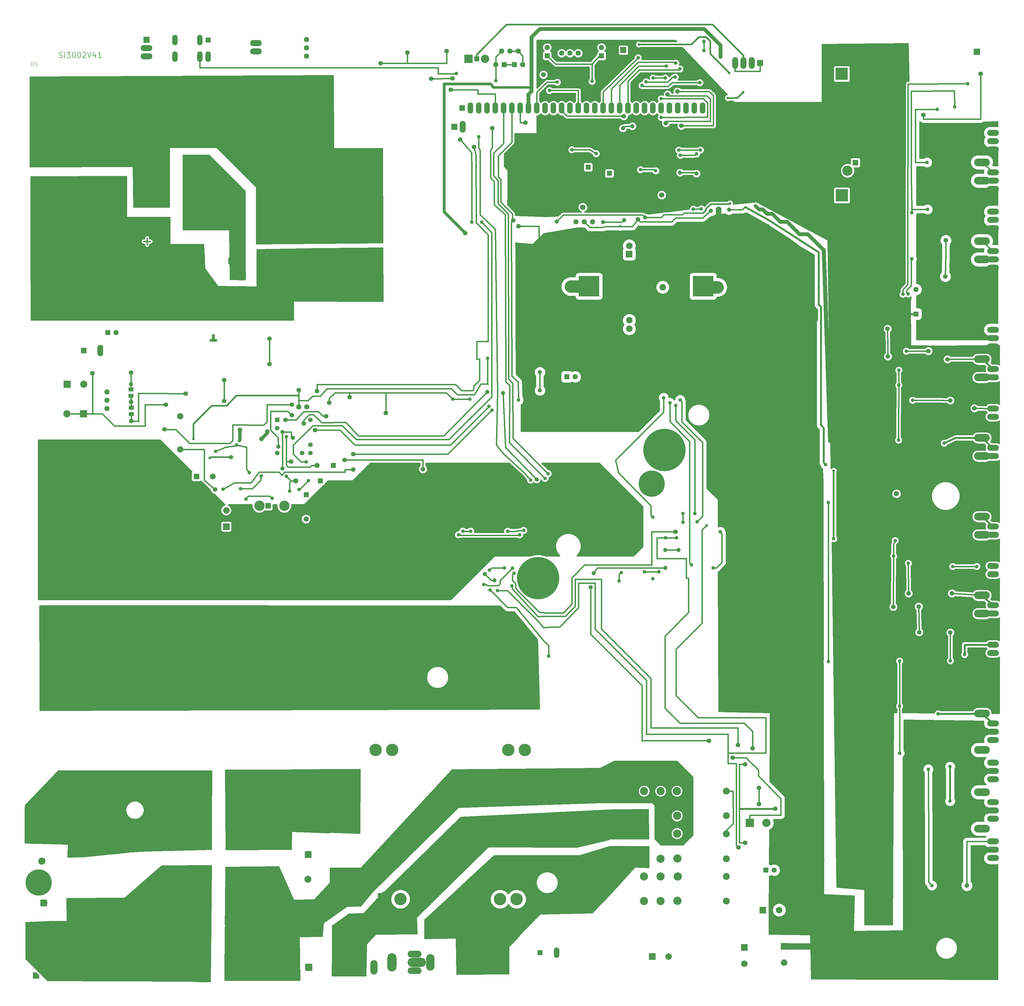
<source format=gbr>
G04 #@! TF.GenerationSoftware,KiCad,Pcbnew,(5.1.2)-1*
G04 #@! TF.CreationDate,2019-06-24T11:34:57+02:00*
G04 #@! TF.ProjectId,SI3002V4.1,53493330-3032-4563-942e-312e6b696361,rev?*
G04 #@! TF.SameCoordinates,Original*
G04 #@! TF.FileFunction,Copper,L1,Top*
G04 #@! TF.FilePolarity,Positive*
%FSLAX46Y46*%
G04 Gerber Fmt 4.6, Leading zero omitted, Abs format (unit mm)*
G04 Created by KiCad (PCBNEW (5.1.2)-1) date 2019-06-24 11:34:57*
%MOMM*%
%LPD*%
G04 APERTURE LIST*
%ADD10C,0.101600*%
%ADD11C,0.142240*%
%ADD12O,2.812800X5.625600*%
%ADD13O,5.625600X2.812800*%
%ADD14O,4.225600X2.112800*%
%ADD15C,9.000000*%
%ADD16C,3.149600*%
%ADD17R,3.149600X3.149600*%
%ADD18O,1.828800X3.657600*%
%ADD19R,1.828800X1.828800*%
%ADD20C,1.574800*%
%ADD21R,1.574800X1.574800*%
%ADD22C,1.397000*%
%ADD23R,1.397000X1.397000*%
%ADD24C,2.184400*%
%ADD25C,2.286000*%
%ADD26R,2.286000X2.286000*%
%ADD27R,1.812800X1.812800*%
%ADD28C,1.812800*%
%ADD29R,1.612800X1.612800*%
%ADD30C,1.612800*%
%ADD31C,2.212800*%
%ADD32R,2.212800X2.212800*%
%ADD33C,2.012800*%
%ADD34R,2.012800X2.012800*%
%ADD35C,2.159000*%
%ADD36R,2.159000X2.159000*%
%ADD37R,3.810000X3.810000*%
%ADD38C,3.810000*%
%ADD39C,8.000000*%
%ADD40C,2.500000*%
%ADD41C,2.112800*%
%ADD42O,2.006600X4.013200*%
%ADD43R,2.006600X2.006600*%
%ADD44C,2.312800*%
%ADD45R,2.312800X2.312800*%
%ADD46C,2.540000*%
%ADD47R,2.540000X2.540000*%
%ADD48O,2.540000X5.080000*%
%ADD49C,1.625600*%
%ADD50R,1.625600X1.625600*%
%ADD51O,3.657600X1.828800*%
%ADD52O,4.825600X2.412800*%
%ADD53C,3.012800*%
%ADD54C,2.512800*%
%ADD55C,2.712800*%
%ADD56R,1.600200X1.600200*%
%ADD57C,1.600200*%
%ADD58O,1.712800X3.425600*%
%ADD59R,1.712800X1.712800*%
%ADD60R,6.312800X6.312800*%
%ADD61C,3.312800*%
%ADD62R,3.312800X3.312800*%
%ADD63R,1.498600X1.143000*%
%ADD64O,1.625600X3.251200*%
%ADD65O,3.625600X1.812800*%
%ADD66O,2.212800X4.425600*%
%ADD67C,13.000000*%
%ADD68O,1.778000X3.556000*%
%ADD69R,1.778000X1.778000*%
%ADD70R,2.362800X2.362800*%
%ADD71C,1.930400*%
%ADD72C,1.312800*%
%ADD73C,1.412800*%
%ADD74C,0.800000*%
%ADD75C,1.112800*%
%ADD76C,1.512800*%
%ADD77C,1.400000*%
%ADD78C,2.812800*%
%ADD79C,1.000000*%
%ADD80C,0.609600*%
%ADD81C,0.406400*%
%ADD82C,1.270000*%
%ADD83C,0.812800*%
%ADD84C,1.200000*%
%ADD85C,0.800000*%
%ADD86C,0.500000*%
%ADD87C,1.000000*%
%ADD88C,3.810000*%
%ADD89C,0.400000*%
%ADD90C,1.422400*%
%ADD91C,1.930400*%
%ADD92C,1.676400*%
%ADD93C,2.184400*%
%ADD94C,0.254000*%
%ADD95C,0.508000*%
G04 APERTURE END LIST*
D10*
X864968Y27448328D02*
X1037325Y27390876D01*
X1094778Y27333423D01*
X1152230Y27218519D01*
X1152230Y27046161D01*
X1094778Y26931257D01*
X1037325Y26873804D01*
X922420Y26816352D01*
X462801Y26816352D01*
X462801Y28022852D01*
X864968Y28022852D01*
X979873Y27965400D01*
X1037325Y27907947D01*
X1094778Y27793042D01*
X1094778Y27678138D01*
X1037325Y27563233D01*
X979873Y27505780D01*
X864968Y27448328D01*
X462801Y27448328D01*
X1611849Y26873804D02*
X1784206Y26816352D01*
X2071468Y26816352D01*
X2186373Y26873804D01*
X2243825Y26931257D01*
X2301278Y27046161D01*
X2301278Y27161066D01*
X2243825Y27275971D01*
X2186373Y27333423D01*
X2071468Y27390876D01*
X1841659Y27448328D01*
X1726754Y27505780D01*
X1669301Y27563233D01*
X1611849Y27678138D01*
X1611849Y27793042D01*
X1669301Y27907947D01*
X1726754Y27965400D01*
X1841659Y28022852D01*
X2128920Y28022852D01*
X2301278Y27965400D01*
D11*
X9000789Y29396266D02*
X9242089Y29315833D01*
X9644256Y29315833D01*
X9805122Y29396266D01*
X9885556Y29476700D01*
X9965989Y29637566D01*
X9965989Y29798433D01*
X9885556Y29959300D01*
X9805122Y30039733D01*
X9644256Y30120166D01*
X9322522Y30200600D01*
X9161656Y30281033D01*
X9081222Y30361466D01*
X9000789Y30522333D01*
X9000789Y30683200D01*
X9081222Y30844066D01*
X9161656Y30924500D01*
X9322522Y31004933D01*
X9724689Y31004933D01*
X9965989Y30924500D01*
X10689889Y29315833D02*
X10689889Y31004933D01*
X11333356Y31004933D02*
X12378989Y31004933D01*
X11815956Y30361466D01*
X12057256Y30361466D01*
X12218122Y30281033D01*
X12298556Y30200600D01*
X12378989Y30039733D01*
X12378989Y29637566D01*
X12298556Y29476700D01*
X12218122Y29396266D01*
X12057256Y29315833D01*
X11574656Y29315833D01*
X11413789Y29396266D01*
X11333356Y29476700D01*
X13424622Y31004933D02*
X13585489Y31004933D01*
X13746356Y30924500D01*
X13826789Y30844066D01*
X13907222Y30683200D01*
X13987656Y30361466D01*
X13987656Y29959300D01*
X13907222Y29637566D01*
X13826789Y29476700D01*
X13746356Y29396266D01*
X13585489Y29315833D01*
X13424622Y29315833D01*
X13263756Y29396266D01*
X13183322Y29476700D01*
X13102889Y29637566D01*
X13022456Y29959300D01*
X13022456Y30361466D01*
X13102889Y30683200D01*
X13183322Y30844066D01*
X13263756Y30924500D01*
X13424622Y31004933D01*
X15033289Y31004933D02*
X15194156Y31004933D01*
X15355022Y30924500D01*
X15435456Y30844066D01*
X15515889Y30683200D01*
X15596322Y30361466D01*
X15596322Y29959300D01*
X15515889Y29637566D01*
X15435456Y29476700D01*
X15355022Y29396266D01*
X15194156Y29315833D01*
X15033289Y29315833D01*
X14872422Y29396266D01*
X14791989Y29476700D01*
X14711556Y29637566D01*
X14631122Y29959300D01*
X14631122Y30361466D01*
X14711556Y30683200D01*
X14791989Y30844066D01*
X14872422Y30924500D01*
X15033289Y31004933D01*
X16239789Y30844066D02*
X16320222Y30924500D01*
X16481089Y31004933D01*
X16883256Y31004933D01*
X17044122Y30924500D01*
X17124556Y30844066D01*
X17204989Y30683200D01*
X17204989Y30522333D01*
X17124556Y30281033D01*
X16159356Y29315833D01*
X17204989Y29315833D01*
X17687589Y31004933D02*
X18250622Y29315833D01*
X18813656Y31004933D01*
X20100589Y30441900D02*
X20100589Y29315833D01*
X19698422Y31085366D02*
X19296256Y29878866D01*
X20341889Y29878866D01*
X21870122Y29315833D02*
X20904922Y29315833D01*
X21387522Y29315833D02*
X21387522Y31004933D01*
X21226656Y30763633D01*
X21065789Y30602766D01*
X20904922Y30522333D01*
D12*
X110916900Y-247957800D03*
D13*
X118536900Y-247957800D03*
X137586900Y-247957800D03*
D12*
X145206900Y-247957800D03*
D14*
X117901900Y-245417800D03*
X117901900Y-250497800D03*
X137904400Y-245417800D03*
X137904400Y-250497800D03*
D15*
X99963200Y-39836700D03*
X155843200Y-39678000D03*
X155684400Y-9515500D03*
X99963200Y-9515400D03*
X100027000Y-39773000D03*
X155765700Y-39741800D03*
X155603200Y-9614300D03*
X100026900Y-9514200D03*
D16*
X14555700Y-235321600D03*
D17*
X14555700Y-207889600D03*
D18*
X216039000Y27711500D03*
X218579000Y27711500D03*
X221119000Y27711500D03*
D19*
X223659000Y27711500D03*
D20*
X93771875Y-151437925D03*
D21*
X93771875Y-123497925D03*
D22*
X75753800Y-84207300D03*
X78293800Y-81667300D03*
D23*
X75753800Y-81667300D03*
D22*
X85913800Y-81667300D03*
X85913800Y-89287300D03*
X85913800Y-91827300D03*
X83373800Y-91827300D03*
X75753800Y-91827300D03*
D24*
X105408525Y-249466125D03*
D25*
X100328525Y-249466125D03*
D26*
X95248525Y-249466125D03*
D20*
X78452650Y-151437875D03*
D21*
X78452650Y-123497875D03*
D27*
X72968000Y-108019800D03*
D28*
X77968000Y-108019800D03*
D29*
X164546800Y-68459200D03*
D30*
X167046800Y-68459200D03*
D29*
X171023800Y-4197200D03*
D30*
X173523800Y-4197200D03*
D29*
X177532600Y-6102400D03*
D30*
X180032600Y-6102400D03*
X81497100Y-100368100D03*
D29*
X88997100Y-100368100D03*
D30*
X84643800Y-112087300D03*
D29*
X84643800Y-104587300D03*
D31*
X16492400Y-70761100D03*
D32*
X11412400Y-70761100D03*
D31*
X11333100Y-79810000D03*
D32*
X16413100Y-79810000D03*
D33*
X218866800Y-248394100D03*
D34*
X218866800Y-243394100D03*
D33*
X229542600Y-231924400D03*
D34*
X224542600Y-231924400D03*
D33*
X195649500Y-246163900D03*
D34*
X190649500Y-246163900D03*
D30*
X70443300Y-37408000D03*
D29*
X65443300Y-37408000D03*
D30*
X65316400Y-25787400D03*
D29*
X70316400Y-25787400D03*
D30*
X88295100Y-31982100D03*
D29*
X88295100Y-24482100D03*
D30*
X169352800Y-16456300D03*
D29*
X169352800Y-8956300D03*
D28*
X210977000Y-17190000D03*
D27*
X210977000Y-2190000D03*
X252895400Y-2816300D03*
D28*
X257895400Y-2816300D03*
D30*
X271413400Y-41706550D03*
D29*
X271413400Y-49206550D03*
D30*
X281239800Y-175349300D03*
D29*
X281239800Y-167849300D03*
D35*
X85199200Y-222446900D03*
D36*
X85199200Y-237432900D03*
D35*
X85278700Y-214874300D03*
D36*
X85278700Y-199888300D03*
D37*
X239726900Y-122497900D03*
D38*
X249886900Y-122497900D03*
D37*
X239790300Y-86017200D03*
D38*
X249950300Y-86017200D03*
D37*
X239600000Y-49536400D03*
D38*
X249760000Y-49536400D03*
D37*
X248743700Y-12865200D03*
D38*
X258903700Y-12865200D03*
D30*
X149572600Y31362400D03*
X147032600Y31362400D03*
X144492600Y31362400D03*
X162908000Y30727600D03*
X165448000Y30727600D03*
X167988000Y30727600D03*
D31*
X12095000Y-244545000D03*
D32*
X17175000Y-244545000D03*
D31*
X12968200Y-198507600D03*
D32*
X7888200Y-198507600D03*
D39*
X2681200Y-223478600D03*
X52258800Y-18580100D03*
D40*
X193209600Y-195441700D03*
X188169600Y-203001700D03*
D41*
X213369600Y-203001700D03*
X213369600Y-195441700D03*
D40*
X188169600Y-195441700D03*
X193209600Y-203001700D03*
X193209700Y-221635500D03*
X188169700Y-229195500D03*
D41*
X213369700Y-229195500D03*
X213369700Y-221635500D03*
D40*
X188169700Y-221635500D03*
X193209700Y-229195500D03*
D42*
X64323900Y-32931200D03*
D43*
X51623900Y-30391200D03*
D42*
X40829000Y-69800D03*
D43*
X53529000Y-2609800D03*
D44*
X73610800Y18186600D03*
D45*
X68530800Y18186600D03*
D44*
X82262700Y14614600D03*
D45*
X87342700Y14614600D03*
D44*
X10355000Y-10155000D03*
D45*
X5275000Y-10155000D03*
D44*
X17135000Y-14815000D03*
D45*
X12055000Y-14815000D03*
D44*
X4515000Y-19390000D03*
D45*
X9595000Y-19390000D03*
D35*
X4237200Y-244735400D03*
D36*
X4237200Y-229749400D03*
D35*
X3681400Y-216953900D03*
D36*
X3681400Y-201967900D03*
D46*
X14555700Y-235290000D03*
D47*
X14555700Y-212684000D03*
D46*
X95915000Y-226955300D03*
D47*
X95915000Y-204349300D03*
D48*
X122683900Y-247958000D03*
D47*
X145188300Y-247958000D03*
D49*
X158462200Y32473900D03*
D50*
X158462200Y29933900D03*
D49*
X175131300Y32473900D03*
D50*
X175131300Y29933900D03*
D49*
X142746300Y27235400D03*
D50*
X145286300Y27235400D03*
D49*
X151001400Y27235300D03*
D50*
X148461400Y27235300D03*
D37*
X239711000Y-196189800D03*
D38*
X249871000Y-196189800D03*
D51*
X295083300Y-203904800D03*
X295083300Y-201364800D03*
X295083300Y-198824800D03*
D52*
X291646300Y-206952800D03*
X291646300Y-201364800D03*
X291646300Y-195776800D03*
D51*
X295083000Y-143579800D03*
X295083000Y-141039800D03*
X295083000Y-138499800D03*
D52*
X291646000Y-146627800D03*
X291646000Y-141039800D03*
X291646000Y-135451800D03*
D51*
X295083100Y-95319700D03*
X295083100Y-92779700D03*
X295083100Y-90239700D03*
D52*
X291646100Y-98367700D03*
X291646100Y-92779700D03*
X291646100Y-87191700D03*
D51*
X295067100Y-22929700D03*
X295067100Y-20389700D03*
X295067100Y-17849700D03*
X295067100Y-191840100D03*
X295067100Y-189300100D03*
X295067100Y-186760100D03*
X295083100Y-179775000D03*
X295083100Y-177235000D03*
X295083100Y-174695000D03*
D52*
X291646100Y-182823000D03*
X291646100Y-177235000D03*
X291646100Y-171647000D03*
D51*
X295083100Y-34994800D03*
X295083100Y-32454800D03*
X295083100Y-29914800D03*
D52*
X291646100Y-38042800D03*
X291646100Y-32454800D03*
X291646100Y-26866800D03*
D51*
X295083100Y-10864700D03*
X295083100Y-8324700D03*
X295083100Y-5784700D03*
D52*
X291646100Y-13912700D03*
X291646100Y-8324700D03*
X291646100Y-2736700D03*
D51*
X295067100Y-83254900D03*
X295067100Y-80714900D03*
X295067100Y-78174900D03*
X295083200Y-71189800D03*
X295083200Y-68649800D03*
X295083200Y-66109800D03*
D52*
X291646200Y-74237800D03*
X291646200Y-68649800D03*
X291646200Y-63061800D03*
D51*
X295082900Y-119449900D03*
X295082900Y-116909900D03*
X295082900Y-114369900D03*
D52*
X291645900Y-122497900D03*
X291645900Y-116909900D03*
X291645900Y-111321900D03*
D51*
X295067200Y-131515000D03*
X295067200Y-128975000D03*
X295067200Y-126435000D03*
D44*
X30748300Y-33010700D03*
D45*
X25668300Y-33010700D03*
D44*
X73690100Y-2451200D03*
D45*
X68610100Y-2451200D03*
D53*
X75436225Y-227003175D03*
X75436225Y-221843675D03*
X75436225Y-201682475D03*
X75436225Y-196522975D03*
X39876225Y-226923775D03*
X39876225Y-221764275D03*
X39876225Y-201761875D03*
X39876225Y-196602375D03*
X75436125Y-232082975D03*
X75356925Y-191443075D03*
X39876325Y-232083075D03*
X39876225Y-191443075D03*
D54*
X66546125Y-227003175D03*
X48766225Y-227003175D03*
X48766125Y-196523075D03*
X48766125Y-196523075D03*
X66546125Y-196523075D03*
X49401225Y-220811875D03*
X65911225Y-220811875D03*
X49401225Y-202714275D03*
X65911225Y-202714275D03*
D55*
X47496225Y-229543075D03*
X67816225Y-229543075D03*
X47496225Y-193983075D03*
X67816225Y-193983075D03*
D35*
X4316200Y-229781200D03*
D36*
X4316200Y-239941200D03*
D35*
X3760600Y-216922600D03*
D36*
X3760600Y-206762600D03*
D20*
X63053600Y-151437925D03*
D21*
X63053600Y-123497925D03*
D33*
X231026900Y-248076900D03*
D34*
X231026900Y-243076900D03*
D56*
X225455250Y-219700500D03*
D57*
X227995250Y-219700500D03*
D46*
X225613900Y-205174900D03*
D47*
X220533900Y-205174900D03*
D58*
X206087700Y13900200D03*
X203547700Y13900200D03*
X201007700Y13900200D03*
X198467700Y13900200D03*
X195927700Y13900200D03*
X188307700Y13900200D03*
X193387700Y13900200D03*
X190847700Y13900200D03*
X185767700Y13900200D03*
X183227700Y13900200D03*
X180687700Y13900200D03*
X178147700Y13900200D03*
X175607700Y13900200D03*
X173067700Y13900200D03*
X170527700Y13900200D03*
X167987700Y13900200D03*
X165447700Y13900200D03*
X162907700Y13900200D03*
X160367700Y13900200D03*
X157827700Y13900200D03*
X155287700Y13900200D03*
X152747700Y13900200D03*
X150207700Y13900200D03*
X147667700Y13900200D03*
X145127700Y13900200D03*
X142587700Y13900200D03*
X140047700Y13900200D03*
X137507700Y13900200D03*
X134967700Y13900200D03*
D59*
X132427700Y13900200D03*
D40*
X193209400Y-208618000D03*
X188169400Y-216178000D03*
D41*
X213369400Y-216178000D03*
X213369400Y-208618000D03*
D40*
X188169400Y-208618000D03*
X193209400Y-216178000D03*
D35*
X85278800Y-204777900D03*
D36*
X85278800Y-214937900D03*
D35*
X85199600Y-222478400D03*
D36*
X85199600Y-232638400D03*
D49*
X193546400Y-12770000D03*
D50*
X193546400Y-10230000D03*
D16*
X25826900Y2374900D03*
D17*
X25826900Y-25057100D03*
D16*
X95915200Y-199554900D03*
D17*
X95915200Y-226986900D03*
D33*
X183624400Y-53727500D03*
X183624400Y-28327500D03*
D60*
X206246300Y-40710000D03*
X171321300Y-40710000D03*
D33*
X183646300Y-51144000D03*
D34*
X183592300Y-30836000D03*
D33*
X193864400Y-41012900D03*
D42*
X51623700Y-30391000D03*
D43*
X61783700Y-32931000D03*
D42*
X50989000Y-2610000D03*
D43*
X40829000Y-70000D03*
D18*
X123617000Y-238702800D03*
D19*
X115997000Y-235146800D03*
D42*
X123617100Y-238734400D03*
D43*
X113457100Y-235432400D03*
D51*
X35764500Y29790900D03*
X35764500Y32330900D03*
D19*
X35764500Y34870900D03*
D30*
X265472500Y-104305200D03*
D29*
X272972500Y-104305200D03*
D18*
X179258900Y31680000D03*
D19*
X181798900Y31680000D03*
D56*
X136872600Y28981300D03*
D57*
X139412600Y28981300D03*
D46*
X139412700Y28981500D03*
D47*
X134332700Y28981500D03*
D49*
X62418900Y-46424900D03*
D50*
X62418900Y-36264900D03*
D49*
X59148500Y-7562900D03*
D50*
X69308500Y-7562900D03*
D46*
X25827000Y-2419400D03*
D47*
X25827000Y-25025400D03*
D61*
X42097700Y-37611700D03*
X47297700Y-37611700D03*
X52397700Y-37611700D03*
X47297700Y-48411700D03*
X42177700Y-48411700D03*
D62*
X52397700Y-48411700D03*
D61*
X42732700Y18823900D03*
X47932700Y18823900D03*
X53032700Y18823900D03*
X47932700Y8023900D03*
X42812700Y8023900D03*
D62*
X53032700Y8023900D03*
D61*
X5585300Y-140719800D03*
X10785300Y-140719800D03*
X15885300Y-140719800D03*
X10785300Y-151519800D03*
X5665300Y-151519800D03*
D62*
X15885300Y-151519800D03*
D61*
X23841500Y-93491700D03*
X29041500Y-93491700D03*
X34141500Y-93491700D03*
X29041500Y-104291700D03*
X23921500Y-104291700D03*
D62*
X34141500Y-104291700D03*
D44*
X87263300Y3660600D03*
D45*
X82183300Y3660600D03*
D61*
X35273800Y-168585400D03*
X30073800Y-168585400D03*
X24973800Y-168585400D03*
X30073800Y-157785400D03*
X35193800Y-157785400D03*
D62*
X24973800Y-157785400D03*
D61*
X4870600Y-93809300D03*
X10070600Y-93809300D03*
X15170600Y-93809300D03*
X10070600Y-104609300D03*
X4950600Y-104609300D03*
D62*
X15170600Y-104609300D03*
D30*
X169416400Y-16539900D03*
D29*
X169416400Y-11539900D03*
D16*
X250490100Y-5277200D03*
X258110100Y-5277200D03*
D30*
X87938300Y-95637300D03*
D29*
X92938300Y-95637300D03*
D30*
X86707700Y-30986200D03*
D29*
X86707700Y-25986200D03*
D16*
X70356300Y-108019800D03*
X77976300Y-108019800D03*
D44*
X25435000Y-40365000D03*
D45*
X30515000Y-40365000D03*
D44*
X73134400Y8740800D03*
D45*
X68054400Y8740800D03*
D44*
X82231000Y-7610400D03*
D45*
X87311000Y-7610400D03*
D44*
X25588800Y-48568000D03*
D45*
X30668800Y-48568000D03*
D63*
X31065800Y-79914100D03*
X31065800Y-77960100D03*
X31002500Y-74326000D03*
X31002500Y-72372000D03*
D37*
X249061200Y-233654700D03*
D38*
X259221200Y-233654700D03*
D30*
X84723200Y34950300D03*
X84723200Y32410300D03*
X84723200Y29870300D03*
X82377900Y-77666800D03*
X84877900Y-77666800D03*
D64*
X54656000Y29663900D03*
X52116000Y29663900D03*
X44496000Y29663900D03*
X44496000Y34743900D03*
X52116000Y34743900D03*
D50*
X54656000Y34743900D03*
D30*
X172369100Y-20993200D03*
X169829100Y-20993200D03*
X167289100Y-20993200D03*
X23652000Y-73158500D03*
X23652000Y-75698500D03*
X23652000Y-78238500D03*
D37*
X248711900Y24377600D03*
D38*
X258871900Y24377600D03*
D37*
X239822000Y-159058100D03*
D38*
X249982000Y-159058100D03*
D51*
X295067100Y1200200D03*
X295067100Y3740200D03*
X295067100Y6280200D03*
X295067200Y-59124800D03*
X295067200Y-56584800D03*
X295067200Y-54044800D03*
X295067200Y-155644900D03*
X295067200Y-153104900D03*
X295067200Y-150564900D03*
X295067100Y-215970000D03*
X295067100Y-213430000D03*
X295067100Y-210890000D03*
D20*
X47813800Y-151358700D03*
D21*
X47813800Y-123418700D03*
D46*
X26620600Y-235289800D03*
D47*
X26620600Y-212683800D03*
D16*
X26620600Y-207889600D03*
D17*
X26620600Y-235321600D03*
D16*
X211009000Y628500D03*
D17*
X211009000Y-26803500D03*
D46*
X211009000Y-4165500D03*
D47*
X211009000Y-26771500D03*
D31*
X12968200Y-193348100D03*
D32*
X7888200Y-193348100D03*
D31*
X16936900Y-249783700D03*
D32*
X11856900Y-249783700D03*
D61*
X6299500Y18506300D03*
X11499500Y18506300D03*
X16599500Y18506300D03*
X11499500Y7706300D03*
X6379500Y7706300D03*
D62*
X16599500Y7706300D03*
D61*
X5108900Y-37850100D03*
X10308900Y-37850100D03*
X15408900Y-37850100D03*
X10308900Y-48650100D03*
X5188900Y-48650100D03*
D62*
X15408900Y-48650100D03*
D61*
X4791600Y-114049900D03*
X9991600Y-114049900D03*
X15091600Y-114049900D03*
X9991600Y-124849900D03*
X4871600Y-124849900D03*
D62*
X15091600Y-124849900D03*
D61*
X24000200Y-113891300D03*
X29200200Y-113891300D03*
X34300200Y-113891300D03*
X29200200Y-124691300D03*
X24080200Y-124691300D03*
D62*
X34300200Y-124691300D03*
D61*
X5267400Y-157150400D03*
X10467400Y-157150400D03*
X15567400Y-157150400D03*
X10467400Y-167950400D03*
X5347400Y-167950400D03*
D62*
X15567400Y-167950400D03*
D61*
X24476300Y-140958200D03*
X29676300Y-140958200D03*
X34776300Y-140958200D03*
X29676300Y-151758200D03*
X24556300Y-151758200D03*
D62*
X34776300Y-151758200D03*
D65*
X69245300Y31282900D03*
X69245300Y33822900D03*
D66*
X105398700Y-249466200D03*
X95398700Y-249466200D03*
D32*
X85398700Y-249466200D03*
D67*
X134179400Y-150860500D03*
X194359400Y-90880500D03*
X174764400Y-111145500D03*
X155714400Y-130195500D03*
D46*
X78452600Y-18373900D03*
D47*
X78452600Y-40979900D03*
D38*
X151636300Y-182870600D03*
X146556300Y-182870600D03*
X110996300Y-182870600D03*
X105916300Y-182870600D03*
X144016300Y-228590600D03*
X149096300Y-228590600D03*
X113536300Y-228590600D03*
D37*
X108456300Y-228590600D03*
D27*
X51029000Y-99050650D03*
D28*
X56029000Y-99050650D03*
D33*
X60196325Y-109409300D03*
D34*
X60196325Y-114409300D03*
D64*
X161399600Y-245021300D03*
D50*
X156319600Y-245021300D03*
D68*
X21620100Y-60394900D03*
D69*
X16540100Y-60394900D03*
D70*
X13840725Y-24835625D03*
X13840725Y-27375625D03*
X11300725Y-24835625D03*
X11300725Y-27375625D03*
X8760725Y-24835625D03*
X8760725Y-27375625D03*
X6220725Y-24835625D03*
X6220725Y-27375625D03*
X13840725Y-29915625D03*
X13840725Y-32455625D03*
X11300725Y-29915625D03*
X11310725Y-32455625D03*
X8760725Y-29915625D03*
X6220725Y-29915625D03*
X8760725Y-32455625D03*
X6220725Y-32455625D03*
X31938225Y17947500D03*
X31938225Y15407500D03*
X29398225Y17947500D03*
X29398225Y15407500D03*
X26858225Y17947500D03*
X26858225Y15407500D03*
X24318225Y17947500D03*
X24318225Y15407500D03*
X31938225Y12867500D03*
X31938225Y10327500D03*
X29398225Y12867500D03*
X29408225Y10327500D03*
X26858225Y12867500D03*
X24318225Y12867500D03*
X26858225Y10327500D03*
X24318225Y10327500D03*
D20*
X109091350Y-151438125D03*
D21*
X109091350Y-123498125D03*
D18*
X132586350Y8185000D03*
D19*
X130046350Y8185000D03*
D49*
X26382600Y-54918125D03*
D50*
X23842600Y-54918125D03*
D71*
X46067600Y-90716250D03*
X46067600Y-80556250D03*
D72*
X195927600Y-1244550D03*
X256014600Y-206286300D03*
X268397200Y-71412100D03*
X270683400Y-92335200D03*
X262587000Y-128911400D03*
X166304850Y22218700D03*
X195927600Y4914850D03*
X170146625Y7486650D03*
X170924500Y-1831975D03*
X270540175Y-122799525D03*
X76118875Y-89922250D03*
X256332100Y-90398700D03*
X193228900Y30330500D03*
D73*
X256776500Y-215938200D03*
X80262350Y-80238550D03*
X30970500Y-67205300D03*
X219105100Y-211286800D03*
X219105100Y-187236200D03*
X228312600Y-200888700D03*
D72*
X30986350Y-70713750D03*
D38*
X156478200Y2787500D03*
X231408100Y13264900D03*
D72*
X268396975Y-66268750D03*
D73*
X59561350Y-75873125D03*
D72*
X61625050Y-93097300D03*
X201086975Y5010000D03*
D73*
X133380100Y-24438125D03*
D72*
X166717600Y7788125D03*
D74*
X222317509Y-16115000D03*
X211585000Y29565000D03*
D73*
X59561350Y-69445390D03*
D74*
X55116350Y-93381350D03*
X188170000Y4150000D03*
X171845000Y-16995000D03*
X176370000Y-17280000D03*
X185625000Y-15340000D03*
X248630000Y-104450000D03*
X279115000Y-96515000D03*
D72*
X142290000Y-130850000D03*
X139368371Y-128930622D03*
X171797600Y-132943600D03*
X77373000Y-96589800D03*
X77404800Y-85413800D03*
X155287600Y-99923600D03*
X194657700Y-121513700D03*
X198705675Y-121513600D03*
X194657600Y-127069900D03*
X172750000Y-128657300D03*
X80579800Y-87160000D03*
X156240100Y-67062300D03*
X156240100Y-72618500D03*
X144921325Y-73491675D03*
D73*
X83913600Y-82746800D03*
X215295100Y-185251800D03*
X207992600Y-180092500D03*
D72*
X188466350Y-19596250D03*
X161399475Y-20866250D03*
D74*
X214460000Y-15305000D03*
X213805000Y17000000D03*
X218540000Y18750000D03*
D72*
X140150000Y-73155000D03*
D75*
X194149500Y-74872800D03*
X194721000Y-117862300D03*
X158938900Y-154057400D03*
X190847500Y-111512350D03*
X198149950Y-117833500D03*
D73*
X223391350Y-199460000D03*
X223391350Y-194475100D03*
X221407000Y-182315125D03*
X151795100Y9455000D03*
D72*
X184576975Y8343750D03*
X181660000Y7709944D03*
D75*
X141000100Y-133794610D03*
X59212000Y-102939800D03*
X149699600Y-75571300D03*
X141571600Y-78746300D03*
D73*
X148064525Y-20548800D03*
X99090100Y-92145000D03*
X99074200Y-96907200D03*
D75*
X158780100Y-98177300D03*
D46*
X198269200Y-203031700D03*
D76*
X157319600Y24123600D03*
D46*
X198269100Y-208468900D03*
D38*
X39003100Y-142547800D03*
D39*
X146238800Y-145961100D03*
D46*
X167352400Y-107702400D03*
X168939900Y-104686000D03*
X165050700Y-107702200D03*
X171797400Y-104686200D03*
X174813700Y-104686200D03*
X177830000Y-104686200D03*
X180687500Y-107226200D03*
X180846200Y-110083700D03*
X183545000Y-110083700D03*
X184338800Y-113100000D03*
X184418100Y-117783000D03*
X176798200Y-119846900D03*
X165130200Y-110321800D03*
X184338800Y-119767500D03*
X181719400Y-119767500D03*
X179338200Y-119767500D03*
X125125100Y-118021100D03*
X122585100Y-118021100D03*
X122585200Y-125561700D03*
X125125200Y-125561700D03*
X125125200Y-123101125D03*
X125125100Y-120561100D03*
X122585200Y-120561000D03*
X122585200Y-123101100D03*
D38*
X163383800Y-104527300D03*
X44321200Y-119211500D03*
D46*
X181878100Y-113100000D03*
X181719400Y-115878000D03*
X181798800Y-117862500D03*
X166558700Y-104686000D03*
X165129900Y-112782400D03*
X167273000Y-112782400D03*
X167431700Y-110242300D03*
X162986800Y-107781700D03*
X162986800Y-110242200D03*
X162986800Y-112782300D03*
X179338200Y-117465700D03*
X184338800Y-115639900D03*
X120124400Y-118021100D03*
X120124500Y-125561700D03*
X120124500Y-120561000D03*
X120124500Y-123101100D03*
X117584400Y-118021100D03*
X117584500Y-125561700D03*
X117584500Y-120561000D03*
X117584500Y-123101100D03*
D73*
X90771600Y-80587800D03*
D75*
X79563750Y-103495375D03*
X78611300Y-86874300D03*
X78611400Y-98971000D03*
D73*
X80040100Y-94446900D03*
D75*
X173464500Y-69900D03*
X166019125Y1120675D03*
D73*
X70991300Y-87477550D03*
D77*
X72764506Y-85267414D03*
D75*
X67260725Y-97828050D03*
X63371300Y-89366625D03*
X56862500Y-91351050D03*
X70832650Y-98875750D03*
X64482600Y-102781000D03*
D73*
X194816350Y9296250D03*
D75*
X190927025Y23139500D03*
X194657600Y23139500D03*
D73*
X195371975Y18106875D03*
D75*
X203706200Y-110401100D03*
X200055100Y-113068050D03*
X200055100Y-110401100D03*
X193387600Y11042500D03*
X161558275Y21837650D03*
X193387600Y16757475D03*
X197883540Y-77234150D03*
D73*
X181958587Y11417596D03*
D75*
X205389250Y1041400D03*
X198769325Y1041400D03*
X287288400Y21361400D03*
X267444600Y-43170575D03*
D73*
X284430900Y-54124225D03*
X281097100Y-51822300D03*
X281097100Y-52933500D03*
X279985900Y-52933500D03*
X279985900Y-51822300D03*
D75*
X199245575Y-546100D03*
X131316300Y-116909800D03*
X150017050Y-116909800D03*
X148381875Y-128641425D03*
D73*
X282208300Y-51822200D03*
X279985900Y-54124225D03*
X281097100Y-54124225D03*
X282208400Y-54124225D03*
X283319600Y-54124225D03*
X282208400Y-55235425D03*
X285542100Y-54124225D03*
X285542100Y-55235425D03*
X279985900Y-55235425D03*
X281097100Y-55235425D03*
X283319600Y-55235425D03*
X284430900Y-55235425D03*
X282208300Y-52933500D03*
X272207050Y-51822300D03*
X272207050Y-52933600D03*
D75*
X191720725Y-5308800D03*
X187037700Y-4991200D03*
D73*
X283319600Y-51822200D03*
X283319600Y-52933500D03*
X284430800Y-51822200D03*
X284430800Y-52933500D03*
X285542100Y-51822200D03*
X285542100Y-52933500D03*
X272207050Y-54124225D03*
X272207150Y-55235550D03*
D78*
X210850000Y-41027400D03*
D75*
X281811350Y8581900D03*
D73*
X274429600Y-51822300D03*
X274429600Y-52933500D03*
X273318400Y-52933500D03*
X273318400Y-51822300D03*
X275540800Y-51822200D03*
X275540800Y-52933500D03*
X276652100Y-51822200D03*
X276652100Y-52933500D03*
X277763300Y-51822200D03*
X277763300Y-52933500D03*
X278874600Y-51822200D03*
X278874600Y-52933500D03*
X274350200Y-54124225D03*
X274350200Y-55235425D03*
X273318400Y-55235425D03*
X273318300Y-54124225D03*
X275461400Y-54124125D03*
X275461400Y-55235425D03*
X276572700Y-54124125D03*
X276572700Y-55235425D03*
X277683900Y-54124125D03*
X277683900Y-55235425D03*
X278795200Y-54124125D03*
X278795200Y-55235425D03*
X288955300Y-54124225D03*
X286732700Y-51822200D03*
X286732800Y-54124225D03*
X287844000Y-54124225D03*
X286732800Y-55235425D03*
X290066500Y-54124225D03*
X290066500Y-55235425D03*
X287844000Y-55235425D03*
X288955300Y-55235425D03*
X286732700Y-52933500D03*
X287844000Y-51822200D03*
X287844000Y-52933500D03*
X288955200Y-51822200D03*
X288955200Y-52933500D03*
X290066500Y-51822200D03*
X290066500Y-52933500D03*
X290066500Y-56425950D03*
X288875875Y-56425950D03*
X287685250Y-56425950D03*
X286494625Y-56425950D03*
X285304000Y-56425950D03*
X284113375Y-56425950D03*
X282922750Y-56425950D03*
X281732125Y-56425950D03*
X280541500Y-56425950D03*
X279350875Y-56425950D03*
X278160250Y-56425950D03*
X276969625Y-56425950D03*
X275779000Y-56425950D03*
X274588375Y-56425950D03*
X273397750Y-56425950D03*
X272207125Y-56425950D03*
X197753225Y-115957500D03*
D75*
X205690825Y-16976575D03*
X203230200Y-17055950D03*
X204204610Y-149225D03*
X266174600Y-71031200D03*
X266174600Y-66427500D03*
X266095200Y-87858600D03*
D73*
X262745500Y-53759200D03*
X262840800Y-62220575D03*
D72*
X199181975Y-5864375D03*
X204182600Y-6181875D03*
D75*
X204388925Y-112877500D03*
D73*
X199578850Y8502500D03*
X198388225Y18980000D03*
D75*
X199200000Y-75540000D03*
X157827700Y-99606100D03*
D73*
X141635100Y7708750D03*
D75*
X188307600Y-128276300D03*
X192673200Y-128260600D03*
X209342000Y-127070000D03*
X211485100Y-115957500D03*
X244584400Y-106988000D03*
X244584500Y-155724400D03*
X266412600Y-155565600D03*
X266412700Y-169376700D03*
X266412700Y-183823000D03*
X181163800Y-128498600D03*
X180528800Y-131038600D03*
X85358200Y-100320500D03*
X84643700Y-94526000D03*
X138396450Y-21024800D03*
X135380800Y-21025300D03*
X132649700Y-115798600D03*
X135062800Y-115798600D03*
X146397500Y-115798500D03*
X151287000Y-115576200D03*
X142746400Y22313800D03*
X190847600Y-130371850D03*
D73*
X131792600Y4295625D03*
D75*
X82435000Y-103035000D03*
X264587100Y-123418700D03*
X265063400Y-118656200D03*
X246251500Y-118100500D03*
X281970100Y-155486200D03*
D73*
X264507600Y-138976300D03*
X281970200Y-146834500D03*
X272286300Y-138896800D03*
X272445000Y-146755000D03*
D74*
X246248000Y-97268000D03*
D75*
X145365725Y-127069800D03*
X140838732Y-127699220D03*
X206547975Y34347200D03*
X206547975Y31489700D03*
D73*
X217120700Y-212715600D03*
D72*
X214175000Y-17200000D03*
D75*
X243750000Y-95365000D03*
D74*
X207357600Y-113973125D03*
D75*
X143237682Y-134036967D03*
X153382600Y-100161725D03*
X147667700Y-132546625D03*
X137507600Y5153075D03*
D73*
X216962000Y-181283100D03*
D75*
X147874075Y-127101600D03*
X139044399Y-132150895D03*
X66181275Y-106003625D03*
X74245725Y-105717875D03*
D73*
X96470700Y-93970600D03*
X120441900Y-96828100D03*
D75*
X134808800Y-75285400D03*
X129570000Y-75285500D03*
D73*
X91708225Y-76412675D03*
X109091400Y-79524400D03*
X97978900Y-74761900D03*
X87342700Y-84842300D03*
D75*
X140603225Y-77539900D03*
X278239500Y-171758100D03*
X282684700Y-126593600D03*
X290066500Y-126593700D03*
X270397300Y-75634900D03*
D73*
X289352000Y-78095600D03*
X281970100Y-75714300D03*
D75*
X268460750Y-60617100D03*
D73*
X281097000Y-63093700D03*
X275255175Y-60601200D03*
D75*
X270143200Y-32296200D03*
X269047925Y-43075325D03*
D73*
X280620700Y-26660600D03*
X280462000Y-37693700D03*
D75*
X278001300Y13503100D03*
X274826400Y-2768700D03*
X202674575Y-126117450D03*
X159161100Y19297600D03*
X196065002Y-76455000D03*
X188752150Y21980525D03*
X172210400Y22107525D03*
X197673900Y23425100D03*
D73*
X41654300Y-77015875D03*
X19159500Y-67380000D03*
D75*
X140206200Y-62775800D03*
X150842500Y-62775900D03*
D73*
X149668000Y-22358300D03*
X240774500Y-98780700D03*
X222391500Y-32725000D03*
X223534500Y-32725000D03*
X222391500Y-33868000D03*
X223534500Y-33868000D03*
X224677500Y-32725000D03*
X225820500Y-32725000D03*
X224677500Y-33868000D03*
X225820500Y-33868000D03*
X222391500Y-35011000D03*
X223534500Y-35011000D03*
X222391500Y-36154000D03*
X223534500Y-36154000D03*
X224677500Y-35011000D03*
X225820500Y-35011000D03*
X224677500Y-36154000D03*
X225820500Y-36154000D03*
X225819900Y-31581800D03*
X224676900Y-31581800D03*
X225819800Y-30359500D03*
X224676900Y-30438800D03*
X223533900Y-31581800D03*
X222390900Y-31581800D03*
X223533900Y-30438800D03*
X222390900Y-30438800D03*
X225819800Y-29216500D03*
X224676800Y-29216500D03*
X225819800Y-28073500D03*
X224676800Y-28073500D03*
X223533800Y-29216500D03*
X222390800Y-29216500D03*
X223533800Y-28073500D03*
X222390800Y-28073500D03*
X226963500Y-32725000D03*
X228106500Y-32725000D03*
X226963500Y-33868000D03*
X228106500Y-33868000D03*
X229328900Y-32883700D03*
X230471900Y-32883700D03*
X229328900Y-34026700D03*
X230471900Y-34026700D03*
X226963500Y-35011000D03*
X228106500Y-35011000D03*
X226963500Y-36154000D03*
X228106500Y-36154000D03*
X229328900Y-35169700D03*
X230471900Y-35169700D03*
X229328900Y-36312700D03*
X230471900Y-36312700D03*
X230471300Y-31740500D03*
X229328300Y-31740500D03*
X230471200Y-30518200D03*
X229328200Y-30518200D03*
X228105900Y-31581800D03*
X226962900Y-31581800D03*
X228105800Y-30359500D03*
X226962800Y-30359500D03*
X230471200Y-29375200D03*
X229248800Y-29216500D03*
X230471200Y-28232200D03*
X229248800Y-28073500D03*
X228105800Y-29216500D03*
X226962800Y-29216500D03*
X228105800Y-28073500D03*
X226962800Y-28073500D03*
X233900300Y-31740500D03*
X232757300Y-31740500D03*
X233900200Y-30518200D03*
X232757200Y-30518200D03*
X231614300Y-31740500D03*
X231614200Y-30518200D03*
X233900200Y-29375200D03*
X232757200Y-29375200D03*
X232757200Y-28232200D03*
X231614200Y-29375200D03*
X231614200Y-28232200D03*
X231614900Y-32883700D03*
X231614900Y-34026700D03*
X232757900Y-32883700D03*
X233900900Y-32883700D03*
X232757900Y-34026700D03*
X220089600Y-41091100D03*
X231614900Y-35169700D03*
X218835500Y-38614600D03*
X218867200Y-37471500D03*
X220010300Y-37709700D03*
X221169100Y-38932100D03*
X222328000Y-39519400D03*
X226963500Y-37297000D03*
X228106500Y-37297000D03*
X226963500Y-38440000D03*
X228106500Y-38440000D03*
X229328900Y-37455700D03*
X218803800Y-39678200D03*
X217660700Y-37487500D03*
X221264300Y-40980025D03*
X222391500Y-37297000D03*
X223534500Y-37297000D03*
X222391500Y-38440000D03*
X223534500Y-38440000D03*
X224677500Y-37297000D03*
X225820500Y-37297000D03*
X224677500Y-38440000D03*
X225820500Y-38440000D03*
X224676800Y-26930500D03*
X223533800Y-26930500D03*
X222390800Y-26930500D03*
X224676800Y-25787500D03*
X224676800Y-24644500D03*
X223533800Y-25787500D03*
X222390800Y-25787500D03*
X223533800Y-24644500D03*
X222390800Y-24644500D03*
X226962800Y-26930500D03*
X225819800Y-26930500D03*
X231614200Y-27089200D03*
X230471200Y-27089200D03*
X229248800Y-26930500D03*
X228105800Y-26930500D03*
X225819800Y-25787500D03*
X226962800Y-25787500D03*
X222390800Y-23501500D03*
X223533800Y-23501500D03*
X225819800Y-24644500D03*
X228105800Y-25787500D03*
X229248800Y-25787500D03*
X230471200Y-25946200D03*
X226962800Y-24644500D03*
X228105800Y-24644500D03*
X229121800Y-24644500D03*
X224676800Y-23501500D03*
X225819800Y-23501500D03*
X226835800Y-23501500D03*
X82373700Y-72507500D03*
X219026100Y-40741800D03*
X224693400Y-39630600D03*
X225836400Y-39630600D03*
X226979400Y-39630600D03*
X217724200Y-38598700D03*
X222439100Y-40741800D03*
X224645700Y-40821300D03*
X223550500Y-40741700D03*
X223502800Y-39630600D03*
X225836400Y-40821200D03*
X226979400Y-40821200D03*
X217724250Y-36376200D03*
X235090800Y-29375200D03*
X235090800Y-30518100D03*
X235090900Y-31740500D03*
X220010300Y-39948000D03*
X218819700Y-36408000D03*
X236281400Y-30518100D03*
X220009600Y-38884300D03*
X221121400Y-39948000D03*
X217707600Y-35232900D03*
X222390800Y-22310900D03*
X223613200Y-22310900D03*
X224756200Y-22310900D03*
X225978600Y-22310800D03*
X222390800Y-21120200D03*
X223613200Y-21120300D03*
X220010200Y-30820000D03*
X221153200Y-30820000D03*
X220010200Y-31963000D03*
X221153200Y-31963000D03*
X220010200Y-33106000D03*
X221153200Y-33106000D03*
X220010200Y-34249000D03*
X221153200Y-34249000D03*
X221152600Y-29676800D03*
X220009600Y-29676800D03*
X221152600Y-28533800D03*
X220009600Y-28533800D03*
X221152500Y-27311500D03*
X220009500Y-27311500D03*
X221152500Y-26168500D03*
X220009500Y-26168500D03*
X220010200Y-35392000D03*
X221153200Y-35392000D03*
X220010200Y-36535000D03*
X221153200Y-36535000D03*
X221152500Y-25025500D03*
X220009500Y-25025500D03*
X221152500Y-23882500D03*
X220009500Y-23882500D03*
X221152500Y-22739500D03*
X220009500Y-22739500D03*
X220009500Y-21596500D03*
X221152500Y-21596500D03*
X221200800Y-37725600D03*
X220009500Y-20405900D03*
X221231900Y-20405900D03*
X220009500Y-19215200D03*
X217629000Y-28280000D03*
X218772000Y-28280000D03*
X217629000Y-29423000D03*
X218772000Y-29423000D03*
X217629000Y-30566000D03*
X218772000Y-30566000D03*
X217629000Y-31709000D03*
X218772000Y-31709000D03*
X218771400Y-27136800D03*
X217628400Y-27136800D03*
X218771400Y-25993800D03*
X217628400Y-25993800D03*
X218771300Y-24771500D03*
X217628300Y-24771500D03*
X218771300Y-23628500D03*
X217628300Y-23628500D03*
X217629000Y-32852000D03*
X218772000Y-32852000D03*
X217629000Y-33995000D03*
X218772000Y-33995000D03*
X218771300Y-22485500D03*
X217628300Y-22485500D03*
X218771300Y-21342500D03*
X217628300Y-21342500D03*
X218771300Y-20199500D03*
X217628300Y-20199500D03*
X217628300Y-19056500D03*
X218771300Y-19056500D03*
X218819700Y-35185600D03*
D33*
X159415100Y-25628750D03*
D74*
X186575000Y33400000D03*
X214225000Y24705000D03*
X50155000Y-87505000D03*
D46*
X198388400Y-216088900D03*
X198427900Y-221645100D03*
X198388400Y-229106400D03*
X198229500Y-195451400D03*
D73*
X47782100Y-73602800D03*
X31097600Y-82000875D03*
X136078900Y1993800D03*
X80309950Y-76984200D03*
X87977600Y-72840800D03*
X30970600Y-76143000D03*
X41225800Y-84556600D03*
D78*
X40352700Y-31423000D03*
X37653900Y-9118700D03*
D73*
X179497000Y-213985500D03*
X180608200Y-213985500D03*
X181719500Y-213985500D03*
X182830700Y-213985500D03*
X179497000Y-215096700D03*
X180608200Y-215096700D03*
X181719500Y-215096700D03*
X182830700Y-215096700D03*
X182830700Y-216208000D03*
X181719500Y-216208000D03*
X180608200Y-216208000D03*
X179497000Y-216208000D03*
X179497000Y-217319200D03*
X180608200Y-217319200D03*
X181719500Y-217319200D03*
X182830700Y-217319200D03*
X178385800Y-213985500D03*
X178385800Y-215096700D03*
X178385800Y-216208000D03*
X178385800Y-217319200D03*
X179497000Y-212874200D03*
X180608200Y-212874200D03*
X181719500Y-212874200D03*
X182830700Y-212874200D03*
X178385800Y-212874200D03*
X99169350Y-224304300D03*
X94486300Y-223113600D03*
X95597600Y-223113600D03*
X96708800Y-223113600D03*
X97899500Y-223113600D03*
X99169550Y-223113600D03*
X94486400Y-224224825D03*
X95677100Y-224224825D03*
X96867700Y-224224825D03*
X98058400Y-224224825D03*
X99804200Y-228828600D03*
X99804200Y-227717300D03*
X99804200Y-226606100D03*
X99804200Y-225415400D03*
X98693000Y-228828600D03*
X98693000Y-227717300D03*
X98693000Y-226606100D03*
X98693000Y-225415400D03*
X94327600Y-229939800D03*
X95438900Y-229939800D03*
X96550100Y-229939800D03*
X97740800Y-229939800D03*
X98852100Y-229939800D03*
D75*
X281890800Y-187950500D03*
X281890800Y-198507500D03*
X269111425Y-125641200D03*
D73*
X282446300Y-134848700D03*
X269190725Y-134848700D03*
D75*
X280065100Y-88811200D03*
X270143200Y-18167400D03*
X274985300Y-17135500D03*
X283319475Y14296975D03*
X199102650Y25901600D03*
X194975100Y26758900D03*
X197864400Y27679600D03*
X186323350Y29298850D03*
X205214525Y21679000D03*
X187514000Y20853500D03*
D73*
X186243850Y-20231250D03*
D72*
X208627600Y-17611875D03*
D74*
X180828210Y-22314903D03*
D73*
X128935100Y19488100D03*
X127649150Y31378425D03*
X107488000Y27647800D03*
X115679500Y30965600D03*
D72*
X175607600Y-21024950D03*
X182060967Y-20448847D03*
D73*
X64387250Y-84683500D03*
D79*
X64159776Y-88060224D03*
D78*
X165368300Y-40710000D03*
D39*
X190530100Y-101193600D03*
D73*
X129490800Y22948900D03*
X122918500Y22869500D03*
D75*
X130681400Y24536300D03*
D73*
X273715100Y11820400D03*
X291256975Y24456875D03*
D75*
X286335800Y-153581200D03*
X275223200Y-188744300D03*
D73*
X287050100Y-224383800D03*
D75*
X276334500Y-224383800D03*
D73*
X73372600Y-56743750D03*
X73374640Y-64603885D03*
X56703850Y-103019375D03*
D80*
X245140200Y-88096950D02*
X256332100Y-90398700D01*
D81*
X195927600Y-1244550D02*
X195927600Y-1657400D01*
D82*
X260300800Y-218192500D02*
X260300800Y-213588800D01*
X258078300Y-215811300D02*
X262364500Y-215811300D01*
X259665800Y-143897400D02*
X259665800Y-139293700D01*
X257443300Y-141516200D02*
X261729500Y-141516200D01*
X257602100Y-97859900D02*
X261888300Y-97859900D01*
X259507100Y-64522400D02*
X259507100Y-59918700D01*
X257284600Y-62141200D02*
X260777050Y-62141200D01*
X259507100Y-28486100D02*
X259507100Y-23882400D01*
X257284600Y-26104900D02*
X261570800Y-26104900D01*
D81*
X179258900Y31680000D02*
X179100200Y33108800D01*
X179100200Y33108800D02*
X179100100Y33108900D01*
X257665500Y-97796500D02*
X257602100Y-97859900D01*
X257665500Y-97320200D02*
X257665500Y-97796500D01*
D80*
X256776500Y-215938200D02*
X255760400Y-215811300D01*
X255760400Y-215811300D02*
X258078300Y-215811300D01*
D81*
X80262350Y-80238550D02*
X78960600Y-79016200D01*
X78960600Y-79016200D02*
X73753600Y-79016200D01*
X73753600Y-79016200D02*
X73753600Y-84778800D01*
X73753600Y-84778800D02*
X76039500Y-87064700D01*
X76039500Y-87064700D02*
X76118875Y-89922250D01*
X30970500Y-67205300D02*
X30970600Y-72372000D01*
X30970600Y-72372000D02*
X31002500Y-72372000D01*
D80*
X266174500Y-49203100D02*
X271416875Y-49203100D01*
D81*
X217358900Y-187236200D02*
X219105100Y-187236200D01*
X217358900Y-211286900D02*
X217358900Y-200888700D01*
X217358900Y-200888700D02*
X217358900Y-187236200D01*
D80*
X217358900Y-200888700D02*
X228312600Y-200888700D01*
D81*
X219105100Y-211286900D02*
X217358900Y-211286900D01*
X219105100Y-211286800D02*
X219105100Y-211286900D01*
X30970600Y-72372000D02*
X30986350Y-70713750D01*
X268397200Y-71412100D02*
X268397200Y-66268750D01*
X268397200Y-66268750D02*
X268396975Y-66268750D01*
D83*
X126950700Y21282100D02*
X141238000Y21282100D01*
X141238000Y21282100D02*
X141952600Y20250000D01*
D81*
X61625050Y-93097300D02*
X60990100Y-93176675D01*
D83*
X126950700Y21282100D02*
X126950700Y-17929350D01*
X126950700Y-17929350D02*
X133538850Y-24517500D01*
D81*
X166717600Y7788125D02*
X167035100Y7946875D01*
D84*
X243155600Y-29565900D02*
X238334700Y-24745000D01*
X238334700Y-24745000D02*
X235765000Y-24745000D01*
X235765000Y-24745000D02*
X232005000Y-20985000D01*
X232005000Y-20985000D02*
X229850000Y-20985000D01*
X229850000Y-20985000D02*
X227385000Y-18520000D01*
X227385000Y-18520000D02*
X225875000Y-18520000D01*
X224490000Y-17135000D02*
X223337509Y-17135000D01*
X225875000Y-18520000D02*
X224490000Y-17135000D01*
X223337509Y-17135000D02*
X222317509Y-16115000D01*
X152747700Y18045017D02*
X153705000Y19002317D01*
X152747700Y13900200D02*
X152747700Y18045017D01*
D85*
X153215000Y20250000D02*
X153705000Y19760000D01*
X141952600Y20250000D02*
X153215000Y20250000D01*
D84*
X153705000Y19002317D02*
X153705000Y19760000D01*
D81*
X59561350Y-75873125D02*
X59561350Y-69445390D01*
D86*
X55400400Y-93097300D02*
X55116350Y-93381350D01*
X61625050Y-93097300D02*
X55400400Y-93097300D01*
D81*
X256014600Y-206286300D02*
X249886900Y-122497900D01*
D84*
X211585000Y33152851D02*
X211585000Y29565000D01*
X206612851Y38125000D02*
X211585000Y33152851D01*
X156240000Y38125000D02*
X206612851Y38125000D01*
X153705000Y19760000D02*
X153705000Y35590000D01*
X153705000Y35590000D02*
X156240000Y38125000D01*
D82*
X259824600Y-100241100D02*
X259824600Y-95637400D01*
X243749612Y-47084868D02*
X245140200Y-88096950D01*
X243749612Y-46391170D02*
X243749612Y-47084868D01*
X243155600Y-29565900D02*
X243725265Y-46366823D01*
X243725265Y-46366823D02*
X243749612Y-46391170D01*
D81*
X141287749Y-130850000D02*
X141361711Y-130850000D01*
X141361711Y-130850000D02*
X142290000Y-130850000D01*
X139368371Y-128930622D02*
X141287749Y-130850000D01*
X77404800Y-85413800D02*
X77373000Y-96589800D01*
X194657700Y-121513700D02*
X198705675Y-121513600D01*
X171797600Y-132943600D02*
X171797600Y-132626000D01*
X193864000Y-127069800D02*
X194657600Y-127069900D01*
X173861300Y-127069800D02*
X193864000Y-127069800D01*
X172750000Y-128657300D02*
X173861300Y-127069800D01*
X80579800Y-87160000D02*
X80071800Y-87160000D01*
X156240100Y-72618500D02*
X156240100Y-67062300D01*
X230058800Y-202793700D02*
X220533900Y-202793700D01*
X230058800Y-197713700D02*
X230058800Y-202793700D01*
X223153200Y-190808100D02*
X230058800Y-197713700D01*
X223153200Y-188982500D02*
X223153200Y-190808100D01*
X220216300Y-186045500D02*
X220216300Y-186045600D01*
X219422600Y-185251800D02*
X220216300Y-186045500D01*
X215295100Y-185251800D02*
X219422600Y-185251800D01*
X207992600Y-179933700D02*
X207992600Y-180092500D01*
X187513900Y-179933700D02*
X207992600Y-179933700D01*
X187513900Y-179933700D02*
X187418800Y-179933700D01*
X187418800Y-179933700D02*
X187434500Y-179918000D01*
X171797600Y-132943600D02*
X171797600Y-147390000D01*
X145683275Y-90160525D02*
X155287600Y-99923600D01*
X171797600Y-147390000D02*
X187513900Y-163106300D01*
X187513900Y-163106300D02*
X187513900Y-179933700D01*
X144921325Y-73491675D02*
X145683275Y-90160525D01*
X220216300Y-186045600D02*
X223153200Y-188982500D01*
X220533900Y-202793700D02*
X220533900Y-205174900D01*
X80071800Y-87160000D02*
X80071800Y-85413800D01*
X80071800Y-85413800D02*
X77404800Y-85413800D01*
X206325725Y-18246875D02*
X200451975Y-18246875D01*
X200451975Y-18246875D02*
X199975725Y-18723125D01*
X199975725Y-18723125D02*
X194260725Y-18723125D01*
X194260725Y-18723125D02*
X193387600Y-19596250D01*
X193387600Y-19596250D02*
X188466350Y-19596250D01*
D86*
X136872600Y30281400D02*
X136872600Y28981300D01*
X146066210Y39475010D02*
X136872600Y30281400D01*
X209144290Y39475010D02*
X146066210Y39475010D01*
X218579000Y30040300D02*
X209144290Y39475010D01*
X218579000Y27711500D02*
X218579000Y30040300D01*
D81*
X187691749Y-18821649D02*
X163444026Y-18821649D01*
X163444026Y-18821649D02*
X161399525Y-20866150D01*
X188466350Y-19596250D02*
X187691749Y-18821649D01*
D86*
X208624402Y-15533599D02*
X212643599Y-15533599D01*
X207221199Y-16936802D02*
X208624402Y-15533599D01*
X206325725Y-18246875D02*
X207221199Y-17351401D01*
X207221199Y-17351401D02*
X207221199Y-16936802D01*
X212643599Y-15533599D02*
X214231401Y-15533599D01*
X214231401Y-15533599D02*
X214460000Y-15305000D01*
X213805000Y17000000D02*
X216790000Y17000000D01*
X216790000Y17000000D02*
X218540000Y18750000D01*
D81*
X126716300Y-86588700D02*
X139493601Y-73811399D01*
X89374600Y-82492800D02*
X92930700Y-82492800D01*
X92930700Y-82492800D02*
X93137300Y-82461200D01*
X93137300Y-82461200D02*
X96788300Y-82461200D01*
X85581400Y-80080000D02*
X86882425Y-80080000D01*
X96788300Y-82461200D02*
X100677600Y-86588700D01*
X100677600Y-86588700D02*
X126716300Y-86588700D01*
X139493601Y-73811399D02*
X140150000Y-73155000D01*
X86882425Y-80080000D02*
X89374600Y-82492800D01*
X83913600Y-81747800D02*
X85581400Y-80080000D01*
X83913600Y-82746800D02*
X83913600Y-81747800D01*
X190291875Y-108019925D02*
X180370000Y-97939100D01*
X194816300Y-117862300D02*
X194721000Y-117862300D01*
X198149950Y-117833500D02*
X194816300Y-117833500D01*
X194816300Y-117833500D02*
X194816300Y-117862300D01*
X197038800Y-117862300D02*
X197038800Y-117833500D01*
X197038800Y-117833500D02*
X198149950Y-117833500D01*
X223391350Y-199460000D02*
X223391350Y-194475100D01*
X221407000Y-177155600D02*
X218867000Y-174615600D01*
X221407000Y-182315125D02*
X221407000Y-177155600D01*
X194149500Y-79318100D02*
X194149500Y-74872800D01*
X179417500Y-94050100D02*
X194149500Y-79318100D01*
X180370000Y-97939100D02*
X179417500Y-94050100D01*
X218867000Y-174615600D02*
X199102600Y-174615600D01*
X199102600Y-174615600D02*
X194578200Y-170091200D01*
X194578200Y-170091200D02*
X194578200Y-147945600D01*
X194578200Y-147945600D02*
X201801400Y-140722400D01*
X201801400Y-140722400D02*
X201801400Y-130165625D01*
X190291875Y-108019925D02*
X190291875Y-110956725D01*
X190291875Y-110956725D02*
X190847500Y-111512350D01*
X150207700Y13900200D02*
X150207700Y9455000D01*
X150207700Y9455000D02*
X151795100Y9455000D01*
X201086975Y-130165625D02*
X201801400Y-130165625D01*
X201086975Y-130165625D02*
X201086975Y-124133125D01*
X201086975Y-124133125D02*
X192117600Y-124133125D01*
X192117600Y-124133125D02*
X192117600Y-117862300D01*
X192117600Y-117862300D02*
X194721000Y-117862300D01*
X184576975Y8343750D02*
X182293806Y8343750D01*
X182293806Y8343750D02*
X181660000Y7709944D01*
X157510100Y-149453700D02*
X149017000Y-139135000D01*
X141556499Y-134351009D02*
X141000100Y-133794610D01*
X158938900Y-150882500D02*
X157510100Y-149453700D01*
X149017000Y-139135000D02*
X146340490Y-139135000D01*
X158938900Y-154057400D02*
X158938900Y-150882500D01*
X146340490Y-139135000D02*
X141556499Y-134351009D01*
X70213425Y-97669300D02*
X67736975Y-100955425D01*
X67736975Y-100955425D02*
X62656975Y-100955425D01*
X148778800Y-69284600D02*
X148778800Y-69284800D01*
X148778800Y-69284800D02*
X147667600Y-68173500D01*
X147667600Y-68173500D02*
X147508800Y-21183700D01*
X144810200Y-15468700D02*
X144238600Y-14897200D01*
X144238600Y-14897200D02*
X144238700Y-7912100D01*
X147667700Y13900200D02*
X147667600Y8661300D01*
X147508800Y-21183700D02*
X147667500Y-20548700D01*
X147667500Y-20548700D02*
X147826400Y-20548700D01*
X147826400Y-18484900D02*
X144810200Y-15468700D01*
X147826400Y-20548700D02*
X148064525Y-20548800D01*
X147826400Y-20548700D02*
X147826400Y-18484900D01*
X149572600Y-70078400D02*
X148778800Y-69284600D01*
X149699600Y-75571300D02*
X149572600Y-70078400D01*
X141460700Y-78746300D02*
X141571600Y-78746300D01*
X128062000Y-92145000D02*
X141460700Y-78746300D01*
X99090100Y-92145000D02*
X128062000Y-92145000D01*
X147667700Y3422600D02*
X147667700Y13900200D01*
X143540100Y-705000D02*
X147667700Y3422600D01*
X143540100Y-7213500D02*
X143540100Y-705000D01*
X144238700Y-7912100D02*
X143540100Y-7213500D01*
X96550100Y-97669300D02*
X96550100Y-96907500D01*
X96550100Y-96907500D02*
X99074200Y-96907500D01*
X99074200Y-96907500D02*
X99074200Y-96907200D01*
X96550100Y-97669300D02*
X78087675Y-97669300D01*
X78087675Y-97669300D02*
X77182600Y-98574375D01*
X77182600Y-98574375D02*
X76277525Y-97669300D01*
X76277525Y-97669300D02*
X70213425Y-97669300D01*
X62656975Y-100955425D02*
X59212000Y-102939800D01*
X145127700Y3105100D02*
X145127700Y13900200D01*
X142111400Y88800D02*
X145127700Y3105100D01*
X142111400Y-6800900D02*
X142111400Y88800D01*
X143413200Y-8356700D02*
X142111400Y-6800900D01*
X143413200Y-15341700D02*
X143413200Y-8356700D01*
X146556400Y-18484900D02*
X143413200Y-15341700D01*
X146635700Y-69126000D02*
X146556400Y-18484900D01*
X147905700Y-70396000D02*
X146635700Y-69126000D01*
X147985100Y-87382300D02*
X147905700Y-70396000D01*
X158780100Y-98177300D02*
X147985100Y-87382300D01*
X35907500Y-28009900D02*
X35907500Y-25946200D01*
X34875700Y-26977900D02*
X36939500Y-26977900D01*
D83*
X56227500Y-57315000D02*
X56227400Y-55743500D01*
X56227500Y-57315000D02*
X55465500Y-57315100D01*
X56989500Y-57315100D02*
X56227500Y-57315000D01*
D81*
X78293800Y-81667300D02*
X81548425Y-81667300D01*
X81548425Y-81667300D02*
X83929475Y-79127500D01*
X83929475Y-79127500D02*
X88381300Y-79127500D01*
X88381300Y-79127500D02*
X89727262Y-80473463D01*
X89727262Y-80473463D02*
X90657262Y-80473463D01*
X90657262Y-80473463D02*
X90771600Y-80587800D01*
X81497100Y-100368100D02*
X80544500Y-100371500D01*
X81468900Y-100399800D02*
X81468900Y-100396300D01*
X81468900Y-100396300D02*
X81497100Y-100368100D01*
X78611400Y-98971000D02*
X80040200Y-100399800D01*
X80040200Y-100399800D02*
X81468900Y-100399800D01*
X78611300Y-86874300D02*
X78611300Y-94367500D01*
X78611300Y-94367500D02*
X78611300Y-95637300D01*
X78690700Y-94446900D02*
X80040100Y-94446900D01*
X78611300Y-94367500D02*
X78690700Y-94446900D01*
X78611300Y-95637300D02*
X79087750Y-96113750D01*
X79087750Y-96113750D02*
X85834475Y-96113750D01*
X85834475Y-96113750D02*
X86310925Y-95637300D01*
X86310925Y-95637300D02*
X87938300Y-95637300D01*
X80040200Y-100399800D02*
X79563750Y-100876250D01*
X79563750Y-100876250D02*
X79563750Y-103495375D01*
X108456300Y-228590600D02*
X108456300Y-227717500D01*
X171559550Y1120675D02*
X173464500Y-69900D01*
X171559550Y1120675D02*
X166019125Y1120675D01*
D87*
X72764506Y-85704344D02*
X70991300Y-87477550D01*
X72764506Y-85267414D02*
X72764506Y-85704344D01*
D81*
X66387600Y-96748600D02*
X67260725Y-97828050D01*
X66387550Y-90081050D02*
X66387600Y-96748600D01*
X63371300Y-89366625D02*
X66387550Y-90081050D01*
X63371300Y-89548550D02*
X63371300Y-89366625D01*
X59981400Y-90024800D02*
X63371300Y-89548550D01*
X56862500Y-91351050D02*
X59981400Y-90024800D01*
X70673900Y-100241100D02*
X70832650Y-98875750D01*
X70673900Y-100241100D02*
X68134000Y-102781000D01*
X68134000Y-102781000D02*
X64482600Y-102781000D01*
X190927025Y23139500D02*
X194657600Y23139500D01*
X195371975Y17630625D02*
X195371975Y18106875D01*
X207436975Y17630625D02*
X208468850Y16598750D01*
X195371975Y17630625D02*
X207436975Y17630625D01*
X194816350Y9851875D02*
X194816350Y9296250D01*
X208468850Y16598750D02*
X208468850Y9851875D01*
X208468850Y9851875D02*
X194816350Y9851875D01*
X200055100Y-110401100D02*
X200055100Y-113068050D01*
X155287600Y13900300D02*
X155287700Y13900200D01*
X155287600Y18741900D02*
X155287600Y13900300D01*
X155287600Y18741900D02*
X158383350Y21837650D01*
X158383350Y21837650D02*
X161558275Y21837650D01*
X193387600Y16757475D02*
X206325750Y16757475D01*
X206325750Y16757475D02*
X207595725Y15487500D01*
X207595725Y15487500D02*
X207595725Y11121875D01*
X193387600Y11042500D02*
X207595725Y11121875D01*
X203706200Y-110401100D02*
X203706200Y-87779100D01*
X203706200Y-87779100D02*
X197883540Y-81956440D01*
X197883540Y-78021018D02*
X197883540Y-77234150D01*
X197883540Y-81956440D02*
X197883540Y-78021018D01*
X181955991Y11415000D02*
X181958587Y11417596D01*
X181165000Y11415000D02*
X181955991Y11415000D01*
X181150000Y11430000D02*
X181165000Y11415000D01*
X164521500Y11430000D02*
X181150000Y11430000D01*
X162907700Y13900200D02*
X162907700Y13043800D01*
X162907700Y13043800D02*
X164521500Y11430000D01*
X205389250Y1041400D02*
X198769325Y1041400D01*
X268936800Y-5245200D02*
X268936800Y-40075000D01*
X268936800Y-40075000D02*
X267444600Y-41821200D01*
X267444600Y-41821200D02*
X267444600Y-43170575D01*
X268936800Y-5245200D02*
X269032000Y-3086300D01*
X269032000Y-3086300D02*
X269032000Y21282000D01*
X269032000Y21282000D02*
X287288400Y21361400D01*
X281097100Y-51822300D02*
X283478400Y-53806825D01*
X282367200Y-53727400D02*
X282367200Y-52457500D01*
X157668600Y-140881100D02*
X159891400Y-140881000D01*
X159891400Y-140881000D02*
X163383700Y-140881000D01*
X163383700Y-140881000D02*
X166003100Y-138182300D01*
D88*
X206246300Y-41027500D02*
X210215100Y-41027500D01*
X210215100Y-41027500D02*
X210691400Y-41027500D01*
D81*
X281811350Y8581900D02*
X281811375Y7629375D01*
X274429600Y-51822300D02*
X276810900Y-53806825D01*
X275699700Y-53727400D02*
X275699700Y-52457500D01*
X274350200Y-54124225D02*
X276175900Y-55632425D01*
X275620300Y-54918125D02*
X275540900Y-55870500D01*
X156160725Y-140722500D02*
X157510000Y-140722500D01*
X157510000Y-140722500D02*
X157668600Y-140881100D01*
X210215100Y-41027500D02*
X210215100Y-40392500D01*
X210215100Y-40392500D02*
X210850000Y-41027400D01*
X166003100Y-138182300D02*
X166003100Y-130086375D01*
X166003100Y-130086375D02*
X169971975Y-126117500D01*
X169971975Y-126117500D02*
X188307300Y-126117500D01*
X188307300Y-126117500D02*
X188307400Y-126117400D01*
X131316300Y-116909800D02*
X131951150Y-116909800D01*
X131951150Y-116909800D02*
X132110100Y-117068750D01*
X132110100Y-117068750D02*
X150016850Y-117068750D01*
X150016850Y-117068750D02*
X150017050Y-116909800D01*
X148381875Y-128641425D02*
X147826350Y-129196950D01*
X147826350Y-129196950D02*
X147826350Y-130959375D01*
X147826350Y-130959375D02*
X147826349Y-130959375D01*
X147826349Y-130959375D02*
X148086080Y-131086264D01*
X148086080Y-131086264D02*
X148319831Y-131256328D01*
X148319831Y-131256328D02*
X148520499Y-131464398D01*
X148520499Y-131464398D02*
X148681988Y-131704153D01*
X148681988Y-131704153D02*
X148799390Y-131968308D01*
X148799390Y-131968308D02*
X148869139Y-132248837D01*
X148869139Y-132248837D02*
X148889115Y-132537215D01*
X148889115Y-132537215D02*
X148778850Y-133102500D01*
X156160725Y-140722500D02*
X149334475Y-133896250D01*
X149334475Y-133896250D02*
X148778850Y-133102500D01*
X187037700Y-4991200D02*
X191403125Y-4991200D01*
X191403125Y-4991200D02*
X191720725Y-5308800D01*
X190530100Y-115957500D02*
X197753225Y-115957500D01*
X188307400Y-126117400D02*
X190530100Y-126117400D01*
X190530100Y-126117400D02*
X190530100Y-115957500D01*
X197753225Y-115957500D02*
X197911975Y-115957500D01*
X205690825Y-16976575D02*
X203230200Y-17055950D01*
X199245575Y-546100D02*
X203807735Y-546100D01*
X203807735Y-546100D02*
X204204610Y-149225D01*
X266174600Y-71031200D02*
X266174500Y-71031200D01*
X266095100Y-84445500D02*
X266095200Y-87858600D01*
X266174500Y-71031200D02*
X266095100Y-84445500D01*
X262745500Y-53759200D02*
X262840800Y-59442500D01*
X262840800Y-59442500D02*
X262840800Y-62220575D01*
X266174600Y-66427500D02*
X266174600Y-71031200D01*
X199181975Y-5864375D02*
X203846371Y-5864375D01*
X203846371Y-5864375D02*
X204170646Y-6188650D01*
X199578850Y8502500D02*
X209421350Y8502500D01*
X198388225Y18980000D02*
X208151350Y18980000D01*
X208151350Y18980000D02*
X209421350Y17710000D01*
X209421350Y17710000D02*
X209421350Y8502500D01*
X206087600Y-101193600D02*
X206087700Y-89922300D01*
X206087700Y-89922300D02*
X206087600Y-88573000D01*
X206087600Y-111178825D02*
X206087600Y-101193600D01*
X206087600Y-88573000D02*
X199756399Y-82241799D01*
X204388925Y-112877500D02*
X206087600Y-111178825D01*
X199756399Y-82241799D02*
X199756399Y-76096399D01*
X199756399Y-76096399D02*
X199200000Y-75540000D01*
X145762500Y-68649900D02*
X145604000Y-18802500D01*
X145842000Y-69999100D02*
X145762500Y-68649900D01*
X142206600Y-15690900D02*
X142206500Y-10134700D01*
X145604000Y-18802500D02*
X142206600Y-15690900D01*
X157827700Y-99606100D02*
X146873900Y-88652300D01*
X146873900Y-88652300D02*
X146953300Y-71110400D01*
X146953300Y-71110400D02*
X145842000Y-69999100D01*
X142206500Y-10134700D02*
X142206500Y-8578900D01*
X142206500Y-8578900D02*
X141158850Y-7531250D01*
X141158850Y-7531250D02*
X141158850Y1041250D01*
X141158850Y1041250D02*
X141635100Y1755625D01*
X141635100Y1755625D02*
X141635100Y7708750D01*
X188307600Y-128276300D02*
X191657100Y-128276300D01*
X191657100Y-128276300D02*
X191672800Y-128260600D01*
X191672800Y-128260600D02*
X192673200Y-128260600D01*
X209342000Y-127070000D02*
X210294400Y-127070000D01*
X210294400Y-127070000D02*
X212040700Y-125323700D01*
X212040700Y-125323700D02*
X212040700Y-116513100D01*
X212040700Y-116513100D02*
X211485100Y-115957500D01*
X244584400Y-106988000D02*
X244584500Y-155724400D01*
X266412700Y-169376700D02*
X266412700Y-183823000D01*
X266412600Y-155565600D02*
X266412700Y-155565600D01*
X266412700Y-155565600D02*
X266412700Y-169376700D01*
X180528800Y-131038600D02*
X180528800Y-128974800D01*
X180528800Y-128974800D02*
X181005000Y-128498600D01*
X181005000Y-128498600D02*
X181163800Y-128498600D01*
X135380800Y-21025300D02*
X135380900Y-18802900D01*
X135380900Y-18802900D02*
X135380400Y-6102300D01*
X132649700Y-115798600D02*
X135062800Y-115798600D01*
X146397500Y-115798500D02*
X147032500Y-115798500D01*
X147032500Y-115798500D02*
X147350100Y-115862100D01*
X147350100Y-115862100D02*
X148620100Y-115862100D01*
X148620100Y-115862100D02*
X149286800Y-115703400D01*
X149286800Y-115703400D02*
X151287000Y-115576200D01*
X142746300Y29616100D02*
X144492600Y31362400D01*
X142746300Y27235400D02*
X142746300Y29616100D01*
X142746400Y27235100D02*
X142746300Y27235200D01*
X142746300Y27235200D02*
X142746300Y27235400D01*
X142746400Y22313800D02*
X142746400Y27235100D01*
X86580600Y-83508800D02*
X86644300Y-83572500D01*
X100122000Y-87700000D02*
X128379500Y-87700000D01*
X100042600Y-87620600D02*
X100122000Y-87700000D01*
X99883900Y-87620600D02*
X100042600Y-87620600D01*
X95677000Y-83413700D02*
X99883900Y-87620600D01*
X86803100Y-83413700D02*
X95677000Y-83413700D01*
X86644300Y-83572500D02*
X86803100Y-83413700D01*
X135380400Y-6102300D02*
X135380400Y-2546600D01*
X135380400Y-2546600D02*
X135285075Y-2371900D01*
X128379500Y-87700000D02*
X141476400Y-74603100D01*
X141476400Y-24263500D02*
X138396450Y-21024800D01*
X141476400Y-74603100D02*
X141476400Y-24263500D01*
X84643800Y-94526000D02*
X84643700Y-94526000D01*
X131792600Y4295625D02*
X132110075Y4295625D01*
X86580600Y-83508800D02*
X80675100Y-89414300D01*
X80675100Y-89414300D02*
X80675100Y-92145000D01*
X80675100Y-92145000D02*
X83056100Y-94526000D01*
X83056100Y-94526000D02*
X84643700Y-94526000D01*
X135285075Y-2371900D02*
X135285075Y326900D01*
X135285075Y326900D02*
X133062600Y2866875D01*
X133062600Y2866875D02*
X132427600Y3660625D01*
X132427600Y3660625D02*
X131792600Y4295625D01*
X82643700Y-103035000D02*
X82435000Y-103035000D01*
X85358200Y-100320500D02*
X82643700Y-103035000D01*
X265063400Y-118656200D02*
X264587100Y-119767400D01*
X264587100Y-119767400D02*
X264587100Y-123418700D01*
X246330700Y-118100600D02*
X246251500Y-118100500D01*
X264587100Y-123418700D02*
X264587025Y-123418700D01*
X264587025Y-123418700D02*
X264507600Y-138976300D01*
X281970100Y-148501200D02*
X281970100Y-155486200D01*
X281970200Y-146834500D02*
X281970100Y-148501200D01*
X272286300Y-138896800D02*
X272445000Y-146755000D01*
D86*
X246251500Y-97271500D02*
X246248000Y-97268000D01*
X246251500Y-118100500D02*
X246251500Y-97271500D01*
D81*
X141468152Y-127069800D02*
X141395131Y-127142821D01*
X141395131Y-127142821D02*
X140838732Y-127699220D01*
X145365725Y-127069800D02*
X141468152Y-127069800D01*
X206547975Y31489700D02*
X206547975Y34347200D01*
X225502825Y-183791350D02*
X225502800Y-180219600D01*
X213866400Y-186997800D02*
X213866400Y-183743800D01*
X213866400Y-183743800D02*
X213866400Y-178028700D01*
X217120700Y-212715600D02*
X216406500Y-212160000D01*
X216406500Y-212160000D02*
X216406500Y-186997800D01*
X216406500Y-186997800D02*
X213866400Y-186997800D01*
X213866400Y-183743800D02*
X225502825Y-183791350D01*
X197991400Y-166201900D02*
X197991400Y-151914400D01*
X197991400Y-151914400D02*
X205928800Y-143977000D01*
X204738200Y-172948700D02*
X197991400Y-166201900D01*
X225375700Y-172948700D02*
X204738200Y-172948700D01*
X225502800Y-173075800D02*
X225375700Y-172948700D01*
X225502800Y-180219600D02*
X225502800Y-173075800D01*
X188863200Y-178028700D02*
X188783900Y-177949400D01*
X213866400Y-178028700D02*
X188863200Y-178028700D01*
X205928800Y-143977000D02*
X205928800Y-115401925D01*
X205928800Y-115401925D02*
X207357600Y-113973125D01*
X218312703Y-17200000D02*
X215103289Y-17200000D01*
X219149206Y-16363497D02*
X218312703Y-17200000D01*
X215103289Y-17200000D02*
X214175000Y-17200000D01*
D80*
X219149206Y-16363497D02*
X226375900Y-20485125D01*
X241647600Y-46325358D02*
X242309801Y-46987559D01*
X243193601Y-94808601D02*
X243750000Y-95365000D01*
X243153601Y-84121859D02*
X243153601Y-94768601D01*
X243153601Y-94768601D02*
X243193601Y-94808601D01*
X242309801Y-46987559D02*
X242309801Y-83278059D01*
X241647600Y-30280000D02*
X241647600Y-46325358D01*
X242309801Y-83278059D02*
X243153601Y-84121859D01*
X226375900Y-20485125D02*
X241647600Y-30280000D01*
D81*
X188863200Y-161518700D02*
X173147000Y-145802500D01*
X188863200Y-178028700D02*
X188863200Y-161518700D01*
X157351300Y-145326100D02*
X155763900Y-143500600D01*
X173147000Y-131673700D02*
X173146900Y-131673600D01*
X173147000Y-145802500D02*
X173147000Y-131673700D01*
X146300267Y-134036967D02*
X143237682Y-134036967D01*
X159573800Y-145167400D02*
X157351300Y-145326100D01*
X168067000Y-139214200D02*
X162272600Y-145167300D01*
X162272600Y-145167300D02*
X159573800Y-145167400D01*
X155763900Y-143500600D02*
X146300267Y-134036967D01*
X173146900Y-131673600D02*
X168067000Y-131673600D01*
X168067000Y-131673600D02*
X168067000Y-139214200D01*
X153382600Y-100161725D02*
X151556975Y-98018600D01*
X151556975Y-98018600D02*
X145048225Y-91986050D01*
X167035100Y-130562300D02*
X175131300Y-130562300D01*
X157351200Y-141833600D02*
X164018900Y-141833400D01*
X164018900Y-141833400D02*
X167035100Y-138817200D01*
X167035100Y-138817200D02*
X167035100Y-130562300D01*
X143302125Y-73173875D02*
X142587600Y-23406200D01*
X142587500Y-23247500D02*
X137888700Y-18802400D01*
X137888700Y-18802400D02*
X137888600Y-14516200D01*
X137888600Y-14516200D02*
X137888600Y1041300D01*
X137888600Y1041300D02*
X137507600Y1676300D01*
X137507600Y1676300D02*
X137507600Y5153075D01*
X147667700Y-132546625D02*
X147667600Y-132308600D01*
X142587600Y-23406200D02*
X142587600Y-23247500D01*
X142587600Y-23247500D02*
X142587500Y-23247500D01*
X142587600Y-23247500D02*
X142587600Y-23247300D01*
X175131300Y-130562300D02*
X175131300Y-145723100D01*
X190292100Y-176044400D02*
X216962000Y-176044400D01*
X216962000Y-176044400D02*
X216962000Y-181283100D01*
X155605000Y-141913000D02*
X157351200Y-141833600D01*
X147826400Y-133499500D02*
X155605000Y-141913000D01*
X147826400Y-133499500D02*
X147667700Y-132546625D01*
X175131300Y-145723100D02*
X190292100Y-160883900D01*
X142905250Y-89366825D02*
X143302125Y-73173875D01*
X145048225Y-91986050D02*
X142905250Y-89366825D01*
X190292100Y-160883900D02*
X190292100Y-176044400D01*
X140179973Y-132499601D02*
X139831267Y-132150895D01*
X147874075Y-127101600D02*
X144064601Y-130911074D01*
X144064601Y-132004609D02*
X143569609Y-132499601D01*
X139831267Y-132150895D02*
X139044399Y-132150895D01*
X144064601Y-130911074D02*
X144064601Y-132004609D01*
X143569609Y-132499601D02*
X140179973Y-132499601D01*
X66181275Y-106003625D02*
X66863900Y-105003500D01*
X66863900Y-105003500D02*
X73372600Y-105003500D01*
X73372600Y-105003500D02*
X74245725Y-105717875D01*
X96470700Y-93970600D02*
X118219500Y-93970500D01*
X118219500Y-93970500D02*
X120441900Y-93970500D01*
X120441900Y-93970500D02*
X120441900Y-96828100D01*
X129570000Y-75285500D02*
X133284800Y-75285400D01*
X133284800Y-75285400D02*
X134808800Y-75285400D01*
X93454500Y-73333100D02*
X97820100Y-73333100D01*
X97820100Y-73333100D02*
X109091400Y-73333100D01*
X109091400Y-73333100D02*
X127617600Y-73333100D01*
X127617600Y-73333100D02*
X129570000Y-75285500D01*
X109091400Y-73333100D02*
X109091400Y-79524400D01*
X97978900Y-73491900D02*
X97978900Y-74761900D01*
X97820100Y-73333100D02*
X97978900Y-73491900D01*
X93454500Y-73333100D02*
X91708225Y-75079375D01*
X91708225Y-75079375D02*
X91708225Y-76412675D01*
X140365100Y-77857500D02*
X140603225Y-77539900D01*
X128855700Y-89366900D02*
X140365100Y-77857500D01*
X99566400Y-89366900D02*
X128855700Y-89366900D01*
X95042000Y-84842500D02*
X99566400Y-89366900D01*
X87342900Y-84842500D02*
X95042000Y-84842500D01*
X87342700Y-84842300D02*
X87342900Y-84842500D01*
D80*
X295225700Y-174853700D02*
X291574500Y-171678700D01*
X278239500Y-171758100D02*
X291535000Y-171758100D01*
X291535000Y-171758100D02*
X291535000Y-171758100D01*
X291535000Y-171758100D02*
X291646100Y-171647000D01*
X295067000Y-114370000D02*
X291653900Y-111274400D01*
D81*
X282684700Y-126593600D02*
X290066500Y-126593700D01*
X289352000Y-78095600D02*
X295067100Y-78174900D01*
X278318800Y-75634900D02*
X281970100Y-75714300D01*
X270397300Y-75634900D02*
X278318800Y-75634900D01*
D80*
X291574500Y-62935000D02*
X295225800Y-66189400D01*
D81*
X268460750Y-60617100D02*
X275255175Y-60601200D01*
X281097000Y-63093700D02*
X281128900Y-63061800D01*
X281128900Y-63061800D02*
X291646200Y-63061800D01*
X295146400Y-29994400D02*
X291574500Y-26819400D01*
X295146400Y-29994400D02*
X295146400Y-29915000D01*
X269984600Y-40551125D02*
X269984600Y-33089900D01*
X269984600Y-33089900D02*
X269984500Y-32613600D01*
X269984500Y-32613600D02*
X270143200Y-32296200D01*
X280620700Y-26660600D02*
X280620700Y-30629400D01*
X280620700Y-30629400D02*
X280462000Y-37693700D01*
X269984600Y-40551125D02*
X268555725Y-41980000D01*
X268555725Y-41980000D02*
X268555725Y-42583125D01*
X268555725Y-42583125D02*
X269047925Y-43075325D01*
X295146400Y-5785000D02*
X291653900Y-2768700D01*
X271254500Y13503200D02*
X278001300Y13503100D01*
X271254500Y-2768600D02*
X271254500Y13503200D01*
X271254500Y-2768600D02*
X274826400Y-2768700D01*
X167987600Y19297600D02*
X161955100Y19297600D01*
X161955100Y19297600D02*
X161955100Y19297500D01*
X167987700Y13900200D02*
X167987600Y16995700D01*
X167987600Y16995700D02*
X167987600Y19297600D01*
X148461400Y27235300D02*
X148461400Y27235100D01*
X148461100Y27235400D02*
X145286300Y27235400D01*
X148461400Y27235100D02*
X148461100Y27235400D01*
X161955100Y19297600D02*
X159161100Y19297600D01*
X196065002Y-82201802D02*
X196065002Y-77241868D01*
X202118176Y-88254976D02*
X196065002Y-82201802D01*
X196065002Y-77241868D02*
X196065002Y-76455000D01*
X202118176Y-125561051D02*
X202118176Y-88254976D01*
X202674575Y-126117450D02*
X202118176Y-125561051D01*
X197673900Y23425100D02*
X197673900Y23425200D01*
X172210400Y22107525D02*
X172210000Y27394300D01*
X175131300Y29933900D02*
X175290100Y29933900D01*
X172210000Y27394300D02*
X174495600Y29933900D01*
X174495600Y29933900D02*
X175131300Y29933900D01*
X158462700Y29933900D02*
X158462200Y29933900D01*
X172210000Y27394300D02*
X161002300Y27394300D01*
X161002300Y27394300D02*
X158462700Y29933900D01*
X188752150Y21980525D02*
X188895175Y21837500D01*
X188895175Y21837500D02*
X195371975Y21837500D01*
X195371975Y21837500D02*
X196959575Y23425100D01*
X196959575Y23425100D02*
X197673900Y23425100D01*
X215453800Y-205363700D02*
X215374400Y-195441800D01*
X213369400Y-207448100D02*
X215453800Y-205363700D01*
X213369400Y-208618000D02*
X213369400Y-207448100D01*
X215374400Y-195441800D02*
X213369600Y-195441800D01*
X213369600Y-195441800D02*
X213369600Y-195441700D01*
X35272600Y-77015925D02*
X41654300Y-77015875D01*
X35272600Y-83493200D02*
X35272600Y-77015925D01*
X16413100Y-79810000D02*
X19238900Y-79810000D01*
X19238900Y-79810000D02*
X22223200Y-79810000D01*
X22223200Y-79810000D02*
X25906400Y-83493200D01*
X25906400Y-83493200D02*
X35272600Y-83493200D01*
X19238900Y-67459400D02*
X19159500Y-67380000D01*
X19238900Y-79810000D02*
X19238900Y-67459400D01*
D89*
X16413100Y-79810000D02*
X11333100Y-79810000D01*
D81*
X150842500Y-62775900D02*
X150683900Y-29914900D01*
X155922600Y-22294900D02*
X155765700Y-39741800D01*
X149668000Y-22358300D02*
X155922600Y-22294900D01*
D90*
X236488300Y-98812400D02*
X240520500Y-98812400D01*
X240520500Y-98812400D02*
X240774500Y-98812400D01*
X238869500Y-100717400D02*
X238869500Y-96907400D01*
X238393300Y-216446200D02*
X242679500Y-216446200D01*
X240377800Y-218271800D02*
X240377800Y-214461800D01*
X234027700Y-141357400D02*
X238313900Y-141357400D01*
X236170800Y-143579900D02*
X236170800Y-139769900D01*
D81*
X240552200Y-98780700D02*
X240774500Y-98780700D01*
X240520500Y-98812400D02*
X240552200Y-98780700D01*
X85255000Y-75690400D02*
X86580600Y-74364800D01*
D91*
X249981900Y-243036800D02*
X231026900Y-243076900D01*
D81*
X89009700Y-74364800D02*
X90993900Y-72063100D01*
X86580600Y-74364800D02*
X89009700Y-74364800D01*
X85255000Y-75761800D02*
X85255000Y-75690400D01*
X140206200Y-70554800D02*
X140365100Y-70713700D01*
X140206200Y-70554800D02*
X140206200Y-62775800D01*
X90993900Y-72063100D02*
X129093900Y-72063100D01*
X129093900Y-72063100D02*
X130998900Y-73968100D01*
X130998900Y-73968100D02*
X136158300Y-73968100D01*
X136158300Y-73968100D02*
X138142600Y-70634400D01*
X138142600Y-70634400D02*
X140126600Y-70634400D01*
X140126600Y-70634400D02*
X140206200Y-70554800D01*
X82377900Y-77666800D02*
X82377900Y-75761800D01*
X82377900Y-75761800D02*
X85255000Y-75761800D01*
X85255000Y-75761800D02*
X85255000Y-75849200D01*
D92*
X210977000Y-17190000D02*
X210977000Y-26739500D01*
X210977000Y-26739500D02*
X211009000Y-26771500D01*
D86*
X207175048Y35653601D02*
X208460000Y34368649D01*
X204957802Y35653601D02*
X207175048Y35653601D01*
X186575000Y33400000D02*
X202704201Y33400000D01*
X202704201Y33400000D02*
X204957802Y35653601D01*
X208460000Y34368649D02*
X208460000Y30490000D01*
X208460000Y30490000D02*
X214225000Y24725000D01*
X214225000Y24725000D02*
X214225000Y24705000D01*
D81*
X82377900Y-75761800D02*
X82376327Y-74543673D01*
X82376327Y-74543673D02*
X82373700Y-72507500D01*
D86*
X82062603Y-74229949D02*
X82376327Y-74543673D01*
X63360000Y-74229949D02*
X82062603Y-74229949D01*
X60260423Y-77329526D02*
X63360000Y-74229949D01*
X55730474Y-77329526D02*
X60260423Y-77329526D01*
X50155000Y-87505000D02*
X50155000Y-82905000D01*
X50155000Y-82905000D02*
X55730474Y-77329526D01*
D81*
X31097600Y-82000875D02*
X31097600Y-79945900D01*
X31097600Y-79945900D02*
X31065800Y-79914100D01*
X36701300Y-73555200D02*
X47782100Y-73602800D01*
X33288200Y-73555200D02*
X36701300Y-73555200D01*
X33288200Y-82064375D02*
X33288200Y-73555200D01*
X31097600Y-82064375D02*
X33288200Y-82064375D01*
X31097600Y-82000875D02*
X31097600Y-82064375D01*
X136682100Y-546200D02*
X136078900Y1993800D01*
X72610600Y-76984200D02*
X72610600Y-82238800D01*
X72610600Y-82238800D02*
X71594600Y-83254800D01*
X71594600Y-83254800D02*
X62164825Y-83175425D01*
X136761400Y-19834300D02*
X136682100Y-546200D01*
X80309950Y-76984200D02*
X72610600Y-76984200D01*
X30970600Y-76143000D02*
X30970600Y-74357900D01*
X30970600Y-74357900D02*
X31002500Y-74326000D01*
X30970600Y-76143000D02*
X31065800Y-77960100D01*
X61307600Y-88842800D02*
X48956600Y-88842800D01*
X48956600Y-88842800D02*
X44718200Y-84604400D01*
X44718200Y-84604400D02*
X41273600Y-84604400D01*
X41273600Y-84604400D02*
X41225800Y-84556600D01*
X87977600Y-72840800D02*
X87977600Y-70793100D01*
X136761400Y-21310700D02*
X136761400Y-19834300D01*
X136793200Y-21342500D02*
X136793200Y-21342500D01*
X136793200Y-21342500D02*
X136761400Y-21310700D01*
X140365100Y-24914400D02*
X136793200Y-21342500D01*
X140365100Y-57616900D02*
X140365100Y-24914400D01*
X136872600Y-57616900D02*
X140365100Y-57616900D01*
X136872600Y-63014400D02*
X136872600Y-57616900D01*
X137745700Y-63014400D02*
X136872600Y-63014400D01*
X87977600Y-70793100D02*
X130363900Y-70793100D01*
X130363900Y-70793100D02*
X132268900Y-72698100D01*
X132268900Y-72698100D02*
X135682000Y-72698100D01*
X135682000Y-72698100D02*
X135999500Y-72380600D01*
X135999500Y-72380600D02*
X135999500Y-71269300D01*
X135999500Y-71269300D02*
X137745700Y-69523100D01*
X137745700Y-69523100D02*
X137745700Y-63014400D01*
X62164825Y-83175425D02*
X62164825Y-87985575D01*
X62164825Y-87985575D02*
X61307600Y-88842800D01*
X151001400Y27235300D02*
X150683900Y27076400D01*
X147032600Y31362400D02*
X149572600Y31362400D01*
X151001400Y29933800D02*
X151001400Y27235300D01*
X149572600Y31362400D02*
X151001400Y29933800D01*
X149572600Y31362400D02*
X149572600Y31362600D01*
X151001400Y27235300D02*
X150525100Y26917500D01*
D93*
X193209600Y-208617800D02*
X193209600Y-203001700D01*
D81*
X223659000Y27711500D02*
X223658900Y27711400D01*
X216007100Y25139600D02*
X216007100Y27711500D01*
X223658900Y27711400D02*
X223658900Y25139600D01*
X223658900Y25139600D02*
X216007100Y25139600D01*
X216007100Y27711500D02*
X216039000Y27711500D01*
D80*
X281890800Y-198507500D02*
X281890800Y-187950500D01*
X295146400Y-138579400D02*
X291733200Y-135563100D01*
D81*
X282446300Y-134848700D02*
X291646000Y-135451800D01*
X269190725Y-134848700D02*
X269111425Y-125641200D01*
D80*
X294828900Y-90240000D02*
X291812600Y-87223700D01*
X294828900Y-90240000D02*
X295305100Y-90240000D01*
X283525700Y-87191700D02*
X291646100Y-87191700D01*
X280065100Y-88811200D02*
X283525700Y-87191700D01*
D81*
X270143200Y-18167400D02*
X270143300Y-14833700D01*
X270143300Y-14833700D02*
X270124100Y-13720100D01*
X270124100Y-13720100D02*
X269984600Y-5626200D01*
X283240100Y19138800D02*
X283319475Y14296975D01*
X269984600Y-5626200D02*
X269984500Y-3403800D01*
X270124100Y-13720100D02*
X270124100Y-13881100D01*
X269984500Y-3403800D02*
X269984500Y19059400D01*
X269984500Y19059400D02*
X283240100Y19138800D01*
X270143200Y-17135500D02*
X274985300Y-17135500D01*
X270143200Y-18167400D02*
X270143200Y-17135500D01*
X183227700Y22155100D02*
X186656600Y25584100D01*
X183227700Y13900200D02*
X183227700Y22155100D01*
X186656600Y25584100D02*
X198785150Y25584100D01*
X198785150Y25584100D02*
X198785150Y25584100D01*
X198785150Y25584100D02*
X198943900Y25626637D01*
X198943900Y25626637D02*
X199060113Y25742850D01*
X199060113Y25742850D02*
X199102650Y25901600D01*
X180687700Y18821500D02*
X180687700Y13900200D01*
X180687600Y19932600D02*
X180687700Y18821500D01*
X180687700Y20885100D02*
X180687600Y19932600D01*
X186561400Y26758800D02*
X180687700Y20885100D01*
X194975100Y26758900D02*
X186561400Y26758800D01*
X178147700Y13900200D02*
X178147700Y19773900D01*
X178147700Y19773900D02*
X179258900Y20885100D01*
X179258900Y20885100D02*
X185926300Y27552600D01*
X197864400Y27679600D02*
X197594625Y27949375D01*
X197594625Y27949375D02*
X186323225Y27949375D01*
X186323225Y27949375D02*
X185926450Y27552600D01*
X185926450Y27552600D02*
X185926300Y27552600D01*
X175607700Y13900200D02*
X175607700Y18821400D01*
X175607700Y18821400D02*
X186323350Y29298850D01*
X175607600Y13900000D02*
X175766350Y13900000D01*
X205214525Y21679000D02*
X196800975Y21679000D01*
X187514000Y20853500D02*
X187879375Y20488125D01*
X187879375Y20488125D02*
X195530725Y20488125D01*
X195530725Y20488125D02*
X196800975Y21679000D01*
X169829100Y-20993200D02*
X171527775Y-22691875D01*
X171527775Y-22691875D02*
X175528225Y-22691875D01*
X175528225Y-22691875D02*
X176322025Y-22374325D01*
X176322025Y-22374325D02*
X184621418Y-22374325D01*
X184621418Y-22374325D02*
X186262875Y-20256619D01*
X206087600Y-19755000D02*
X197753225Y-19755000D01*
X197753225Y-19755000D02*
X196562600Y-20945625D01*
X196562600Y-20945625D02*
X186958225Y-20945625D01*
X186958225Y-20945625D02*
X186243850Y-20231250D01*
X208627600Y-17611875D02*
X206087600Y-19755000D01*
X142587700Y18265625D02*
X142587700Y13900200D01*
X107488000Y27647800D02*
X115679300Y27647800D01*
X115679500Y29394100D02*
X115679500Y30965600D01*
X115679300Y27647800D02*
X115679500Y29394100D01*
X115679300Y27647800D02*
X127649150Y27647800D01*
X127649150Y27647800D02*
X127649150Y31378425D01*
X128935100Y19488100D02*
X137269475Y19488100D01*
X137269475Y19488100D02*
X137269475Y18265625D01*
X137269475Y18265625D02*
X142587700Y18265625D01*
X175607600Y-21024950D02*
X181484864Y-21024950D01*
X181484864Y-21024950D02*
X182060967Y-20448847D01*
D87*
X64387250Y-87832750D02*
X64159776Y-88060224D01*
X64387250Y-84683500D02*
X64387250Y-87832750D01*
D88*
X165685700Y-40789300D02*
X171321300Y-40789425D01*
D81*
X171321300Y-40789425D02*
X170845100Y-40392500D01*
X170845100Y-40392500D02*
X171321300Y-40710000D01*
X122918500Y22869500D02*
X129490800Y22948900D01*
X52116000Y26282500D02*
X52116000Y29663900D01*
X52116000Y26282500D02*
X125045700Y26282500D01*
X125045700Y26282500D02*
X125045700Y24377500D01*
X125045700Y24377500D02*
X130681400Y24377500D01*
X130681400Y24377500D02*
X130681400Y24536300D01*
X273715100Y11820400D02*
X273715100Y10566300D01*
X273715100Y10566300D02*
X291256975Y10566300D01*
X291256975Y10566300D02*
X291256975Y24456875D01*
D80*
X286335800Y-153581200D02*
X286335700Y-153581100D01*
X286335700Y-153581100D02*
X286335700Y-150565000D01*
X286335700Y-150565000D02*
X295067100Y-150565000D01*
X295067100Y-150565000D02*
X295067200Y-150564900D01*
D81*
X275302600Y-213985500D02*
X275223200Y-188744300D01*
X287050100Y-210890000D02*
X295067100Y-210890000D01*
X287050100Y-224383800D02*
X287050100Y-210890000D01*
X276334500Y-224383800D02*
X275302600Y-223351900D01*
X275302600Y-223351900D02*
X275302600Y-213985500D01*
X73372600Y-56743750D02*
X73372600Y-64603885D01*
X46067600Y-90716250D02*
X53449475Y-90716250D01*
X53449475Y-90716250D02*
X53449475Y-100241250D01*
X53449475Y-100241250D02*
X56703850Y-103019375D01*
D94*
G36*
X2681300Y-251904294D02*
G01*
X2681300Y-252752400D01*
X1030300Y-252752400D01*
X1030300Y-251101400D01*
X1878417Y-251101400D01*
X2681300Y-251904294D01*
X2681300Y-251904294D01*
G37*
X2681300Y-251904294D02*
X2681300Y-252752400D01*
X1030300Y-252752400D01*
X1030300Y-251101400D01*
X1878417Y-251101400D01*
X2681300Y-251904294D01*
G36*
X290892100Y30378400D02*
G01*
X289241100Y30378400D01*
X289241100Y32029400D01*
X290892100Y32029400D01*
X290892100Y30378400D01*
X290892100Y30378400D01*
G37*
X290892100Y30378400D02*
X289241100Y30378400D01*
X289241100Y32029400D01*
X290892100Y32029400D01*
X290892100Y30378400D01*
D81*
G36*
X219691794Y-18351414D02*
G01*
X225620659Y-21732847D01*
X232649381Y-26240889D01*
X236050708Y-28729688D01*
X236068559Y-28740231D01*
X236068109Y-28741000D01*
X240178976Y-31145431D01*
X240189600Y-31412845D01*
X240189601Y-46253728D01*
X240182546Y-46325358D01*
X240210697Y-46611176D01*
X240294067Y-46886009D01*
X240429453Y-47139298D01*
X240611651Y-47361308D01*
X240667287Y-47406967D01*
X240831552Y-47571232D01*
X240851801Y-48080918D01*
X240851802Y-83206429D01*
X240844747Y-83278059D01*
X240872898Y-83563877D01*
X240956268Y-83838710D01*
X240956269Y-83838711D01*
X241091654Y-84091999D01*
X241273852Y-84314009D01*
X241329488Y-84359668D01*
X241695601Y-84725781D01*
X241695602Y-94696971D01*
X241688547Y-94768601D01*
X241716698Y-95054419D01*
X241800068Y-95329252D01*
X241909177Y-95533381D01*
X241935454Y-95582541D01*
X242086881Y-95767056D01*
X242106099Y-95863672D01*
X242234972Y-96174799D01*
X242422067Y-96454806D01*
X242660194Y-96692933D01*
X242786445Y-96777291D01*
X242946292Y-100800756D01*
X242932816Y-100811816D01*
X242907545Y-100842608D01*
X242888768Y-100877739D01*
X242877204Y-100915858D01*
X242873300Y-100955884D01*
X242884282Y-106771951D01*
X242874800Y-106819619D01*
X242874800Y-107156381D01*
X242885105Y-107208190D01*
X242975611Y-155141201D01*
X242940599Y-155225728D01*
X242874900Y-155556019D01*
X242874900Y-155892781D01*
X242940599Y-156223072D01*
X242977824Y-156312941D01*
X243111300Y-227003484D01*
X243115280Y-227043119D01*
X243126915Y-227081216D01*
X243145759Y-227116311D01*
X243171087Y-227147055D01*
X243201927Y-227172267D01*
X243237093Y-227190979D01*
X243275234Y-227202470D01*
X243305868Y-227206117D01*
X252441804Y-227594562D01*
X252208048Y-238301865D01*
X252211087Y-238341583D01*
X252221815Y-238379945D01*
X252239822Y-238415477D01*
X252264414Y-238446814D01*
X252294647Y-238472750D01*
X252329360Y-238492290D01*
X252367217Y-238504683D01*
X252413563Y-238509486D01*
X267446763Y-238334686D01*
X267486357Y-238330321D01*
X267524339Y-238318316D01*
X267559249Y-238299131D01*
X267589745Y-238273504D01*
X267614656Y-238242420D01*
X267633024Y-238207073D01*
X267644143Y-238168823D01*
X267647600Y-238131250D01*
X267586717Y-188575919D01*
X273513600Y-188575919D01*
X273513600Y-188912681D01*
X273579299Y-189242972D01*
X273708172Y-189554099D01*
X273870104Y-189796447D01*
X273946201Y-213987732D01*
X273946200Y-223285273D01*
X273939638Y-223351900D01*
X273946200Y-223418527D01*
X273946200Y-223418534D01*
X273965826Y-223617800D01*
X274043386Y-223873482D01*
X274169338Y-224109121D01*
X274338840Y-224315659D01*
X274390598Y-224358136D01*
X274634896Y-224602434D01*
X274690599Y-224882472D01*
X274819472Y-225193599D01*
X275006567Y-225473606D01*
X275244694Y-225711733D01*
X275524701Y-225898828D01*
X275835828Y-226027701D01*
X276166119Y-226093400D01*
X276502881Y-226093400D01*
X276833172Y-226027701D01*
X277144299Y-225898828D01*
X277424306Y-225711733D01*
X277662433Y-225473606D01*
X277849528Y-225193599D01*
X277978401Y-224882472D01*
X278044100Y-224552181D01*
X278044100Y-224215419D01*
X277978401Y-223885128D01*
X277849528Y-223574001D01*
X277662433Y-223293994D01*
X277424306Y-223055867D01*
X277144299Y-222868772D01*
X276833172Y-222739899D01*
X276659000Y-222705254D01*
X276659000Y-214049987D01*
X276659202Y-214047868D01*
X276659000Y-213983652D01*
X276659000Y-213918865D01*
X276658789Y-213916728D01*
X276582885Y-189786586D01*
X276738228Y-189554099D01*
X276867101Y-189242972D01*
X276932800Y-188912681D01*
X276932800Y-188575919D01*
X276867101Y-188245628D01*
X276738228Y-187934501D01*
X276636410Y-187782119D01*
X280181200Y-187782119D01*
X280181200Y-188118881D01*
X280246899Y-188449172D01*
X280375772Y-188760299D01*
X280432801Y-188845649D01*
X280432800Y-197612353D01*
X280375772Y-197697701D01*
X280246899Y-198008828D01*
X280181200Y-198339119D01*
X280181200Y-198675881D01*
X280246899Y-199006172D01*
X280375772Y-199317299D01*
X280562867Y-199597306D01*
X280800994Y-199835433D01*
X281081001Y-200022528D01*
X281392128Y-200151401D01*
X281722419Y-200217100D01*
X282059181Y-200217100D01*
X282389472Y-200151401D01*
X282700599Y-200022528D01*
X282980606Y-199835433D01*
X283218733Y-199597306D01*
X283405828Y-199317299D01*
X283534701Y-199006172D01*
X283600400Y-198675881D01*
X283600400Y-198339119D01*
X283534701Y-198008828D01*
X283405828Y-197697701D01*
X283348800Y-197612353D01*
X283348800Y-188845647D01*
X283405828Y-188760299D01*
X283534701Y-188449172D01*
X283600400Y-188118881D01*
X283600400Y-187782119D01*
X283534701Y-187451828D01*
X283405828Y-187140701D01*
X283218733Y-186860694D01*
X282980606Y-186622567D01*
X282700599Y-186435472D01*
X282389472Y-186306599D01*
X282059181Y-186240900D01*
X281722419Y-186240900D01*
X281392128Y-186306599D01*
X281081001Y-186435472D01*
X280800994Y-186622567D01*
X280562867Y-186860694D01*
X280375772Y-187140701D01*
X280246899Y-187451828D01*
X280181200Y-187782119D01*
X276636410Y-187782119D01*
X276551133Y-187654494D01*
X276313006Y-187416367D01*
X276032999Y-187229272D01*
X275721872Y-187100399D01*
X275391581Y-187034700D01*
X275054819Y-187034700D01*
X274724528Y-187100399D01*
X274413401Y-187229272D01*
X274133394Y-187416367D01*
X273895267Y-187654494D01*
X273708172Y-187934501D01*
X273579299Y-188245628D01*
X273513600Y-188575919D01*
X267586717Y-188575919D01*
X267582410Y-185071029D01*
X267740633Y-184912806D01*
X267927728Y-184632799D01*
X268056601Y-184321672D01*
X268122300Y-183991381D01*
X268122300Y-183654619D01*
X268056601Y-183324328D01*
X267927728Y-183013201D01*
X267769100Y-182775798D01*
X267769100Y-173713264D01*
X292068812Y-174040688D01*
X292177799Y-174135461D01*
X292131017Y-174289680D01*
X292091096Y-174695000D01*
X292131017Y-175100320D01*
X292249244Y-175490065D01*
X292441235Y-175849255D01*
X292699612Y-176164088D01*
X293014445Y-176422465D01*
X293373635Y-176614456D01*
X293763380Y-176732683D01*
X294067129Y-176762600D01*
X296099071Y-176762600D01*
X296402820Y-176732683D01*
X296458175Y-176715891D01*
X296458175Y-177754109D01*
X296402820Y-177737317D01*
X296099071Y-177707400D01*
X294067129Y-177707400D01*
X293763380Y-177737317D01*
X293373635Y-177855544D01*
X293014445Y-178047535D01*
X292699612Y-178305912D01*
X292441235Y-178620745D01*
X292249244Y-178979935D01*
X292131017Y-179369680D01*
X292091096Y-179775000D01*
X292131017Y-180180320D01*
X292216888Y-180463400D01*
X290323780Y-180463400D01*
X289977138Y-180497541D01*
X289532351Y-180632466D01*
X289122434Y-180851571D01*
X288763138Y-181146438D01*
X288468271Y-181505734D01*
X288249166Y-181915651D01*
X288114241Y-182360438D01*
X288068683Y-182823000D01*
X288114241Y-183285562D01*
X288249166Y-183730349D01*
X288468271Y-184140266D01*
X288763138Y-184499562D01*
X289122434Y-184794429D01*
X289532351Y-185013534D01*
X289977138Y-185148459D01*
X290323780Y-185182600D01*
X292815712Y-185182600D01*
X292683612Y-185291012D01*
X292425235Y-185605845D01*
X292233244Y-185965035D01*
X292115017Y-186354780D01*
X292075096Y-186760100D01*
X292115017Y-187165420D01*
X292233244Y-187555165D01*
X292425235Y-187914355D01*
X292683612Y-188229188D01*
X292998445Y-188487565D01*
X293357635Y-188679556D01*
X293747380Y-188797783D01*
X294051129Y-188827700D01*
X296083071Y-188827700D01*
X296386820Y-188797783D01*
X296458179Y-188776137D01*
X296458179Y-189824063D01*
X296386820Y-189802417D01*
X296083071Y-189772500D01*
X294051129Y-189772500D01*
X293747380Y-189802417D01*
X293357635Y-189920644D01*
X292998445Y-190112635D01*
X292683612Y-190371012D01*
X292425235Y-190685845D01*
X292233244Y-191045035D01*
X292115017Y-191434780D01*
X292075096Y-191840100D01*
X292115017Y-192245420D01*
X292233244Y-192635165D01*
X292425235Y-192994355D01*
X292683612Y-193309188D01*
X292815225Y-193417200D01*
X290323980Y-193417200D01*
X289977338Y-193451341D01*
X289532551Y-193586266D01*
X289122634Y-193805371D01*
X288763338Y-194100238D01*
X288468471Y-194459534D01*
X288249366Y-194869451D01*
X288114441Y-195314238D01*
X288068883Y-195776800D01*
X288114441Y-196239362D01*
X288249366Y-196684149D01*
X288468471Y-197094066D01*
X288763338Y-197453362D01*
X289122634Y-197748229D01*
X289532551Y-197967334D01*
X289977338Y-198102259D01*
X290323980Y-198136400D01*
X292217088Y-198136400D01*
X292131217Y-198419480D01*
X292091296Y-198824800D01*
X292131217Y-199230120D01*
X292249444Y-199619865D01*
X292441435Y-199979055D01*
X292699812Y-200293888D01*
X293014645Y-200552265D01*
X293373835Y-200744256D01*
X293763580Y-200862483D01*
X294067329Y-200892400D01*
X296099271Y-200892400D01*
X296403020Y-200862483D01*
X296458183Y-200845750D01*
X296458183Y-201883850D01*
X296403020Y-201867117D01*
X296099271Y-201837200D01*
X294067329Y-201837200D01*
X293763580Y-201867117D01*
X293373835Y-201985344D01*
X293014645Y-202177335D01*
X292699812Y-202435712D01*
X292441435Y-202750545D01*
X292249444Y-203109735D01*
X292131217Y-203499480D01*
X292091296Y-203904800D01*
X292131217Y-204310120D01*
X292217088Y-204593200D01*
X290323980Y-204593200D01*
X289977338Y-204627341D01*
X289532551Y-204762266D01*
X289122634Y-204981371D01*
X288763338Y-205276238D01*
X288468471Y-205635534D01*
X288249366Y-206045451D01*
X288114441Y-206490238D01*
X288068883Y-206952800D01*
X288114441Y-207415362D01*
X288249366Y-207860149D01*
X288468471Y-208270066D01*
X288763338Y-208629362D01*
X289122634Y-208924229D01*
X289532551Y-209143334D01*
X289977338Y-209278259D01*
X290323980Y-209312400D01*
X292815834Y-209312400D01*
X292683612Y-209420912D01*
X292591131Y-209533600D01*
X287116735Y-209533600D01*
X287050100Y-209527037D01*
X286983465Y-209533600D01*
X286784199Y-209553226D01*
X286528517Y-209630786D01*
X286292878Y-209756738D01*
X286086340Y-209926240D01*
X285916838Y-210132778D01*
X285790886Y-210368417D01*
X285713326Y-210624099D01*
X285687137Y-210890000D01*
X285693701Y-210956645D01*
X285693700Y-223110328D01*
X285605654Y-223198374D01*
X285402144Y-223502949D01*
X285261963Y-223841375D01*
X285190500Y-224200645D01*
X285190500Y-224566955D01*
X285261963Y-224926225D01*
X285402144Y-225264651D01*
X285605654Y-225569226D01*
X285864674Y-225828246D01*
X286169249Y-226031756D01*
X286507675Y-226171937D01*
X286866945Y-226243400D01*
X287233255Y-226243400D01*
X287592525Y-226171937D01*
X287930951Y-226031756D01*
X288235526Y-225828246D01*
X288494546Y-225569226D01*
X288698056Y-225264651D01*
X288838237Y-224926225D01*
X288909700Y-224566955D01*
X288909700Y-224200645D01*
X288838237Y-223841375D01*
X288698056Y-223502949D01*
X288494546Y-223198374D01*
X288406500Y-223110328D01*
X288406500Y-212246400D01*
X292591131Y-212246400D01*
X292683612Y-212359088D01*
X292998445Y-212617465D01*
X293357635Y-212809456D01*
X293747380Y-212927683D01*
X294051129Y-212957600D01*
X296083071Y-212957600D01*
X296386820Y-212927683D01*
X296458187Y-212906034D01*
X296458187Y-213953966D01*
X296386820Y-213932317D01*
X296083071Y-213902400D01*
X294051129Y-213902400D01*
X293747380Y-213932317D01*
X293357635Y-214050544D01*
X292998445Y-214242535D01*
X292683612Y-214500912D01*
X292425235Y-214815745D01*
X292233244Y-215174935D01*
X292115017Y-215564680D01*
X292075096Y-215970000D01*
X292115017Y-216375320D01*
X292233244Y-216765065D01*
X292425235Y-217124255D01*
X292683612Y-217439088D01*
X292998445Y-217697465D01*
X293357635Y-217889456D01*
X293747380Y-218007683D01*
X294051129Y-218037600D01*
X296083071Y-218037600D01*
X296386820Y-218007683D01*
X296458189Y-217986034D01*
X296458200Y-253087984D01*
X266254483Y-253057300D01*
X239465100Y-252915349D01*
X239237849Y-243257214D01*
X277376300Y-243257214D01*
X277376300Y-243927586D01*
X277507083Y-244585077D01*
X277763623Y-245204420D01*
X278136062Y-245761814D01*
X278610086Y-246235838D01*
X279167480Y-246608277D01*
X279786823Y-246864817D01*
X280444314Y-246995600D01*
X281114686Y-246995600D01*
X281772177Y-246864817D01*
X282391520Y-246608277D01*
X282948914Y-246235838D01*
X283422938Y-245761814D01*
X283795377Y-245204420D01*
X284051917Y-244585077D01*
X284182700Y-243927586D01*
X284182700Y-243257214D01*
X284051917Y-242599723D01*
X283795377Y-241980380D01*
X283422938Y-241422986D01*
X282948914Y-240948962D01*
X282391520Y-240576523D01*
X281772177Y-240319983D01*
X281114686Y-240189200D01*
X280444314Y-240189200D01*
X279786823Y-240319983D01*
X279167480Y-240576523D01*
X278610086Y-240948962D01*
X278136062Y-241422986D01*
X277763623Y-241980380D01*
X277507083Y-242599723D01*
X277376300Y-243257214D01*
X239237849Y-243257214D01*
X239152244Y-239619020D01*
X239147408Y-239579481D01*
X239134951Y-239541644D01*
X239115352Y-239506965D01*
X239089364Y-239476776D01*
X239057986Y-239452237D01*
X239022424Y-239434290D01*
X238984043Y-239423627D01*
X238951637Y-239420616D01*
X226453475Y-239264537D01*
X226497561Y-231711698D01*
X227383000Y-231711698D01*
X227383000Y-232137102D01*
X227465993Y-232554332D01*
X227628788Y-232947354D01*
X227865129Y-233301065D01*
X228165935Y-233601871D01*
X228519646Y-233838212D01*
X228912668Y-234001007D01*
X229329898Y-234084000D01*
X229755302Y-234084000D01*
X230172532Y-234001007D01*
X230565554Y-233838212D01*
X230919265Y-233601871D01*
X231220071Y-233301065D01*
X231456412Y-232947354D01*
X231619207Y-232554332D01*
X231702200Y-232137102D01*
X231702200Y-231711698D01*
X231619207Y-231294468D01*
X231456412Y-230901446D01*
X231220071Y-230547735D01*
X230919265Y-230246929D01*
X230565554Y-230010588D01*
X230172532Y-229847793D01*
X229755302Y-229764800D01*
X229329898Y-229764800D01*
X228912668Y-229847793D01*
X228519646Y-230010588D01*
X228165935Y-230246929D01*
X227865129Y-230547735D01*
X227628788Y-230901446D01*
X227465993Y-231294468D01*
X227383000Y-231711698D01*
X226497561Y-231711698D01*
X226556501Y-221614337D01*
X226698796Y-221571172D01*
X226899133Y-221464090D01*
X226997717Y-221383183D01*
X227070016Y-221431492D01*
X227425493Y-221578736D01*
X227802867Y-221653800D01*
X228187633Y-221653800D01*
X228565007Y-221578736D01*
X228920484Y-221431492D01*
X229240406Y-221217727D01*
X229512477Y-220945656D01*
X229726242Y-220625734D01*
X229873486Y-220270257D01*
X229948550Y-219892883D01*
X229948550Y-219508117D01*
X229873486Y-219130743D01*
X229726242Y-218775266D01*
X229512477Y-218455344D01*
X229240406Y-218183273D01*
X228920484Y-217969508D01*
X228565007Y-217822264D01*
X228187633Y-217747200D01*
X227802867Y-217747200D01*
X227425493Y-217822264D01*
X227070016Y-217969508D01*
X226997717Y-218017817D01*
X226899133Y-217936910D01*
X226698796Y-217829828D01*
X226578804Y-217793429D01*
X226639629Y-207372882D01*
X226761716Y-207322312D01*
X227158600Y-207057122D01*
X227496122Y-206719600D01*
X227761312Y-206322716D01*
X227943978Y-205881721D01*
X228037100Y-205413564D01*
X228037100Y-204936236D01*
X227943978Y-204468079D01*
X227812267Y-204150100D01*
X229992165Y-204150100D01*
X230058800Y-204156663D01*
X230125435Y-204150100D01*
X230324701Y-204130474D01*
X230580383Y-204052914D01*
X230816022Y-203926962D01*
X231022560Y-203757460D01*
X231192062Y-203550922D01*
X231318014Y-203315283D01*
X231395574Y-203059601D01*
X231421763Y-202793700D01*
X231415200Y-202727065D01*
X231415200Y-197780324D01*
X231421762Y-197713699D01*
X231415200Y-197647074D01*
X231415200Y-197647065D01*
X231395574Y-197447799D01*
X231318014Y-197192117D01*
X231192062Y-196956478D01*
X231150097Y-196905344D01*
X231065037Y-196801698D01*
X231065032Y-196801693D01*
X231022559Y-196749940D01*
X230970807Y-196707468D01*
X226726657Y-192463319D01*
X226774471Y-184271950D01*
X226799975Y-184187872D01*
X226838501Y-184062711D01*
X226838787Y-184059920D01*
X226839600Y-184057241D01*
X226852418Y-183927096D01*
X226865776Y-183796919D01*
X226859224Y-183727489D01*
X226859200Y-180275655D01*
X226859200Y-173142427D01*
X226865762Y-173075800D01*
X226859200Y-173009173D01*
X226859200Y-173009165D01*
X226841275Y-172827170D01*
X226848897Y-171521386D01*
X226845224Y-171481722D01*
X226833883Y-171443536D01*
X226815311Y-171408296D01*
X226790220Y-171377357D01*
X226759576Y-171351907D01*
X226724556Y-171332925D01*
X226686505Y-171321139D01*
X226649784Y-171317041D01*
X211052795Y-171003533D01*
X210944413Y-128260566D01*
X211051622Y-128203262D01*
X211258160Y-128033760D01*
X211300641Y-127981998D01*
X212952707Y-126329932D01*
X213004459Y-126287460D01*
X213046932Y-126235707D01*
X213046937Y-126235702D01*
X213173962Y-126080922D01*
X213227802Y-125980194D01*
X213299914Y-125845283D01*
X213377474Y-125589601D01*
X213397100Y-125390335D01*
X213397100Y-125390326D01*
X213403662Y-125323701D01*
X213397100Y-125257076D01*
X213397100Y-116579727D01*
X213403662Y-116513099D01*
X213397100Y-116446472D01*
X213397100Y-116446465D01*
X213377474Y-116247199D01*
X213299914Y-115991517D01*
X213194700Y-115794676D01*
X213194700Y-115789119D01*
X213129001Y-115458828D01*
X213000128Y-115147701D01*
X212813033Y-114867694D01*
X212574906Y-114629567D01*
X212294899Y-114442472D01*
X211983772Y-114313599D01*
X211653481Y-114247900D01*
X211316719Y-114247900D01*
X210986428Y-114313599D01*
X210909130Y-114345617D01*
X210894700Y-108654874D01*
X210894500Y-107067326D01*
X210894600Y-106273626D01*
X210894600Y-106273472D01*
X210894500Y-106114672D01*
X210890571Y-106075032D01*
X210878983Y-106036921D01*
X210860184Y-106001802D01*
X210833891Y-105970032D01*
X207444000Y-102631117D01*
X207444000Y-101126965D01*
X207444099Y-89988887D01*
X207444104Y-89988834D01*
X207444099Y-89925962D01*
X207444100Y-89855678D01*
X207444094Y-89855619D01*
X207444005Y-88639575D01*
X207450562Y-88572999D01*
X207443995Y-88506324D01*
X207443995Y-88506265D01*
X207436458Y-88429800D01*
X207424373Y-88307099D01*
X207424359Y-88307054D01*
X207424354Y-88307000D01*
X207383422Y-88172100D01*
X207346813Y-88051415D01*
X207346789Y-88051370D01*
X207346775Y-88051324D01*
X207289188Y-87943606D01*
X207220862Y-87815778D01*
X207220826Y-87815734D01*
X207220805Y-87815695D01*
X207143403Y-87721394D01*
X207093837Y-87660998D01*
X207093794Y-87660955D01*
X207051288Y-87609169D01*
X206999571Y-87566732D01*
X201112799Y-81679961D01*
X201112799Y-79827314D01*
X201490200Y-79827314D01*
X201490200Y-80497686D01*
X201620983Y-81155177D01*
X201877523Y-81774520D01*
X202249962Y-82331914D01*
X202723986Y-82805938D01*
X203281380Y-83178377D01*
X203900723Y-83434917D01*
X204558214Y-83565700D01*
X205228586Y-83565700D01*
X205886077Y-83434917D01*
X206505420Y-83178377D01*
X207062814Y-82805938D01*
X207536838Y-82331914D01*
X207909277Y-81774520D01*
X208165817Y-81155177D01*
X208296600Y-80497686D01*
X208296600Y-79827314D01*
X208165817Y-79169823D01*
X207909277Y-78550480D01*
X207536838Y-77993086D01*
X207062814Y-77519062D01*
X206505420Y-77146623D01*
X205886077Y-76890083D01*
X205228586Y-76759300D01*
X204558214Y-76759300D01*
X203900723Y-76890083D01*
X203281380Y-77146623D01*
X202723986Y-77519062D01*
X202249962Y-77993086D01*
X201877523Y-78550480D01*
X201620983Y-79169823D01*
X201490200Y-79827314D01*
X201112799Y-79827314D01*
X201112799Y-76163026D01*
X201119361Y-76096398D01*
X201112799Y-76029771D01*
X201112799Y-76029764D01*
X201093173Y-75830498D01*
X201015613Y-75574816D01*
X200909600Y-75376480D01*
X200909600Y-75371619D01*
X200843901Y-75041328D01*
X200715028Y-74730201D01*
X200527933Y-74450194D01*
X200289806Y-74212067D01*
X200009799Y-74024972D01*
X199698672Y-73896099D01*
X199368381Y-73830400D01*
X199031619Y-73830400D01*
X198701328Y-73896099D01*
X198390201Y-74024972D01*
X198110194Y-74212067D01*
X197872067Y-74450194D01*
X197684972Y-74730201D01*
X197556099Y-75041328D01*
X197490400Y-75371619D01*
X197490400Y-75511060D01*
X197392935Y-75365194D01*
X197154808Y-75127067D01*
X196874801Y-74939972D01*
X196563674Y-74811099D01*
X196233383Y-74745400D01*
X195896621Y-74745400D01*
X195859100Y-74752863D01*
X195859100Y-74704419D01*
X195793401Y-74374128D01*
X195664528Y-74063001D01*
X195477433Y-73782994D01*
X195239306Y-73544867D01*
X194959299Y-73357772D01*
X194648172Y-73228899D01*
X194317881Y-73163200D01*
X193981119Y-73163200D01*
X193650828Y-73228899D01*
X193339701Y-73357772D01*
X193059694Y-73544867D01*
X192821567Y-73782994D01*
X192634472Y-74063001D01*
X192505599Y-74374128D01*
X192439900Y-74704419D01*
X192439900Y-75041181D01*
X192505599Y-75371472D01*
X192634472Y-75682599D01*
X192793101Y-75920003D01*
X192793100Y-78756261D01*
X186433969Y-85115392D01*
X150569499Y-85115301D01*
X150569447Y-77046205D01*
X150789406Y-76899233D01*
X151027533Y-76661106D01*
X151214628Y-76381099D01*
X151343501Y-76069972D01*
X151409200Y-75739681D01*
X151409200Y-75402919D01*
X151343501Y-75072628D01*
X151214628Y-74761501D01*
X151031295Y-74487124D01*
X150930541Y-70129382D01*
X150935562Y-70078400D01*
X150927460Y-69996137D01*
X150927097Y-69980431D01*
X150920932Y-69929851D01*
X150909374Y-69812499D01*
X150904783Y-69797363D01*
X150902870Y-69781672D01*
X150866048Y-69669673D01*
X150831813Y-69556816D01*
X150824359Y-69542870D01*
X150819421Y-69527851D01*
X150761457Y-69425188D01*
X150705862Y-69321178D01*
X150695829Y-69308953D01*
X150688056Y-69295186D01*
X150611171Y-69205797D01*
X150578837Y-69166399D01*
X150567729Y-69155291D01*
X150513825Y-69092621D01*
X150473483Y-69061045D01*
X149785037Y-68372599D01*
X149742559Y-68320840D01*
X149689717Y-68277473D01*
X149022102Y-67609800D01*
X149019650Y-66884070D01*
X154430500Y-66884070D01*
X154430500Y-67240530D01*
X154500042Y-67590141D01*
X154636453Y-67919467D01*
X154834492Y-68215853D01*
X154883701Y-68265062D01*
X154883700Y-71415739D01*
X154834492Y-71464947D01*
X154636453Y-71761333D01*
X154500042Y-72090659D01*
X154430500Y-72440270D01*
X154430500Y-72796730D01*
X154500042Y-73146341D01*
X154636453Y-73475667D01*
X154834492Y-73772053D01*
X155086547Y-74024108D01*
X155382933Y-74222147D01*
X155712259Y-74358558D01*
X156061870Y-74428100D01*
X156418330Y-74428100D01*
X156767941Y-74358558D01*
X157097267Y-74222147D01*
X157393653Y-74024108D01*
X157645708Y-73772053D01*
X157843747Y-73475667D01*
X157980158Y-73146341D01*
X158049700Y-72796730D01*
X158049700Y-72440270D01*
X157980158Y-72090659D01*
X157843747Y-71761333D01*
X157645708Y-71464947D01*
X157596500Y-71415739D01*
X157596500Y-68265061D01*
X157645708Y-68215853D01*
X157843747Y-67919467D01*
X157954203Y-67652800D01*
X162581621Y-67652800D01*
X162581621Y-69265600D01*
X162603887Y-69491667D01*
X162669828Y-69709046D01*
X162776910Y-69909383D01*
X162921020Y-70084980D01*
X163096617Y-70229090D01*
X163296954Y-70336172D01*
X163514333Y-70402113D01*
X163740400Y-70424379D01*
X165353200Y-70424379D01*
X165579267Y-70402113D01*
X165796646Y-70336172D01*
X165996983Y-70229090D01*
X166073930Y-70165940D01*
X166118581Y-70195775D01*
X166475206Y-70343494D01*
X166853796Y-70418800D01*
X167239804Y-70418800D01*
X167618394Y-70343494D01*
X167975019Y-70195775D01*
X168295972Y-69981321D01*
X168568921Y-69708372D01*
X168783375Y-69387419D01*
X168931094Y-69030794D01*
X169006400Y-68652204D01*
X169006400Y-68266196D01*
X168931094Y-67887606D01*
X168783375Y-67530981D01*
X168568921Y-67210028D01*
X168295972Y-66937079D01*
X167975019Y-66722625D01*
X167618394Y-66574906D01*
X167239804Y-66499600D01*
X166853796Y-66499600D01*
X166475206Y-66574906D01*
X166118581Y-66722625D01*
X166073930Y-66752460D01*
X165996983Y-66689310D01*
X165796646Y-66582228D01*
X165579267Y-66516287D01*
X165353200Y-66494021D01*
X163740400Y-66494021D01*
X163514333Y-66516287D01*
X163296954Y-66582228D01*
X163096617Y-66689310D01*
X162921020Y-66833420D01*
X162776910Y-67009017D01*
X162669828Y-67209354D01*
X162603887Y-67426733D01*
X162581621Y-67652800D01*
X157954203Y-67652800D01*
X157980158Y-67590141D01*
X158049700Y-67240530D01*
X158049700Y-66884070D01*
X157980158Y-66534459D01*
X157843747Y-66205133D01*
X157645708Y-65908747D01*
X157393653Y-65656692D01*
X157097267Y-65458653D01*
X156767941Y-65322242D01*
X156418330Y-65252700D01*
X156061870Y-65252700D01*
X155712259Y-65322242D01*
X155382933Y-65458653D01*
X155086547Y-65656692D01*
X154834492Y-65908747D01*
X154636453Y-66205133D01*
X154500042Y-66534459D01*
X154430500Y-66884070D01*
X149019650Y-66884070D01*
X148974470Y-53514798D01*
X181464800Y-53514798D01*
X181464800Y-53940202D01*
X181547793Y-54357432D01*
X181710588Y-54750454D01*
X181946929Y-55104165D01*
X182247735Y-55404971D01*
X182601446Y-55641312D01*
X182994468Y-55804107D01*
X183411698Y-55887100D01*
X183837102Y-55887100D01*
X184254332Y-55804107D01*
X184647354Y-55641312D01*
X185001065Y-55404971D01*
X185301871Y-55104165D01*
X185538212Y-54750454D01*
X185701007Y-54357432D01*
X185784000Y-53940202D01*
X185784000Y-53514798D01*
X185701007Y-53097568D01*
X185538212Y-52704546D01*
X185369559Y-52452138D01*
X185560112Y-52166954D01*
X185722907Y-51773932D01*
X185805900Y-51356702D01*
X185805900Y-50931298D01*
X185722907Y-50514068D01*
X185560112Y-50121046D01*
X185323771Y-49767335D01*
X185022965Y-49466529D01*
X184669254Y-49230188D01*
X184276232Y-49067393D01*
X183859002Y-48984400D01*
X183433598Y-48984400D01*
X183016368Y-49067393D01*
X182623346Y-49230188D01*
X182269635Y-49466529D01*
X181968829Y-49767335D01*
X181732488Y-50121046D01*
X181569693Y-50514068D01*
X181486700Y-50931298D01*
X181486700Y-51356702D01*
X181569693Y-51773932D01*
X181732488Y-52166954D01*
X181901141Y-52419362D01*
X181710588Y-52704546D01*
X181547793Y-53097568D01*
X181464800Y-53514798D01*
X148974470Y-53514798D01*
X148931464Y-40789232D01*
X162612704Y-40789232D01*
X162671737Y-41388745D01*
X162846595Y-41965222D01*
X163130559Y-42496509D01*
X163512715Y-42962188D01*
X163978378Y-43344366D01*
X164509653Y-43628352D01*
X165086122Y-43803236D01*
X165535397Y-43847496D01*
X167006121Y-43847529D01*
X167006121Y-43866400D01*
X167028387Y-44092467D01*
X167094328Y-44309846D01*
X167201410Y-44510183D01*
X167345520Y-44685780D01*
X167521117Y-44829890D01*
X167721454Y-44936972D01*
X167938833Y-45002913D01*
X168164900Y-45025179D01*
X174477700Y-45025179D01*
X174703767Y-45002913D01*
X174921146Y-44936972D01*
X175121483Y-44829890D01*
X175297080Y-44685780D01*
X175441190Y-44510183D01*
X175548272Y-44309846D01*
X175614213Y-44092467D01*
X175636479Y-43866400D01*
X175636479Y-40800198D01*
X191704800Y-40800198D01*
X191704800Y-41225602D01*
X191787793Y-41642832D01*
X191950588Y-42035854D01*
X192186929Y-42389565D01*
X192487735Y-42690371D01*
X192841446Y-42926712D01*
X193234468Y-43089507D01*
X193651698Y-43172500D01*
X194077102Y-43172500D01*
X194494332Y-43089507D01*
X194887354Y-42926712D01*
X195241065Y-42690371D01*
X195541871Y-42389565D01*
X195778212Y-42035854D01*
X195941007Y-41642832D01*
X196024000Y-41225602D01*
X196024000Y-40800198D01*
X195941007Y-40382968D01*
X195778212Y-39989946D01*
X195541871Y-39636235D01*
X195241065Y-39335429D01*
X194887354Y-39099088D01*
X194494332Y-38936293D01*
X194077102Y-38853300D01*
X193651698Y-38853300D01*
X193234468Y-38936293D01*
X192841446Y-39099088D01*
X192487735Y-39335429D01*
X192186929Y-39636235D01*
X191950588Y-39989946D01*
X191787793Y-40382968D01*
X191704800Y-40800198D01*
X175636479Y-40800198D01*
X175636479Y-37553600D01*
X201931121Y-37553600D01*
X201931121Y-43866400D01*
X201953387Y-44092467D01*
X202019328Y-44309846D01*
X202126410Y-44510183D01*
X202270520Y-44685780D01*
X202446117Y-44829890D01*
X202646454Y-44936972D01*
X202863833Y-45002913D01*
X203089900Y-45025179D01*
X209402700Y-45025179D01*
X209628767Y-45002913D01*
X209846146Y-44936972D01*
X210046483Y-44829890D01*
X210222080Y-44685780D01*
X210366190Y-44510183D01*
X210473272Y-44309846D01*
X210539213Y-44092467D01*
X210539880Y-44085700D01*
X210841636Y-44085700D01*
X211290912Y-44041450D01*
X211867385Y-43866579D01*
X212398666Y-43582604D01*
X212864337Y-43200437D01*
X213246504Y-42734766D01*
X213530479Y-42203485D01*
X213705350Y-41627012D01*
X213764397Y-41027500D01*
X213705350Y-40427988D01*
X213530479Y-39851515D01*
X213246504Y-39320234D01*
X212864337Y-38854563D01*
X212398666Y-38472396D01*
X211867385Y-38188421D01*
X211290912Y-38013550D01*
X210841636Y-37969300D01*
X210561479Y-37969300D01*
X210561479Y-37553600D01*
X210539213Y-37327533D01*
X210473272Y-37110154D01*
X210366190Y-36909817D01*
X210222080Y-36734220D01*
X210046483Y-36590110D01*
X209846146Y-36483028D01*
X209628767Y-36417087D01*
X209402700Y-36394821D01*
X203089900Y-36394821D01*
X202863833Y-36417087D01*
X202646454Y-36483028D01*
X202446117Y-36590110D01*
X202270520Y-36734220D01*
X202126410Y-36909817D01*
X202019328Y-37110154D01*
X201953387Y-37327533D01*
X201931121Y-37553600D01*
X175636479Y-37553600D01*
X175614213Y-37327533D01*
X175548272Y-37110154D01*
X175441190Y-36909817D01*
X175297080Y-36734220D01*
X175121483Y-36590110D01*
X174921146Y-36483028D01*
X174703767Y-36417087D01*
X174477700Y-36394821D01*
X168164900Y-36394821D01*
X167938833Y-36417087D01*
X167721454Y-36483028D01*
X167521117Y-36590110D01*
X167345520Y-36734220D01*
X167201410Y-36909817D01*
X167094328Y-37110154D01*
X167028387Y-37327533D01*
X167006121Y-37553600D01*
X167006121Y-37731130D01*
X165535532Y-37731097D01*
X165086255Y-37775337D01*
X164509778Y-37950195D01*
X163978491Y-38234159D01*
X163512812Y-38616315D01*
X163130634Y-39081978D01*
X162846648Y-39613253D01*
X162671764Y-40189722D01*
X162612704Y-40789232D01*
X148931464Y-40789232D01*
X148894427Y-29829600D01*
X181427121Y-29829600D01*
X181427121Y-31842400D01*
X181449387Y-32068467D01*
X181515328Y-32285846D01*
X181622410Y-32486183D01*
X181766520Y-32661780D01*
X181942117Y-32805890D01*
X182142454Y-32912972D01*
X182359833Y-32978913D01*
X182585900Y-33001179D01*
X184598700Y-33001179D01*
X184824767Y-32978913D01*
X185042146Y-32912972D01*
X185242483Y-32805890D01*
X185418080Y-32661780D01*
X185562190Y-32486183D01*
X185669272Y-32285846D01*
X185735213Y-32068467D01*
X185757479Y-31842400D01*
X185757479Y-29829600D01*
X185735213Y-29603533D01*
X185669272Y-29386154D01*
X185587102Y-29232424D01*
X185701007Y-28957432D01*
X185784000Y-28540202D01*
X185784000Y-28114798D01*
X185701007Y-27697568D01*
X185538212Y-27304546D01*
X185301871Y-26950835D01*
X185001065Y-26650029D01*
X184647354Y-26413688D01*
X184254332Y-26250893D01*
X183837102Y-26167900D01*
X183411698Y-26167900D01*
X182994468Y-26250893D01*
X182601446Y-26413688D01*
X182247735Y-26650029D01*
X181946929Y-26950835D01*
X181710588Y-27304546D01*
X181547793Y-27697568D01*
X181464800Y-28114798D01*
X181464800Y-28540202D01*
X181547793Y-28957432D01*
X181635690Y-29169635D01*
X181622410Y-29185817D01*
X181515328Y-29386154D01*
X181449387Y-29603533D01*
X181427121Y-29829600D01*
X148894427Y-29829600D01*
X148886448Y-27468824D01*
X154000834Y-27894799D01*
X154040664Y-27894198D01*
X154079611Y-27885839D01*
X154116179Y-27870042D01*
X154159642Y-27837706D01*
X157448390Y-24627312D01*
X166427341Y-23052049D01*
X167467808Y-22952800D01*
X167482104Y-22952800D01*
X167495277Y-22950180D01*
X169070279Y-22799942D01*
X169257506Y-22877494D01*
X169636096Y-22952800D01*
X169870461Y-22952800D01*
X170521539Y-23603878D01*
X170564015Y-23655635D01*
X170615772Y-23698111D01*
X170615773Y-23698112D01*
X170770553Y-23825137D01*
X170850937Y-23868103D01*
X171006192Y-23951089D01*
X171261874Y-24028649D01*
X171461140Y-24048275D01*
X171461149Y-24048275D01*
X171527774Y-24054837D01*
X171594399Y-24048275D01*
X175453325Y-24048275D01*
X175511653Y-24054737D01*
X175586593Y-24048275D01*
X175594860Y-24048275D01*
X175652994Y-24042549D01*
X175777851Y-24031783D01*
X175785841Y-24029465D01*
X175794126Y-24028649D01*
X175914101Y-23992255D01*
X175970152Y-23975994D01*
X175977823Y-23972925D01*
X176049808Y-23951089D01*
X176101569Y-23923422D01*
X176583265Y-23730725D01*
X180187600Y-23730725D01*
X180375158Y-23808414D01*
X180675233Y-23868103D01*
X180981187Y-23868103D01*
X181281262Y-23808414D01*
X181468820Y-23730725D01*
X184506871Y-23730725D01*
X184525640Y-23733918D01*
X184640278Y-23730725D01*
X184688053Y-23730725D01*
X184706891Y-23728870D01*
X184792722Y-23726479D01*
X184839528Y-23715806D01*
X184887319Y-23711099D01*
X184969510Y-23686167D01*
X185053223Y-23667078D01*
X185097046Y-23647479D01*
X185143001Y-23633539D01*
X185218748Y-23593051D01*
X185297130Y-23557997D01*
X185336290Y-23530224D01*
X185378640Y-23507587D01*
X185445031Y-23453101D01*
X185515069Y-23403428D01*
X185548059Y-23368548D01*
X185585178Y-23338085D01*
X185639661Y-23271698D01*
X185652657Y-23257957D01*
X185681902Y-23220227D01*
X185754680Y-23131547D01*
X185763658Y-23114750D01*
X186462792Y-22212771D01*
X186692324Y-22282399D01*
X186891590Y-22302025D01*
X186891597Y-22302025D01*
X186958225Y-22308587D01*
X187024852Y-22302025D01*
X196495973Y-22302025D01*
X196562600Y-22308587D01*
X196629227Y-22302025D01*
X196629235Y-22302025D01*
X196828501Y-22282399D01*
X197084183Y-22204839D01*
X197319822Y-22078887D01*
X197526360Y-21909385D01*
X197568840Y-21857623D01*
X198315064Y-21111400D01*
X205963340Y-21111400D01*
X205972508Y-21113094D01*
X206096772Y-21111400D01*
X206154235Y-21111400D01*
X206163466Y-21110491D01*
X206239669Y-21109452D01*
X206296083Y-21097429D01*
X206353501Y-21091774D01*
X206426446Y-21069646D01*
X206500989Y-21053760D01*
X206553976Y-21030961D01*
X206609183Y-21014214D01*
X206676414Y-20978278D01*
X206746420Y-20948156D01*
X206793937Y-20915461D01*
X206844822Y-20888262D01*
X206903750Y-20839901D01*
X206911374Y-20834655D01*
X206955203Y-20797674D01*
X207051360Y-20718760D01*
X207057279Y-20711548D01*
X208586255Y-19421475D01*
X208805830Y-19421475D01*
X209155441Y-19351933D01*
X209484767Y-19215522D01*
X209781153Y-19017483D01*
X209892699Y-18905937D01*
X213023910Y-18607254D01*
X213317833Y-18803647D01*
X213647159Y-18940058D01*
X213996770Y-19009600D01*
X214353230Y-19009600D01*
X214702841Y-18940058D01*
X215032167Y-18803647D01*
X215328553Y-18605608D01*
X215377761Y-18556400D01*
X218246076Y-18556400D01*
X218312703Y-18562962D01*
X218379330Y-18556400D01*
X218379338Y-18556400D01*
X218578604Y-18536774D01*
X218834286Y-18459214D01*
X219057172Y-18340079D01*
X219691794Y-18351414D01*
X219691794Y-18351414D01*
G37*
X219691794Y-18351414D02*
X225620659Y-21732847D01*
X232649381Y-26240889D01*
X236050708Y-28729688D01*
X236068559Y-28740231D01*
X236068109Y-28741000D01*
X240178976Y-31145431D01*
X240189600Y-31412845D01*
X240189601Y-46253728D01*
X240182546Y-46325358D01*
X240210697Y-46611176D01*
X240294067Y-46886009D01*
X240429453Y-47139298D01*
X240611651Y-47361308D01*
X240667287Y-47406967D01*
X240831552Y-47571232D01*
X240851801Y-48080918D01*
X240851802Y-83206429D01*
X240844747Y-83278059D01*
X240872898Y-83563877D01*
X240956268Y-83838710D01*
X240956269Y-83838711D01*
X241091654Y-84091999D01*
X241273852Y-84314009D01*
X241329488Y-84359668D01*
X241695601Y-84725781D01*
X241695602Y-94696971D01*
X241688547Y-94768601D01*
X241716698Y-95054419D01*
X241800068Y-95329252D01*
X241909177Y-95533381D01*
X241935454Y-95582541D01*
X242086881Y-95767056D01*
X242106099Y-95863672D01*
X242234972Y-96174799D01*
X242422067Y-96454806D01*
X242660194Y-96692933D01*
X242786445Y-96777291D01*
X242946292Y-100800756D01*
X242932816Y-100811816D01*
X242907545Y-100842608D01*
X242888768Y-100877739D01*
X242877204Y-100915858D01*
X242873300Y-100955884D01*
X242884282Y-106771951D01*
X242874800Y-106819619D01*
X242874800Y-107156381D01*
X242885105Y-107208190D01*
X242975611Y-155141201D01*
X242940599Y-155225728D01*
X242874900Y-155556019D01*
X242874900Y-155892781D01*
X242940599Y-156223072D01*
X242977824Y-156312941D01*
X243111300Y-227003484D01*
X243115280Y-227043119D01*
X243126915Y-227081216D01*
X243145759Y-227116311D01*
X243171087Y-227147055D01*
X243201927Y-227172267D01*
X243237093Y-227190979D01*
X243275234Y-227202470D01*
X243305868Y-227206117D01*
X252441804Y-227594562D01*
X252208048Y-238301865D01*
X252211087Y-238341583D01*
X252221815Y-238379945D01*
X252239822Y-238415477D01*
X252264414Y-238446814D01*
X252294647Y-238472750D01*
X252329360Y-238492290D01*
X252367217Y-238504683D01*
X252413563Y-238509486D01*
X267446763Y-238334686D01*
X267486357Y-238330321D01*
X267524339Y-238318316D01*
X267559249Y-238299131D01*
X267589745Y-238273504D01*
X267614656Y-238242420D01*
X267633024Y-238207073D01*
X267644143Y-238168823D01*
X267647600Y-238131250D01*
X267586717Y-188575919D01*
X273513600Y-188575919D01*
X273513600Y-188912681D01*
X273579299Y-189242972D01*
X273708172Y-189554099D01*
X273870104Y-189796447D01*
X273946201Y-213987732D01*
X273946200Y-223285273D01*
X273939638Y-223351900D01*
X273946200Y-223418527D01*
X273946200Y-223418534D01*
X273965826Y-223617800D01*
X274043386Y-223873482D01*
X274169338Y-224109121D01*
X274338840Y-224315659D01*
X274390598Y-224358136D01*
X274634896Y-224602434D01*
X274690599Y-224882472D01*
X274819472Y-225193599D01*
X275006567Y-225473606D01*
X275244694Y-225711733D01*
X275524701Y-225898828D01*
X275835828Y-226027701D01*
X276166119Y-226093400D01*
X276502881Y-226093400D01*
X276833172Y-226027701D01*
X277144299Y-225898828D01*
X277424306Y-225711733D01*
X277662433Y-225473606D01*
X277849528Y-225193599D01*
X277978401Y-224882472D01*
X278044100Y-224552181D01*
X278044100Y-224215419D01*
X277978401Y-223885128D01*
X277849528Y-223574001D01*
X277662433Y-223293994D01*
X277424306Y-223055867D01*
X277144299Y-222868772D01*
X276833172Y-222739899D01*
X276659000Y-222705254D01*
X276659000Y-214049987D01*
X276659202Y-214047868D01*
X276659000Y-213983652D01*
X276659000Y-213918865D01*
X276658789Y-213916728D01*
X276582885Y-189786586D01*
X276738228Y-189554099D01*
X276867101Y-189242972D01*
X276932800Y-188912681D01*
X276932800Y-188575919D01*
X276867101Y-188245628D01*
X276738228Y-187934501D01*
X276636410Y-187782119D01*
X280181200Y-187782119D01*
X280181200Y-188118881D01*
X280246899Y-188449172D01*
X280375772Y-188760299D01*
X280432801Y-188845649D01*
X280432800Y-197612353D01*
X280375772Y-197697701D01*
X280246899Y-198008828D01*
X280181200Y-198339119D01*
X280181200Y-198675881D01*
X280246899Y-199006172D01*
X280375772Y-199317299D01*
X280562867Y-199597306D01*
X280800994Y-199835433D01*
X281081001Y-200022528D01*
X281392128Y-200151401D01*
X281722419Y-200217100D01*
X282059181Y-200217100D01*
X282389472Y-200151401D01*
X282700599Y-200022528D01*
X282980606Y-199835433D01*
X283218733Y-199597306D01*
X283405828Y-199317299D01*
X283534701Y-199006172D01*
X283600400Y-198675881D01*
X283600400Y-198339119D01*
X283534701Y-198008828D01*
X283405828Y-197697701D01*
X283348800Y-197612353D01*
X283348800Y-188845647D01*
X283405828Y-188760299D01*
X283534701Y-188449172D01*
X283600400Y-188118881D01*
X283600400Y-187782119D01*
X283534701Y-187451828D01*
X283405828Y-187140701D01*
X283218733Y-186860694D01*
X282980606Y-186622567D01*
X282700599Y-186435472D01*
X282389472Y-186306599D01*
X282059181Y-186240900D01*
X281722419Y-186240900D01*
X281392128Y-186306599D01*
X281081001Y-186435472D01*
X280800994Y-186622567D01*
X280562867Y-186860694D01*
X280375772Y-187140701D01*
X280246899Y-187451828D01*
X280181200Y-187782119D01*
X276636410Y-187782119D01*
X276551133Y-187654494D01*
X276313006Y-187416367D01*
X276032999Y-187229272D01*
X275721872Y-187100399D01*
X275391581Y-187034700D01*
X275054819Y-187034700D01*
X274724528Y-187100399D01*
X274413401Y-187229272D01*
X274133394Y-187416367D01*
X273895267Y-187654494D01*
X273708172Y-187934501D01*
X273579299Y-188245628D01*
X273513600Y-188575919D01*
X267586717Y-188575919D01*
X267582410Y-185071029D01*
X267740633Y-184912806D01*
X267927728Y-184632799D01*
X268056601Y-184321672D01*
X268122300Y-183991381D01*
X268122300Y-183654619D01*
X268056601Y-183324328D01*
X267927728Y-183013201D01*
X267769100Y-182775798D01*
X267769100Y-173713264D01*
X292068812Y-174040688D01*
X292177799Y-174135461D01*
X292131017Y-174289680D01*
X292091096Y-174695000D01*
X292131017Y-175100320D01*
X292249244Y-175490065D01*
X292441235Y-175849255D01*
X292699612Y-176164088D01*
X293014445Y-176422465D01*
X293373635Y-176614456D01*
X293763380Y-176732683D01*
X294067129Y-176762600D01*
X296099071Y-176762600D01*
X296402820Y-176732683D01*
X296458175Y-176715891D01*
X296458175Y-177754109D01*
X296402820Y-177737317D01*
X296099071Y-177707400D01*
X294067129Y-177707400D01*
X293763380Y-177737317D01*
X293373635Y-177855544D01*
X293014445Y-178047535D01*
X292699612Y-178305912D01*
X292441235Y-178620745D01*
X292249244Y-178979935D01*
X292131017Y-179369680D01*
X292091096Y-179775000D01*
X292131017Y-180180320D01*
X292216888Y-180463400D01*
X290323780Y-180463400D01*
X289977138Y-180497541D01*
X289532351Y-180632466D01*
X289122434Y-180851571D01*
X288763138Y-181146438D01*
X288468271Y-181505734D01*
X288249166Y-181915651D01*
X288114241Y-182360438D01*
X288068683Y-182823000D01*
X288114241Y-183285562D01*
X288249166Y-183730349D01*
X288468271Y-184140266D01*
X288763138Y-184499562D01*
X289122434Y-184794429D01*
X289532351Y-185013534D01*
X289977138Y-185148459D01*
X290323780Y-185182600D01*
X292815712Y-185182600D01*
X292683612Y-185291012D01*
X292425235Y-185605845D01*
X292233244Y-185965035D01*
X292115017Y-186354780D01*
X292075096Y-186760100D01*
X292115017Y-187165420D01*
X292233244Y-187555165D01*
X292425235Y-187914355D01*
X292683612Y-188229188D01*
X292998445Y-188487565D01*
X293357635Y-188679556D01*
X293747380Y-188797783D01*
X294051129Y-188827700D01*
X296083071Y-188827700D01*
X296386820Y-188797783D01*
X296458179Y-188776137D01*
X296458179Y-189824063D01*
X296386820Y-189802417D01*
X296083071Y-189772500D01*
X294051129Y-189772500D01*
X293747380Y-189802417D01*
X293357635Y-189920644D01*
X292998445Y-190112635D01*
X292683612Y-190371012D01*
X292425235Y-190685845D01*
X292233244Y-191045035D01*
X292115017Y-191434780D01*
X292075096Y-191840100D01*
X292115017Y-192245420D01*
X292233244Y-192635165D01*
X292425235Y-192994355D01*
X292683612Y-193309188D01*
X292815225Y-193417200D01*
X290323980Y-193417200D01*
X289977338Y-193451341D01*
X289532551Y-193586266D01*
X289122634Y-193805371D01*
X288763338Y-194100238D01*
X288468471Y-194459534D01*
X288249366Y-194869451D01*
X288114441Y-195314238D01*
X288068883Y-195776800D01*
X288114441Y-196239362D01*
X288249366Y-196684149D01*
X288468471Y-197094066D01*
X288763338Y-197453362D01*
X289122634Y-197748229D01*
X289532551Y-197967334D01*
X289977338Y-198102259D01*
X290323980Y-198136400D01*
X292217088Y-198136400D01*
X292131217Y-198419480D01*
X292091296Y-198824800D01*
X292131217Y-199230120D01*
X292249444Y-199619865D01*
X292441435Y-199979055D01*
X292699812Y-200293888D01*
X293014645Y-200552265D01*
X293373835Y-200744256D01*
X293763580Y-200862483D01*
X294067329Y-200892400D01*
X296099271Y-200892400D01*
X296403020Y-200862483D01*
X296458183Y-200845750D01*
X296458183Y-201883850D01*
X296403020Y-201867117D01*
X296099271Y-201837200D01*
X294067329Y-201837200D01*
X293763580Y-201867117D01*
X293373835Y-201985344D01*
X293014645Y-202177335D01*
X292699812Y-202435712D01*
X292441435Y-202750545D01*
X292249444Y-203109735D01*
X292131217Y-203499480D01*
X292091296Y-203904800D01*
X292131217Y-204310120D01*
X292217088Y-204593200D01*
X290323980Y-204593200D01*
X289977338Y-204627341D01*
X289532551Y-204762266D01*
X289122634Y-204981371D01*
X288763338Y-205276238D01*
X288468471Y-205635534D01*
X288249366Y-206045451D01*
X288114441Y-206490238D01*
X288068883Y-206952800D01*
X288114441Y-207415362D01*
X288249366Y-207860149D01*
X288468471Y-208270066D01*
X288763338Y-208629362D01*
X289122634Y-208924229D01*
X289532551Y-209143334D01*
X289977338Y-209278259D01*
X290323980Y-209312400D01*
X292815834Y-209312400D01*
X292683612Y-209420912D01*
X292591131Y-209533600D01*
X287116735Y-209533600D01*
X287050100Y-209527037D01*
X286983465Y-209533600D01*
X286784199Y-209553226D01*
X286528517Y-209630786D01*
X286292878Y-209756738D01*
X286086340Y-209926240D01*
X285916838Y-210132778D01*
X285790886Y-210368417D01*
X285713326Y-210624099D01*
X285687137Y-210890000D01*
X285693701Y-210956645D01*
X285693700Y-223110328D01*
X285605654Y-223198374D01*
X285402144Y-223502949D01*
X285261963Y-223841375D01*
X285190500Y-224200645D01*
X285190500Y-224566955D01*
X285261963Y-224926225D01*
X285402144Y-225264651D01*
X285605654Y-225569226D01*
X285864674Y-225828246D01*
X286169249Y-226031756D01*
X286507675Y-226171937D01*
X286866945Y-226243400D01*
X287233255Y-226243400D01*
X287592525Y-226171937D01*
X287930951Y-226031756D01*
X288235526Y-225828246D01*
X288494546Y-225569226D01*
X288698056Y-225264651D01*
X288838237Y-224926225D01*
X288909700Y-224566955D01*
X288909700Y-224200645D01*
X288838237Y-223841375D01*
X288698056Y-223502949D01*
X288494546Y-223198374D01*
X288406500Y-223110328D01*
X288406500Y-212246400D01*
X292591131Y-212246400D01*
X292683612Y-212359088D01*
X292998445Y-212617465D01*
X293357635Y-212809456D01*
X293747380Y-212927683D01*
X294051129Y-212957600D01*
X296083071Y-212957600D01*
X296386820Y-212927683D01*
X296458187Y-212906034D01*
X296458187Y-213953966D01*
X296386820Y-213932317D01*
X296083071Y-213902400D01*
X294051129Y-213902400D01*
X293747380Y-213932317D01*
X293357635Y-214050544D01*
X292998445Y-214242535D01*
X292683612Y-214500912D01*
X292425235Y-214815745D01*
X292233244Y-215174935D01*
X292115017Y-215564680D01*
X292075096Y-215970000D01*
X292115017Y-216375320D01*
X292233244Y-216765065D01*
X292425235Y-217124255D01*
X292683612Y-217439088D01*
X292998445Y-217697465D01*
X293357635Y-217889456D01*
X293747380Y-218007683D01*
X294051129Y-218037600D01*
X296083071Y-218037600D01*
X296386820Y-218007683D01*
X296458189Y-217986034D01*
X296458200Y-253087984D01*
X266254483Y-253057300D01*
X239465100Y-252915349D01*
X239237849Y-243257214D01*
X277376300Y-243257214D01*
X277376300Y-243927586D01*
X277507083Y-244585077D01*
X277763623Y-245204420D01*
X278136062Y-245761814D01*
X278610086Y-246235838D01*
X279167480Y-246608277D01*
X279786823Y-246864817D01*
X280444314Y-246995600D01*
X281114686Y-246995600D01*
X281772177Y-246864817D01*
X282391520Y-246608277D01*
X282948914Y-246235838D01*
X283422938Y-245761814D01*
X283795377Y-245204420D01*
X284051917Y-244585077D01*
X284182700Y-243927586D01*
X284182700Y-243257214D01*
X284051917Y-242599723D01*
X283795377Y-241980380D01*
X283422938Y-241422986D01*
X282948914Y-240948962D01*
X282391520Y-240576523D01*
X281772177Y-240319983D01*
X281114686Y-240189200D01*
X280444314Y-240189200D01*
X279786823Y-240319983D01*
X279167480Y-240576523D01*
X278610086Y-240948962D01*
X278136062Y-241422986D01*
X277763623Y-241980380D01*
X277507083Y-242599723D01*
X277376300Y-243257214D01*
X239237849Y-243257214D01*
X239152244Y-239619020D01*
X239147408Y-239579481D01*
X239134951Y-239541644D01*
X239115352Y-239506965D01*
X239089364Y-239476776D01*
X239057986Y-239452237D01*
X239022424Y-239434290D01*
X238984043Y-239423627D01*
X238951637Y-239420616D01*
X226453475Y-239264537D01*
X226497561Y-231711698D01*
X227383000Y-231711698D01*
X227383000Y-232137102D01*
X227465993Y-232554332D01*
X227628788Y-232947354D01*
X227865129Y-233301065D01*
X228165935Y-233601871D01*
X228519646Y-233838212D01*
X228912668Y-234001007D01*
X229329898Y-234084000D01*
X229755302Y-234084000D01*
X230172532Y-234001007D01*
X230565554Y-233838212D01*
X230919265Y-233601871D01*
X231220071Y-233301065D01*
X231456412Y-232947354D01*
X231619207Y-232554332D01*
X231702200Y-232137102D01*
X231702200Y-231711698D01*
X231619207Y-231294468D01*
X231456412Y-230901446D01*
X231220071Y-230547735D01*
X230919265Y-230246929D01*
X230565554Y-230010588D01*
X230172532Y-229847793D01*
X229755302Y-229764800D01*
X229329898Y-229764800D01*
X228912668Y-229847793D01*
X228519646Y-230010588D01*
X228165935Y-230246929D01*
X227865129Y-230547735D01*
X227628788Y-230901446D01*
X227465993Y-231294468D01*
X227383000Y-231711698D01*
X226497561Y-231711698D01*
X226556501Y-221614337D01*
X226698796Y-221571172D01*
X226899133Y-221464090D01*
X226997717Y-221383183D01*
X227070016Y-221431492D01*
X227425493Y-221578736D01*
X227802867Y-221653800D01*
X228187633Y-221653800D01*
X228565007Y-221578736D01*
X228920484Y-221431492D01*
X229240406Y-221217727D01*
X229512477Y-220945656D01*
X229726242Y-220625734D01*
X229873486Y-220270257D01*
X229948550Y-219892883D01*
X229948550Y-219508117D01*
X229873486Y-219130743D01*
X229726242Y-218775266D01*
X229512477Y-218455344D01*
X229240406Y-218183273D01*
X228920484Y-217969508D01*
X228565007Y-217822264D01*
X228187633Y-217747200D01*
X227802867Y-217747200D01*
X227425493Y-217822264D01*
X227070016Y-217969508D01*
X226997717Y-218017817D01*
X226899133Y-217936910D01*
X226698796Y-217829828D01*
X226578804Y-217793429D01*
X226639629Y-207372882D01*
X226761716Y-207322312D01*
X227158600Y-207057122D01*
X227496122Y-206719600D01*
X227761312Y-206322716D01*
X227943978Y-205881721D01*
X228037100Y-205413564D01*
X228037100Y-204936236D01*
X227943978Y-204468079D01*
X227812267Y-204150100D01*
X229992165Y-204150100D01*
X230058800Y-204156663D01*
X230125435Y-204150100D01*
X230324701Y-204130474D01*
X230580383Y-204052914D01*
X230816022Y-203926962D01*
X231022560Y-203757460D01*
X231192062Y-203550922D01*
X231318014Y-203315283D01*
X231395574Y-203059601D01*
X231421763Y-202793700D01*
X231415200Y-202727065D01*
X231415200Y-197780324D01*
X231421762Y-197713699D01*
X231415200Y-197647074D01*
X231415200Y-197647065D01*
X231395574Y-197447799D01*
X231318014Y-197192117D01*
X231192062Y-196956478D01*
X231150097Y-196905344D01*
X231065037Y-196801698D01*
X231065032Y-196801693D01*
X231022559Y-196749940D01*
X230970807Y-196707468D01*
X226726657Y-192463319D01*
X226774471Y-184271950D01*
X226799975Y-184187872D01*
X226838501Y-184062711D01*
X226838787Y-184059920D01*
X226839600Y-184057241D01*
X226852418Y-183927096D01*
X226865776Y-183796919D01*
X226859224Y-183727489D01*
X226859200Y-180275655D01*
X226859200Y-173142427D01*
X226865762Y-173075800D01*
X226859200Y-173009173D01*
X226859200Y-173009165D01*
X226841275Y-172827170D01*
X226848897Y-171521386D01*
X226845224Y-171481722D01*
X226833883Y-171443536D01*
X226815311Y-171408296D01*
X226790220Y-171377357D01*
X226759576Y-171351907D01*
X226724556Y-171332925D01*
X226686505Y-171321139D01*
X226649784Y-171317041D01*
X211052795Y-171003533D01*
X210944413Y-128260566D01*
X211051622Y-128203262D01*
X211258160Y-128033760D01*
X211300641Y-127981998D01*
X212952707Y-126329932D01*
X213004459Y-126287460D01*
X213046932Y-126235707D01*
X213046937Y-126235702D01*
X213173962Y-126080922D01*
X213227802Y-125980194D01*
X213299914Y-125845283D01*
X213377474Y-125589601D01*
X213397100Y-125390335D01*
X213397100Y-125390326D01*
X213403662Y-125323701D01*
X213397100Y-125257076D01*
X213397100Y-116579727D01*
X213403662Y-116513099D01*
X213397100Y-116446472D01*
X213397100Y-116446465D01*
X213377474Y-116247199D01*
X213299914Y-115991517D01*
X213194700Y-115794676D01*
X213194700Y-115789119D01*
X213129001Y-115458828D01*
X213000128Y-115147701D01*
X212813033Y-114867694D01*
X212574906Y-114629567D01*
X212294899Y-114442472D01*
X211983772Y-114313599D01*
X211653481Y-114247900D01*
X211316719Y-114247900D01*
X210986428Y-114313599D01*
X210909130Y-114345617D01*
X210894700Y-108654874D01*
X210894500Y-107067326D01*
X210894600Y-106273626D01*
X210894600Y-106273472D01*
X210894500Y-106114672D01*
X210890571Y-106075032D01*
X210878983Y-106036921D01*
X210860184Y-106001802D01*
X210833891Y-105970032D01*
X207444000Y-102631117D01*
X207444000Y-101126965D01*
X207444099Y-89988887D01*
X207444104Y-89988834D01*
X207444099Y-89925962D01*
X207444100Y-89855678D01*
X207444094Y-89855619D01*
X207444005Y-88639575D01*
X207450562Y-88572999D01*
X207443995Y-88506324D01*
X207443995Y-88506265D01*
X207436458Y-88429800D01*
X207424373Y-88307099D01*
X207424359Y-88307054D01*
X207424354Y-88307000D01*
X207383422Y-88172100D01*
X207346813Y-88051415D01*
X207346789Y-88051370D01*
X207346775Y-88051324D01*
X207289188Y-87943606D01*
X207220862Y-87815778D01*
X207220826Y-87815734D01*
X207220805Y-87815695D01*
X207143403Y-87721394D01*
X207093837Y-87660998D01*
X207093794Y-87660955D01*
X207051288Y-87609169D01*
X206999571Y-87566732D01*
X201112799Y-81679961D01*
X201112799Y-79827314D01*
X201490200Y-79827314D01*
X201490200Y-80497686D01*
X201620983Y-81155177D01*
X201877523Y-81774520D01*
X202249962Y-82331914D01*
X202723986Y-82805938D01*
X203281380Y-83178377D01*
X203900723Y-83434917D01*
X204558214Y-83565700D01*
X205228586Y-83565700D01*
X205886077Y-83434917D01*
X206505420Y-83178377D01*
X207062814Y-82805938D01*
X207536838Y-82331914D01*
X207909277Y-81774520D01*
X208165817Y-81155177D01*
X208296600Y-80497686D01*
X208296600Y-79827314D01*
X208165817Y-79169823D01*
X207909277Y-78550480D01*
X207536838Y-77993086D01*
X207062814Y-77519062D01*
X206505420Y-77146623D01*
X205886077Y-76890083D01*
X205228586Y-76759300D01*
X204558214Y-76759300D01*
X203900723Y-76890083D01*
X203281380Y-77146623D01*
X202723986Y-77519062D01*
X202249962Y-77993086D01*
X201877523Y-78550480D01*
X201620983Y-79169823D01*
X201490200Y-79827314D01*
X201112799Y-79827314D01*
X201112799Y-76163026D01*
X201119361Y-76096398D01*
X201112799Y-76029771D01*
X201112799Y-76029764D01*
X201093173Y-75830498D01*
X201015613Y-75574816D01*
X200909600Y-75376480D01*
X200909600Y-75371619D01*
X200843901Y-75041328D01*
X200715028Y-74730201D01*
X200527933Y-74450194D01*
X200289806Y-74212067D01*
X200009799Y-74024972D01*
X199698672Y-73896099D01*
X199368381Y-73830400D01*
X199031619Y-73830400D01*
X198701328Y-73896099D01*
X198390201Y-74024972D01*
X198110194Y-74212067D01*
X197872067Y-74450194D01*
X197684972Y-74730201D01*
X197556099Y-75041328D01*
X197490400Y-75371619D01*
X197490400Y-75511060D01*
X197392935Y-75365194D01*
X197154808Y-75127067D01*
X196874801Y-74939972D01*
X196563674Y-74811099D01*
X196233383Y-74745400D01*
X195896621Y-74745400D01*
X195859100Y-74752863D01*
X195859100Y-74704419D01*
X195793401Y-74374128D01*
X195664528Y-74063001D01*
X195477433Y-73782994D01*
X195239306Y-73544867D01*
X194959299Y-73357772D01*
X194648172Y-73228899D01*
X194317881Y-73163200D01*
X193981119Y-73163200D01*
X193650828Y-73228899D01*
X193339701Y-73357772D01*
X193059694Y-73544867D01*
X192821567Y-73782994D01*
X192634472Y-74063001D01*
X192505599Y-74374128D01*
X192439900Y-74704419D01*
X192439900Y-75041181D01*
X192505599Y-75371472D01*
X192634472Y-75682599D01*
X192793101Y-75920003D01*
X192793100Y-78756261D01*
X186433969Y-85115392D01*
X150569499Y-85115301D01*
X150569447Y-77046205D01*
X150789406Y-76899233D01*
X151027533Y-76661106D01*
X151214628Y-76381099D01*
X151343501Y-76069972D01*
X151409200Y-75739681D01*
X151409200Y-75402919D01*
X151343501Y-75072628D01*
X151214628Y-74761501D01*
X151031295Y-74487124D01*
X150930541Y-70129382D01*
X150935562Y-70078400D01*
X150927460Y-69996137D01*
X150927097Y-69980431D01*
X150920932Y-69929851D01*
X150909374Y-69812499D01*
X150904783Y-69797363D01*
X150902870Y-69781672D01*
X150866048Y-69669673D01*
X150831813Y-69556816D01*
X150824359Y-69542870D01*
X150819421Y-69527851D01*
X150761457Y-69425188D01*
X150705862Y-69321178D01*
X150695829Y-69308953D01*
X150688056Y-69295186D01*
X150611171Y-69205797D01*
X150578837Y-69166399D01*
X150567729Y-69155291D01*
X150513825Y-69092621D01*
X150473483Y-69061045D01*
X149785037Y-68372599D01*
X149742559Y-68320840D01*
X149689717Y-68277473D01*
X149022102Y-67609800D01*
X149019650Y-66884070D01*
X154430500Y-66884070D01*
X154430500Y-67240530D01*
X154500042Y-67590141D01*
X154636453Y-67919467D01*
X154834492Y-68215853D01*
X154883701Y-68265062D01*
X154883700Y-71415739D01*
X154834492Y-71464947D01*
X154636453Y-71761333D01*
X154500042Y-72090659D01*
X154430500Y-72440270D01*
X154430500Y-72796730D01*
X154500042Y-73146341D01*
X154636453Y-73475667D01*
X154834492Y-73772053D01*
X155086547Y-74024108D01*
X155382933Y-74222147D01*
X155712259Y-74358558D01*
X156061870Y-74428100D01*
X156418330Y-74428100D01*
X156767941Y-74358558D01*
X157097267Y-74222147D01*
X157393653Y-74024108D01*
X157645708Y-73772053D01*
X157843747Y-73475667D01*
X157980158Y-73146341D01*
X158049700Y-72796730D01*
X158049700Y-72440270D01*
X157980158Y-72090659D01*
X157843747Y-71761333D01*
X157645708Y-71464947D01*
X157596500Y-71415739D01*
X157596500Y-68265061D01*
X157645708Y-68215853D01*
X157843747Y-67919467D01*
X157954203Y-67652800D01*
X162581621Y-67652800D01*
X162581621Y-69265600D01*
X162603887Y-69491667D01*
X162669828Y-69709046D01*
X162776910Y-69909383D01*
X162921020Y-70084980D01*
X163096617Y-70229090D01*
X163296954Y-70336172D01*
X163514333Y-70402113D01*
X163740400Y-70424379D01*
X165353200Y-70424379D01*
X165579267Y-70402113D01*
X165796646Y-70336172D01*
X165996983Y-70229090D01*
X166073930Y-70165940D01*
X166118581Y-70195775D01*
X166475206Y-70343494D01*
X166853796Y-70418800D01*
X167239804Y-70418800D01*
X167618394Y-70343494D01*
X167975019Y-70195775D01*
X168295972Y-69981321D01*
X168568921Y-69708372D01*
X168783375Y-69387419D01*
X168931094Y-69030794D01*
X169006400Y-68652204D01*
X169006400Y-68266196D01*
X168931094Y-67887606D01*
X168783375Y-67530981D01*
X168568921Y-67210028D01*
X168295972Y-66937079D01*
X167975019Y-66722625D01*
X167618394Y-66574906D01*
X167239804Y-66499600D01*
X166853796Y-66499600D01*
X166475206Y-66574906D01*
X166118581Y-66722625D01*
X166073930Y-66752460D01*
X165996983Y-66689310D01*
X165796646Y-66582228D01*
X165579267Y-66516287D01*
X165353200Y-66494021D01*
X163740400Y-66494021D01*
X163514333Y-66516287D01*
X163296954Y-66582228D01*
X163096617Y-66689310D01*
X162921020Y-66833420D01*
X162776910Y-67009017D01*
X162669828Y-67209354D01*
X162603887Y-67426733D01*
X162581621Y-67652800D01*
X157954203Y-67652800D01*
X157980158Y-67590141D01*
X158049700Y-67240530D01*
X158049700Y-66884070D01*
X157980158Y-66534459D01*
X157843747Y-66205133D01*
X157645708Y-65908747D01*
X157393653Y-65656692D01*
X157097267Y-65458653D01*
X156767941Y-65322242D01*
X156418330Y-65252700D01*
X156061870Y-65252700D01*
X155712259Y-65322242D01*
X155382933Y-65458653D01*
X155086547Y-65656692D01*
X154834492Y-65908747D01*
X154636453Y-66205133D01*
X154500042Y-66534459D01*
X154430500Y-66884070D01*
X149019650Y-66884070D01*
X148974470Y-53514798D01*
X181464800Y-53514798D01*
X181464800Y-53940202D01*
X181547793Y-54357432D01*
X181710588Y-54750454D01*
X181946929Y-55104165D01*
X182247735Y-55404971D01*
X182601446Y-55641312D01*
X182994468Y-55804107D01*
X183411698Y-55887100D01*
X183837102Y-55887100D01*
X184254332Y-55804107D01*
X184647354Y-55641312D01*
X185001065Y-55404971D01*
X185301871Y-55104165D01*
X185538212Y-54750454D01*
X185701007Y-54357432D01*
X185784000Y-53940202D01*
X185784000Y-53514798D01*
X185701007Y-53097568D01*
X185538212Y-52704546D01*
X185369559Y-52452138D01*
X185560112Y-52166954D01*
X185722907Y-51773932D01*
X185805900Y-51356702D01*
X185805900Y-50931298D01*
X185722907Y-50514068D01*
X185560112Y-50121046D01*
X185323771Y-49767335D01*
X185022965Y-49466529D01*
X184669254Y-49230188D01*
X184276232Y-49067393D01*
X183859002Y-48984400D01*
X183433598Y-48984400D01*
X183016368Y-49067393D01*
X182623346Y-49230188D01*
X182269635Y-49466529D01*
X181968829Y-49767335D01*
X181732488Y-50121046D01*
X181569693Y-50514068D01*
X181486700Y-50931298D01*
X181486700Y-51356702D01*
X181569693Y-51773932D01*
X181732488Y-52166954D01*
X181901141Y-52419362D01*
X181710588Y-52704546D01*
X181547793Y-53097568D01*
X181464800Y-53514798D01*
X148974470Y-53514798D01*
X148931464Y-40789232D01*
X162612704Y-40789232D01*
X162671737Y-41388745D01*
X162846595Y-41965222D01*
X163130559Y-42496509D01*
X163512715Y-42962188D01*
X163978378Y-43344366D01*
X164509653Y-43628352D01*
X165086122Y-43803236D01*
X165535397Y-43847496D01*
X167006121Y-43847529D01*
X167006121Y-43866400D01*
X167028387Y-44092467D01*
X167094328Y-44309846D01*
X167201410Y-44510183D01*
X167345520Y-44685780D01*
X167521117Y-44829890D01*
X167721454Y-44936972D01*
X167938833Y-45002913D01*
X168164900Y-45025179D01*
X174477700Y-45025179D01*
X174703767Y-45002913D01*
X174921146Y-44936972D01*
X175121483Y-44829890D01*
X175297080Y-44685780D01*
X175441190Y-44510183D01*
X175548272Y-44309846D01*
X175614213Y-44092467D01*
X175636479Y-43866400D01*
X175636479Y-40800198D01*
X191704800Y-40800198D01*
X191704800Y-41225602D01*
X191787793Y-41642832D01*
X191950588Y-42035854D01*
X192186929Y-42389565D01*
X192487735Y-42690371D01*
X192841446Y-42926712D01*
X193234468Y-43089507D01*
X193651698Y-43172500D01*
X194077102Y-43172500D01*
X194494332Y-43089507D01*
X194887354Y-42926712D01*
X195241065Y-42690371D01*
X195541871Y-42389565D01*
X195778212Y-42035854D01*
X195941007Y-41642832D01*
X196024000Y-41225602D01*
X196024000Y-40800198D01*
X195941007Y-40382968D01*
X195778212Y-39989946D01*
X195541871Y-39636235D01*
X195241065Y-39335429D01*
X194887354Y-39099088D01*
X194494332Y-38936293D01*
X194077102Y-38853300D01*
X193651698Y-38853300D01*
X193234468Y-38936293D01*
X192841446Y-39099088D01*
X192487735Y-39335429D01*
X192186929Y-39636235D01*
X191950588Y-39989946D01*
X191787793Y-40382968D01*
X191704800Y-40800198D01*
X175636479Y-40800198D01*
X175636479Y-37553600D01*
X201931121Y-37553600D01*
X201931121Y-43866400D01*
X201953387Y-44092467D01*
X202019328Y-44309846D01*
X202126410Y-44510183D01*
X202270520Y-44685780D01*
X202446117Y-44829890D01*
X202646454Y-44936972D01*
X202863833Y-45002913D01*
X203089900Y-45025179D01*
X209402700Y-45025179D01*
X209628767Y-45002913D01*
X209846146Y-44936972D01*
X210046483Y-44829890D01*
X210222080Y-44685780D01*
X210366190Y-44510183D01*
X210473272Y-44309846D01*
X210539213Y-44092467D01*
X210539880Y-44085700D01*
X210841636Y-44085700D01*
X211290912Y-44041450D01*
X211867385Y-43866579D01*
X212398666Y-43582604D01*
X212864337Y-43200437D01*
X213246504Y-42734766D01*
X213530479Y-42203485D01*
X213705350Y-41627012D01*
X213764397Y-41027500D01*
X213705350Y-40427988D01*
X213530479Y-39851515D01*
X213246504Y-39320234D01*
X212864337Y-38854563D01*
X212398666Y-38472396D01*
X211867385Y-38188421D01*
X211290912Y-38013550D01*
X210841636Y-37969300D01*
X210561479Y-37969300D01*
X210561479Y-37553600D01*
X210539213Y-37327533D01*
X210473272Y-37110154D01*
X210366190Y-36909817D01*
X210222080Y-36734220D01*
X210046483Y-36590110D01*
X209846146Y-36483028D01*
X209628767Y-36417087D01*
X209402700Y-36394821D01*
X203089900Y-36394821D01*
X202863833Y-36417087D01*
X202646454Y-36483028D01*
X202446117Y-36590110D01*
X202270520Y-36734220D01*
X202126410Y-36909817D01*
X202019328Y-37110154D01*
X201953387Y-37327533D01*
X201931121Y-37553600D01*
X175636479Y-37553600D01*
X175614213Y-37327533D01*
X175548272Y-37110154D01*
X175441190Y-36909817D01*
X175297080Y-36734220D01*
X175121483Y-36590110D01*
X174921146Y-36483028D01*
X174703767Y-36417087D01*
X174477700Y-36394821D01*
X168164900Y-36394821D01*
X167938833Y-36417087D01*
X167721454Y-36483028D01*
X167521117Y-36590110D01*
X167345520Y-36734220D01*
X167201410Y-36909817D01*
X167094328Y-37110154D01*
X167028387Y-37327533D01*
X167006121Y-37553600D01*
X167006121Y-37731130D01*
X165535532Y-37731097D01*
X165086255Y-37775337D01*
X164509778Y-37950195D01*
X163978491Y-38234159D01*
X163512812Y-38616315D01*
X163130634Y-39081978D01*
X162846648Y-39613253D01*
X162671764Y-40189722D01*
X162612704Y-40789232D01*
X148931464Y-40789232D01*
X148894427Y-29829600D01*
X181427121Y-29829600D01*
X181427121Y-31842400D01*
X181449387Y-32068467D01*
X181515328Y-32285846D01*
X181622410Y-32486183D01*
X181766520Y-32661780D01*
X181942117Y-32805890D01*
X182142454Y-32912972D01*
X182359833Y-32978913D01*
X182585900Y-33001179D01*
X184598700Y-33001179D01*
X184824767Y-32978913D01*
X185042146Y-32912972D01*
X185242483Y-32805890D01*
X185418080Y-32661780D01*
X185562190Y-32486183D01*
X185669272Y-32285846D01*
X185735213Y-32068467D01*
X185757479Y-31842400D01*
X185757479Y-29829600D01*
X185735213Y-29603533D01*
X185669272Y-29386154D01*
X185587102Y-29232424D01*
X185701007Y-28957432D01*
X185784000Y-28540202D01*
X185784000Y-28114798D01*
X185701007Y-27697568D01*
X185538212Y-27304546D01*
X185301871Y-26950835D01*
X185001065Y-26650029D01*
X184647354Y-26413688D01*
X184254332Y-26250893D01*
X183837102Y-26167900D01*
X183411698Y-26167900D01*
X182994468Y-26250893D01*
X182601446Y-26413688D01*
X182247735Y-26650029D01*
X181946929Y-26950835D01*
X181710588Y-27304546D01*
X181547793Y-27697568D01*
X181464800Y-28114798D01*
X181464800Y-28540202D01*
X181547793Y-28957432D01*
X181635690Y-29169635D01*
X181622410Y-29185817D01*
X181515328Y-29386154D01*
X181449387Y-29603533D01*
X181427121Y-29829600D01*
X148894427Y-29829600D01*
X148886448Y-27468824D01*
X154000834Y-27894799D01*
X154040664Y-27894198D01*
X154079611Y-27885839D01*
X154116179Y-27870042D01*
X154159642Y-27837706D01*
X157448390Y-24627312D01*
X166427341Y-23052049D01*
X167467808Y-22952800D01*
X167482104Y-22952800D01*
X167495277Y-22950180D01*
X169070279Y-22799942D01*
X169257506Y-22877494D01*
X169636096Y-22952800D01*
X169870461Y-22952800D01*
X170521539Y-23603878D01*
X170564015Y-23655635D01*
X170615772Y-23698111D01*
X170615773Y-23698112D01*
X170770553Y-23825137D01*
X170850937Y-23868103D01*
X171006192Y-23951089D01*
X171261874Y-24028649D01*
X171461140Y-24048275D01*
X171461149Y-24048275D01*
X171527774Y-24054837D01*
X171594399Y-24048275D01*
X175453325Y-24048275D01*
X175511653Y-24054737D01*
X175586593Y-24048275D01*
X175594860Y-24048275D01*
X175652994Y-24042549D01*
X175777851Y-24031783D01*
X175785841Y-24029465D01*
X175794126Y-24028649D01*
X175914101Y-23992255D01*
X175970152Y-23975994D01*
X175977823Y-23972925D01*
X176049808Y-23951089D01*
X176101569Y-23923422D01*
X176583265Y-23730725D01*
X180187600Y-23730725D01*
X180375158Y-23808414D01*
X180675233Y-23868103D01*
X180981187Y-23868103D01*
X181281262Y-23808414D01*
X181468820Y-23730725D01*
X184506871Y-23730725D01*
X184525640Y-23733918D01*
X184640278Y-23730725D01*
X184688053Y-23730725D01*
X184706891Y-23728870D01*
X184792722Y-23726479D01*
X184839528Y-23715806D01*
X184887319Y-23711099D01*
X184969510Y-23686167D01*
X185053223Y-23667078D01*
X185097046Y-23647479D01*
X185143001Y-23633539D01*
X185218748Y-23593051D01*
X185297130Y-23557997D01*
X185336290Y-23530224D01*
X185378640Y-23507587D01*
X185445031Y-23453101D01*
X185515069Y-23403428D01*
X185548059Y-23368548D01*
X185585178Y-23338085D01*
X185639661Y-23271698D01*
X185652657Y-23257957D01*
X185681902Y-23220227D01*
X185754680Y-23131547D01*
X185763658Y-23114750D01*
X186462792Y-22212771D01*
X186692324Y-22282399D01*
X186891590Y-22302025D01*
X186891597Y-22302025D01*
X186958225Y-22308587D01*
X187024852Y-22302025D01*
X196495973Y-22302025D01*
X196562600Y-22308587D01*
X196629227Y-22302025D01*
X196629235Y-22302025D01*
X196828501Y-22282399D01*
X197084183Y-22204839D01*
X197319822Y-22078887D01*
X197526360Y-21909385D01*
X197568840Y-21857623D01*
X198315064Y-21111400D01*
X205963340Y-21111400D01*
X205972508Y-21113094D01*
X206096772Y-21111400D01*
X206154235Y-21111400D01*
X206163466Y-21110491D01*
X206239669Y-21109452D01*
X206296083Y-21097429D01*
X206353501Y-21091774D01*
X206426446Y-21069646D01*
X206500989Y-21053760D01*
X206553976Y-21030961D01*
X206609183Y-21014214D01*
X206676414Y-20978278D01*
X206746420Y-20948156D01*
X206793937Y-20915461D01*
X206844822Y-20888262D01*
X206903750Y-20839901D01*
X206911374Y-20834655D01*
X206955203Y-20797674D01*
X207051360Y-20718760D01*
X207057279Y-20711548D01*
X208586255Y-19421475D01*
X208805830Y-19421475D01*
X209155441Y-19351933D01*
X209484767Y-19215522D01*
X209781153Y-19017483D01*
X209892699Y-18905937D01*
X213023910Y-18607254D01*
X213317833Y-18803647D01*
X213647159Y-18940058D01*
X213996770Y-19009600D01*
X214353230Y-19009600D01*
X214702841Y-18940058D01*
X215032167Y-18803647D01*
X215328553Y-18605608D01*
X215377761Y-18556400D01*
X218246076Y-18556400D01*
X218312703Y-18562962D01*
X218379330Y-18556400D01*
X218379338Y-18556400D01*
X218578604Y-18536774D01*
X218834286Y-18459214D01*
X219057172Y-18340079D01*
X219691794Y-18351414D01*
G36*
X29592400Y-19437297D02*
G01*
X29596304Y-19476939D01*
X29607866Y-19515058D01*
X29626644Y-19550189D01*
X29651914Y-19580982D01*
X29682705Y-19606253D01*
X29717836Y-19625031D01*
X29755954Y-19636595D01*
X29795600Y-19640500D01*
X42848100Y-19640500D01*
X42848100Y-27692200D01*
X42852004Y-27731842D01*
X42863568Y-27769961D01*
X42882345Y-27805092D01*
X42907616Y-27835884D01*
X42938408Y-27861155D01*
X42973539Y-27879932D01*
X43011658Y-27891496D01*
X43051300Y-27895400D01*
X47655093Y-27895400D01*
X53175460Y-27895593D01*
X53484584Y-35162236D01*
X53490169Y-35201677D01*
X53503342Y-35239270D01*
X53523890Y-35273971D01*
X57492490Y-40671471D01*
X57519118Y-40701096D01*
X57551015Y-40724957D01*
X57586954Y-40742137D01*
X57625554Y-40751976D01*
X57653455Y-40754281D01*
X69400955Y-40912981D01*
X69440647Y-40909613D01*
X69478918Y-40898566D01*
X69514299Y-40880264D01*
X69545430Y-40855412D01*
X69571114Y-40824964D01*
X69590365Y-40790090D01*
X69602442Y-40752131D01*
X69606900Y-40709800D01*
X69606900Y-29479742D01*
X88455499Y-29165600D01*
X89882486Y-29165700D01*
X89884262Y-29165692D01*
X108015872Y-29008461D01*
X108093228Y-45268807D01*
X80913889Y-45190001D01*
X80874236Y-45193790D01*
X80836083Y-45205243D01*
X80800898Y-45223919D01*
X80770033Y-45249100D01*
X80744673Y-45279819D01*
X80725794Y-45314895D01*
X80714120Y-45352980D01*
X80710100Y-45393200D01*
X80710100Y-51063599D01*
X391437Y-51063301D01*
X348314Y-26977900D01*
X34058968Y-26977900D01*
X34074661Y-27137237D01*
X34121138Y-27290450D01*
X34196612Y-27431652D01*
X34298183Y-27555417D01*
X34421948Y-27656988D01*
X34563150Y-27732462D01*
X34716363Y-27778939D01*
X34835777Y-27790700D01*
X35094700Y-27790700D01*
X35094700Y-28049822D01*
X35106461Y-28169236D01*
X35152938Y-28322449D01*
X35228412Y-28463651D01*
X35329983Y-28587417D01*
X35453748Y-28688988D01*
X35594950Y-28764462D01*
X35748163Y-28810939D01*
X35907500Y-28826632D01*
X36066836Y-28810939D01*
X36220049Y-28764462D01*
X36361251Y-28688988D01*
X36485017Y-28587417D01*
X36586588Y-28463652D01*
X36662062Y-28322450D01*
X36708539Y-28169237D01*
X36720300Y-28049823D01*
X36720300Y-27790700D01*
X36979423Y-27790700D01*
X37098837Y-27778939D01*
X37252050Y-27732462D01*
X37393252Y-27656988D01*
X37517017Y-27555417D01*
X37618588Y-27431652D01*
X37694062Y-27290450D01*
X37740539Y-27137237D01*
X37756232Y-26977900D01*
X37740539Y-26818563D01*
X37694062Y-26665350D01*
X37618588Y-26524148D01*
X37517017Y-26400383D01*
X37393252Y-26298812D01*
X37252050Y-26223338D01*
X37098837Y-26176861D01*
X36979423Y-26165100D01*
X36720300Y-26165100D01*
X36720300Y-25906277D01*
X36708539Y-25786863D01*
X36662062Y-25633650D01*
X36586588Y-25492448D01*
X36485017Y-25368683D01*
X36361252Y-25267112D01*
X36220050Y-25191638D01*
X36066837Y-25145161D01*
X35907500Y-25129468D01*
X35748164Y-25145161D01*
X35594951Y-25191638D01*
X35453749Y-25267112D01*
X35329984Y-25368683D01*
X35228413Y-25492448D01*
X35152939Y-25633650D01*
X35106462Y-25786863D01*
X35094701Y-25906277D01*
X35094701Y-26165100D01*
X34835777Y-26165100D01*
X34716363Y-26176861D01*
X34563150Y-26223338D01*
X34421948Y-26298812D01*
X34298183Y-26400383D01*
X34196612Y-26524148D01*
X34121138Y-26665350D01*
X34074661Y-26818563D01*
X34058968Y-26977900D01*
X348314Y-26977900D01*
X312863Y-7177957D01*
X29592597Y-7099743D01*
X29592400Y-19437297D01*
X29592400Y-19437297D01*
G37*
X29592400Y-19437297D02*
X29596304Y-19476939D01*
X29607866Y-19515058D01*
X29626644Y-19550189D01*
X29651914Y-19580982D01*
X29682705Y-19606253D01*
X29717836Y-19625031D01*
X29755954Y-19636595D01*
X29795600Y-19640500D01*
X42848100Y-19640500D01*
X42848100Y-27692200D01*
X42852004Y-27731842D01*
X42863568Y-27769961D01*
X42882345Y-27805092D01*
X42907616Y-27835884D01*
X42938408Y-27861155D01*
X42973539Y-27879932D01*
X43011658Y-27891496D01*
X43051300Y-27895400D01*
X47655093Y-27895400D01*
X53175460Y-27895593D01*
X53484584Y-35162236D01*
X53490169Y-35201677D01*
X53503342Y-35239270D01*
X53523890Y-35273971D01*
X57492490Y-40671471D01*
X57519118Y-40701096D01*
X57551015Y-40724957D01*
X57586954Y-40742137D01*
X57625554Y-40751976D01*
X57653455Y-40754281D01*
X69400955Y-40912981D01*
X69440647Y-40909613D01*
X69478918Y-40898566D01*
X69514299Y-40880264D01*
X69545430Y-40855412D01*
X69571114Y-40824964D01*
X69590365Y-40790090D01*
X69602442Y-40752131D01*
X69606900Y-40709800D01*
X69606900Y-29479742D01*
X88455499Y-29165600D01*
X89882486Y-29165700D01*
X89884262Y-29165692D01*
X108015872Y-29008461D01*
X108093228Y-45268807D01*
X80913889Y-45190001D01*
X80874236Y-45193790D01*
X80836083Y-45205243D01*
X80800898Y-45223919D01*
X80770033Y-45249100D01*
X80744673Y-45279819D01*
X80725794Y-45314895D01*
X80714120Y-45352980D01*
X80710100Y-45393200D01*
X80710100Y-51063599D01*
X391437Y-51063301D01*
X348314Y-26977900D01*
X34058968Y-26977900D01*
X34074661Y-27137237D01*
X34121138Y-27290450D01*
X34196612Y-27431652D01*
X34298183Y-27555417D01*
X34421948Y-27656988D01*
X34563150Y-27732462D01*
X34716363Y-27778939D01*
X34835777Y-27790700D01*
X35094700Y-27790700D01*
X35094700Y-28049822D01*
X35106461Y-28169236D01*
X35152938Y-28322449D01*
X35228412Y-28463651D01*
X35329983Y-28587417D01*
X35453748Y-28688988D01*
X35594950Y-28764462D01*
X35748163Y-28810939D01*
X35907500Y-28826632D01*
X36066836Y-28810939D01*
X36220049Y-28764462D01*
X36361251Y-28688988D01*
X36485017Y-28587417D01*
X36586588Y-28463652D01*
X36662062Y-28322450D01*
X36708539Y-28169237D01*
X36720300Y-28049823D01*
X36720300Y-27790700D01*
X36979423Y-27790700D01*
X37098837Y-27778939D01*
X37252050Y-27732462D01*
X37393252Y-27656988D01*
X37517017Y-27555417D01*
X37618588Y-27431652D01*
X37694062Y-27290450D01*
X37740539Y-27137237D01*
X37756232Y-26977900D01*
X37740539Y-26818563D01*
X37694062Y-26665350D01*
X37618588Y-26524148D01*
X37517017Y-26400383D01*
X37393252Y-26298812D01*
X37252050Y-26223338D01*
X37098837Y-26176861D01*
X36979423Y-26165100D01*
X36720300Y-26165100D01*
X36720300Y-25906277D01*
X36708539Y-25786863D01*
X36662062Y-25633650D01*
X36586588Y-25492448D01*
X36485017Y-25368683D01*
X36361252Y-25267112D01*
X36220050Y-25191638D01*
X36066837Y-25145161D01*
X35907500Y-25129468D01*
X35748164Y-25145161D01*
X35594951Y-25191638D01*
X35453749Y-25267112D01*
X35329984Y-25368683D01*
X35228413Y-25492448D01*
X35152939Y-25633650D01*
X35106462Y-25786863D01*
X35094701Y-25906277D01*
X35094701Y-26165100D01*
X34835777Y-26165100D01*
X34716363Y-26176861D01*
X34563150Y-26223338D01*
X34421948Y-26298812D01*
X34298183Y-26400383D01*
X34196612Y-26524148D01*
X34121138Y-26665350D01*
X34074661Y-26818563D01*
X34058968Y-26977900D01*
X348314Y-26977900D01*
X312863Y-7177957D01*
X29592597Y-7099743D01*
X29592400Y-19437297D01*
G36*
X143988587Y-138701336D02*
G01*
X145334254Y-140047003D01*
X145376730Y-140098760D01*
X145583268Y-140268262D01*
X145818907Y-140394214D01*
X146074589Y-140471774D01*
X146273855Y-140491400D01*
X146273862Y-140491400D01*
X146340490Y-140497962D01*
X146407117Y-140491400D01*
X148376660Y-140491400D01*
X155417600Y-149045798D01*
X156030943Y-170206049D01*
X3169702Y-170681169D01*
X3144207Y-160243314D01*
X121490200Y-160243314D01*
X121490200Y-160913686D01*
X121620983Y-161571177D01*
X121877523Y-162190520D01*
X122249962Y-162747914D01*
X122723986Y-163221938D01*
X123281380Y-163594377D01*
X123900723Y-163850917D01*
X124558214Y-163981700D01*
X125228586Y-163981700D01*
X125886077Y-163850917D01*
X126505420Y-163594377D01*
X127062814Y-163221938D01*
X127536838Y-162747914D01*
X127909277Y-162190520D01*
X128165817Y-161571177D01*
X128296600Y-160913686D01*
X128296600Y-160243314D01*
X128165817Y-159585823D01*
X127909277Y-158966480D01*
X127536838Y-158409086D01*
X127062814Y-157935062D01*
X126505420Y-157562623D01*
X125886077Y-157306083D01*
X125228586Y-157175300D01*
X124558214Y-157175300D01*
X123900723Y-157306083D01*
X123281380Y-157562623D01*
X122723986Y-157935062D01*
X122249962Y-158409086D01*
X121877523Y-158966480D01*
X121620983Y-159585823D01*
X121490200Y-160243314D01*
X3144207Y-160243314D01*
X3091397Y-138623712D01*
X143988587Y-138701336D01*
X143988587Y-138701336D01*
G37*
X143988587Y-138701336D02*
X145334254Y-140047003D01*
X145376730Y-140098760D01*
X145583268Y-140268262D01*
X145818907Y-140394214D01*
X146074589Y-140471774D01*
X146273855Y-140491400D01*
X146273862Y-140491400D01*
X146340490Y-140497962D01*
X146407117Y-140491400D01*
X148376660Y-140491400D01*
X155417600Y-149045798D01*
X156030943Y-170206049D01*
X3169702Y-170681169D01*
X3144207Y-160243314D01*
X121490200Y-160243314D01*
X121490200Y-160913686D01*
X121620983Y-161571177D01*
X121877523Y-162190520D01*
X122249962Y-162747914D01*
X122723986Y-163221938D01*
X123281380Y-163594377D01*
X123900723Y-163850917D01*
X124558214Y-163981700D01*
X125228586Y-163981700D01*
X125886077Y-163850917D01*
X126505420Y-163594377D01*
X127062814Y-163221938D01*
X127536838Y-162747914D01*
X127909277Y-162190520D01*
X128165817Y-161571177D01*
X128296600Y-160913686D01*
X128296600Y-160243314D01*
X128165817Y-159585823D01*
X127909277Y-158966480D01*
X127536838Y-158409086D01*
X127062814Y-157935062D01*
X126505420Y-157562623D01*
X125886077Y-157306083D01*
X125228586Y-157175300D01*
X124558214Y-157175300D01*
X123900723Y-157306083D01*
X123281380Y-157562623D01*
X122723986Y-157935062D01*
X122249962Y-158409086D01*
X121877523Y-158966480D01*
X121620983Y-159585823D01*
X121490200Y-160243314D01*
X3144207Y-160243314D01*
X3091397Y-138623712D01*
X143988587Y-138701336D01*
G36*
X65767407Y-11484574D02*
G01*
X65767661Y-11484829D01*
X65866900Y-11584006D01*
X65866999Y-38693027D01*
X61350042Y-38605557D01*
X61193289Y-23499292D01*
X61188974Y-23459692D01*
X61177015Y-23421695D01*
X61157874Y-23386761D01*
X61132285Y-23356233D01*
X61101233Y-23331283D01*
X61065909Y-23312871D01*
X61027672Y-23301704D01*
X60990100Y-23298200D01*
X46969300Y-23298200D01*
X46969300Y-590600D01*
X54905159Y-590600D01*
X65767407Y-11484574D01*
X65767407Y-11484574D01*
G37*
X65767407Y-11484574D02*
X65767661Y-11484829D01*
X65866900Y-11584006D01*
X65866999Y-38693027D01*
X61350042Y-38605557D01*
X61193289Y-23499292D01*
X61188974Y-23459692D01*
X61177015Y-23421695D01*
X61157874Y-23386761D01*
X61132285Y-23356233D01*
X61101233Y-23331283D01*
X61065909Y-23312871D01*
X61027672Y-23301704D01*
X60990100Y-23298200D01*
X46969300Y-23298200D01*
X46969300Y-590600D01*
X54905159Y-590600D01*
X65767407Y-11484574D01*
G36*
X92933901Y1675678D02*
G01*
X92937946Y1636050D01*
X92949645Y1597972D01*
X92968547Y1562909D01*
X92993927Y1532206D01*
X93024809Y1507045D01*
X93060006Y1488393D01*
X93098166Y1476965D01*
X93137099Y1473200D01*
X107936152Y1473101D01*
X108014450Y-27331409D01*
X69448101Y-27646235D01*
X69448200Y-11976032D01*
X69448300Y-11341032D01*
X69448300Y-11341021D01*
X69448400Y-10388621D01*
X69444500Y-10348979D01*
X69432940Y-10310858D01*
X69414166Y-10275726D01*
X69388884Y-10244915D01*
X57323784Y1820085D01*
X57292991Y1845355D01*
X57257860Y1864133D01*
X57219742Y1875696D01*
X57180100Y1879600D01*
X42892500Y1879600D01*
X42852858Y1875696D01*
X42814739Y1864132D01*
X42779608Y1845355D01*
X42748816Y1820084D01*
X42723545Y1789292D01*
X42704768Y1754161D01*
X42693204Y1716042D01*
X42689300Y1676397D01*
X42689343Y-863160D01*
X42689300Y-863599D01*
X42689200Y-14515989D01*
X42689102Y-16376800D01*
X31821829Y-16376800D01*
X31665684Y-4115313D01*
X31661275Y-4075723D01*
X31649227Y-4037755D01*
X31630003Y-4002866D01*
X31604343Y-3972398D01*
X31573231Y-3947522D01*
X31537864Y-3929193D01*
X31499601Y-3918116D01*
X31461479Y-3914703D01*
X74300Y-4072377D01*
X74300Y23381836D01*
X92855124Y23855863D01*
X92933901Y1675678D01*
X92933901Y1675678D01*
G37*
X92933901Y1675678D02*
X92937946Y1636050D01*
X92949645Y1597972D01*
X92968547Y1562909D01*
X92993927Y1532206D01*
X93024809Y1507045D01*
X93060006Y1488393D01*
X93098166Y1476965D01*
X93137099Y1473200D01*
X107936152Y1473101D01*
X108014450Y-27331409D01*
X69448101Y-27646235D01*
X69448200Y-11976032D01*
X69448300Y-11341032D01*
X69448300Y-11341021D01*
X69448400Y-10388621D01*
X69444500Y-10348979D01*
X69432940Y-10310858D01*
X69414166Y-10275726D01*
X69388884Y-10244915D01*
X57323784Y1820085D01*
X57292991Y1845355D01*
X57257860Y1864133D01*
X57219742Y1875696D01*
X57180100Y1879600D01*
X42892500Y1879600D01*
X42852858Y1875696D01*
X42814739Y1864132D01*
X42779608Y1845355D01*
X42748816Y1820084D01*
X42723545Y1789292D01*
X42704768Y1754161D01*
X42693204Y1716042D01*
X42689300Y1676397D01*
X42689343Y-863160D01*
X42689300Y-863599D01*
X42689200Y-14515989D01*
X42689102Y-16376800D01*
X31821829Y-16376800D01*
X31665684Y-4115313D01*
X31661275Y-4075723D01*
X31649227Y-4037755D01*
X31630003Y-4002866D01*
X31604343Y-3972398D01*
X31573231Y-3947522D01*
X31537864Y-3929193D01*
X31499601Y-3918116D01*
X31461479Y-3914703D01*
X74300Y-4072377D01*
X74300Y23381836D01*
X92855124Y23855863D01*
X92933901Y1675678D01*
G36*
X101030841Y-208298326D02*
G01*
X91873782Y-207988017D01*
X91834030Y-207990576D01*
X91795541Y-208000842D01*
X91759795Y-208018419D01*
X91728165Y-208042632D01*
X91701866Y-208072551D01*
X91681909Y-208107025D01*
X91672528Y-208134555D01*
X80284961Y-207749816D01*
X80245210Y-207752379D01*
X80206722Y-207762649D01*
X80170978Y-207780230D01*
X80139350Y-207804446D01*
X80113054Y-207834367D01*
X80093100Y-207868844D01*
X80080257Y-207906551D01*
X80074921Y-207949966D01*
X79998702Y-213227484D01*
X60159442Y-213305210D01*
X59925171Y-189026703D01*
X75515797Y-189026900D01*
X75517676Y-189026891D01*
X92741001Y-188867875D01*
X101108685Y-188867875D01*
X101030841Y-208298326D01*
X101030841Y-208298326D01*
G37*
X101030841Y-208298326D02*
X91873782Y-207988017D01*
X91834030Y-207990576D01*
X91795541Y-208000842D01*
X91759795Y-208018419D01*
X91728165Y-208042632D01*
X91701866Y-208072551D01*
X91681909Y-208107025D01*
X91672528Y-208134555D01*
X80284961Y-207749816D01*
X80245210Y-207752379D01*
X80206722Y-207762649D01*
X80170978Y-207780230D01*
X80139350Y-207804446D01*
X80113054Y-207834367D01*
X80093100Y-207868844D01*
X80080257Y-207906551D01*
X80074921Y-207949966D01*
X79998702Y-213227484D01*
X60159442Y-213305210D01*
X59925171Y-189026703D01*
X75515797Y-189026900D01*
X75517676Y-189026891D01*
X92741001Y-188867875D01*
X101108685Y-188867875D01*
X101030841Y-208298326D01*
G36*
X55580005Y-204697217D02*
G01*
X55517837Y-213216404D01*
X35631981Y-213766478D01*
X35625190Y-213766779D01*
X29656390Y-214131979D01*
X29647555Y-214132714D01*
X16067405Y-215560384D01*
X11683378Y-215636184D01*
X11758559Y-211878264D01*
X11755449Y-211838552D01*
X11744650Y-211800209D01*
X11726579Y-211764710D01*
X11701929Y-211733419D01*
X11671649Y-211707537D01*
X11636901Y-211688061D01*
X11599021Y-211675737D01*
X11561740Y-211671099D01*
X-1463963Y-211264486D01*
X-1394523Y-201004384D01*
X29323800Y-201004384D01*
X29323800Y-201566416D01*
X29433447Y-202117648D01*
X29648527Y-202636897D01*
X29960775Y-203104209D01*
X30358191Y-203501625D01*
X30825503Y-203813873D01*
X31344752Y-204028953D01*
X31895984Y-204138600D01*
X32458016Y-204138600D01*
X33009248Y-204028953D01*
X33528497Y-203813873D01*
X33995809Y-203501625D01*
X34393225Y-203104209D01*
X34705473Y-202636897D01*
X34920553Y-202117648D01*
X35030200Y-201566416D01*
X35030200Y-201004384D01*
X34920553Y-200453152D01*
X34705473Y-199933903D01*
X34393225Y-199466591D01*
X33995809Y-199069175D01*
X33528497Y-198756927D01*
X33009248Y-198541847D01*
X32458016Y-198432200D01*
X31895984Y-198432200D01*
X31344752Y-198541847D01*
X30825503Y-198756927D01*
X30358191Y-199069175D01*
X29960775Y-199466591D01*
X29648527Y-199933903D01*
X29433447Y-200453152D01*
X29323800Y-201004384D01*
X-1394523Y-201004384D01*
X-1386454Y-199812197D01*
X8768433Y-189265000D01*
X55658267Y-189265000D01*
X55580005Y-204697217D01*
X55580005Y-204697217D01*
G37*
X55580005Y-204697217D02*
X55517837Y-213216404D01*
X35631981Y-213766478D01*
X35625190Y-213766779D01*
X29656390Y-214131979D01*
X29647555Y-214132714D01*
X16067405Y-215560384D01*
X11683378Y-215636184D01*
X11758559Y-211878264D01*
X11755449Y-211838552D01*
X11744650Y-211800209D01*
X11726579Y-211764710D01*
X11701929Y-211733419D01*
X11671649Y-211707537D01*
X11636901Y-211688061D01*
X11599021Y-211675737D01*
X11561740Y-211671099D01*
X-1463963Y-211264486D01*
X-1394523Y-201004384D01*
X29323800Y-201004384D01*
X29323800Y-201566416D01*
X29433447Y-202117648D01*
X29648527Y-202636897D01*
X29960775Y-203104209D01*
X30358191Y-203501625D01*
X30825503Y-203813873D01*
X31344752Y-204028953D01*
X31895984Y-204138600D01*
X32458016Y-204138600D01*
X33009248Y-204028953D01*
X33528497Y-203813873D01*
X33995809Y-203501625D01*
X34393225Y-203104209D01*
X34705473Y-202636897D01*
X34920553Y-202117648D01*
X35030200Y-201566416D01*
X35030200Y-201004384D01*
X34920553Y-200453152D01*
X34705473Y-199933903D01*
X34393225Y-199466591D01*
X33995809Y-199069175D01*
X33528497Y-198756927D01*
X33009248Y-198541847D01*
X32458016Y-198432200D01*
X31895984Y-198432200D01*
X31344752Y-198541847D01*
X30825503Y-198756927D01*
X30358191Y-199069175D01*
X29960775Y-199466591D01*
X29648527Y-199933903D01*
X29433447Y-200453152D01*
X29323800Y-201004384D01*
X-1394523Y-201004384D01*
X-1386454Y-199812197D01*
X8768433Y-189265000D01*
X55658267Y-189265000D01*
X55580005Y-204697217D01*
G36*
X55386926Y-236336094D02*
G01*
X55346625Y-236538699D01*
X55346625Y-236993651D01*
X55379638Y-237159618D01*
X55232490Y-253787208D01*
X52818133Y-253787300D01*
X48376750Y-253628729D01*
X48370250Y-253628601D01*
X5432579Y-253470210D01*
X-1190303Y-246847234D01*
X-1190307Y-235765311D01*
X6939498Y-235461300D01*
X11222005Y-235461200D01*
X11261647Y-235457295D01*
X11299766Y-235445731D01*
X11334896Y-235426952D01*
X11365687Y-235401681D01*
X11390957Y-235370888D01*
X11409734Y-235335757D01*
X11421296Y-235297638D01*
X11425187Y-235255711D01*
X11347892Y-228395988D01*
X29002903Y-228317498D01*
X29042528Y-228313417D01*
X29080595Y-228301685D01*
X29115642Y-228282751D01*
X29136264Y-228266824D01*
X40350442Y-218395207D01*
X55546385Y-218317353D01*
X55386926Y-236336094D01*
X55386926Y-236336094D01*
G37*
X55386926Y-236336094D02*
X55346625Y-236538699D01*
X55346625Y-236993651D01*
X55379638Y-237159618D01*
X55232490Y-253787208D01*
X52818133Y-253787300D01*
X48376750Y-253628729D01*
X48370250Y-253628601D01*
X5432579Y-253470210D01*
X-1190303Y-246847234D01*
X-1190307Y-235765311D01*
X6939498Y-235461300D01*
X11222005Y-235461200D01*
X11261647Y-235457295D01*
X11299766Y-235445731D01*
X11334896Y-235426952D01*
X11365687Y-235401681D01*
X11390957Y-235370888D01*
X11409734Y-235335757D01*
X11421296Y-235297638D01*
X11425187Y-235255711D01*
X11347892Y-228395988D01*
X29002903Y-228317498D01*
X29042528Y-228313417D01*
X29080595Y-228301685D01*
X29115642Y-228282751D01*
X29136264Y-228266824D01*
X40350442Y-218395207D01*
X55546385Y-218317353D01*
X55386926Y-236336094D01*
G36*
X174375347Y-198945756D02*
G01*
X131309592Y-200368111D01*
X131270101Y-200373322D01*
X131232384Y-200386137D01*
X131197893Y-200406064D01*
X131173706Y-200426434D01*
X104741806Y-226461634D01*
X104726601Y-226478377D01*
X101373119Y-230611816D01*
X97260770Y-230689336D01*
X97221209Y-230693987D01*
X97183314Y-230706267D01*
X97147706Y-230726289D01*
X89924506Y-235806289D01*
X89894326Y-235832288D01*
X89869798Y-235863675D01*
X89851864Y-235899244D01*
X89839133Y-235953050D01*
X89459702Y-239898887D01*
X82657190Y-239976213D01*
X82617595Y-239980568D01*
X82579610Y-239992564D01*
X82544695Y-240011739D01*
X82514192Y-240037358D01*
X82489273Y-240068436D01*
X82470896Y-240103778D01*
X82459767Y-240142025D01*
X82456314Y-240181804D01*
X82612581Y-253390518D01*
X82103807Y-253390500D01*
X59766020Y-253390500D01*
X59877306Y-237405860D01*
X59959425Y-236993020D01*
X59959425Y-236539330D01*
X59885912Y-236169754D01*
X59923195Y-230814515D01*
X59923196Y-230814428D01*
X60001270Y-218869108D01*
X76178898Y-218635705D01*
X80727870Y-228753326D01*
X80747688Y-228787881D01*
X80773865Y-228817906D01*
X80805397Y-228842246D01*
X80841072Y-228859968D01*
X80879519Y-228870389D01*
X80915804Y-228873183D01*
X87107054Y-228793833D01*
X87146643Y-228789421D01*
X87184611Y-228777370D01*
X87219498Y-228758144D01*
X87253763Y-228728475D01*
X92016263Y-223569025D01*
X92040282Y-223537248D01*
X92057641Y-223501394D01*
X92067671Y-223462844D01*
X92070150Y-223431202D01*
X92070198Y-219110098D01*
X101312802Y-219110000D01*
X101352444Y-219106095D01*
X101390563Y-219094531D01*
X101425694Y-219075753D01*
X101461872Y-219044886D01*
X129342073Y-188946726D01*
X174528262Y-188552283D01*
X174375347Y-198945756D01*
X174375347Y-198945756D01*
G37*
X174375347Y-198945756D02*
X131309592Y-200368111D01*
X131270101Y-200373322D01*
X131232384Y-200386137D01*
X131197893Y-200406064D01*
X131173706Y-200426434D01*
X104741806Y-226461634D01*
X104726601Y-226478377D01*
X101373119Y-230611816D01*
X97260770Y-230689336D01*
X97221209Y-230693987D01*
X97183314Y-230706267D01*
X97147706Y-230726289D01*
X89924506Y-235806289D01*
X89894326Y-235832288D01*
X89869798Y-235863675D01*
X89851864Y-235899244D01*
X89839133Y-235953050D01*
X89459702Y-239898887D01*
X82657190Y-239976213D01*
X82617595Y-239980568D01*
X82579610Y-239992564D01*
X82544695Y-240011739D01*
X82514192Y-240037358D01*
X82489273Y-240068436D01*
X82470896Y-240103778D01*
X82459767Y-240142025D01*
X82456314Y-240181804D01*
X82612581Y-253390518D01*
X82103807Y-253390500D01*
X59766020Y-253390500D01*
X59877306Y-237405860D01*
X59959425Y-236993020D01*
X59959425Y-236539330D01*
X59885912Y-236169754D01*
X59923195Y-230814515D01*
X59923196Y-230814428D01*
X60001270Y-218869108D01*
X76178898Y-218635705D01*
X80727870Y-228753326D01*
X80747688Y-228787881D01*
X80773865Y-228817906D01*
X80805397Y-228842246D01*
X80841072Y-228859968D01*
X80879519Y-228870389D01*
X80915804Y-228873183D01*
X87107054Y-228793833D01*
X87146643Y-228789421D01*
X87184611Y-228777370D01*
X87219498Y-228758144D01*
X87253763Y-228728475D01*
X92016263Y-223569025D01*
X92040282Y-223537248D01*
X92057641Y-223501394D01*
X92067671Y-223462844D01*
X92070150Y-223431202D01*
X92070198Y-219110098D01*
X101312802Y-219110000D01*
X101352444Y-219106095D01*
X101390563Y-219094531D01*
X101425694Y-219075753D01*
X101461872Y-219044886D01*
X129342073Y-188946726D01*
X174528262Y-188552283D01*
X174375347Y-198945756D01*
G36*
X203026900Y-191130418D02*
G01*
X203026900Y-208900832D01*
X200050307Y-211877425D01*
X193313018Y-211877425D01*
X191527050Y-210091457D01*
X191527050Y-208284406D01*
X196395900Y-208284406D01*
X196395900Y-208653394D01*
X196467886Y-209015292D01*
X196609091Y-209356193D01*
X196814090Y-209662996D01*
X197075004Y-209923910D01*
X197381807Y-210128909D01*
X197722708Y-210270114D01*
X198084606Y-210342100D01*
X198453594Y-210342100D01*
X198815492Y-210270114D01*
X199156393Y-210128909D01*
X199463196Y-209923910D01*
X199724110Y-209662996D01*
X199929109Y-209356193D01*
X200070314Y-209015292D01*
X200142300Y-208653394D01*
X200142300Y-208284406D01*
X200070314Y-207922508D01*
X199929109Y-207581607D01*
X199724110Y-207274804D01*
X199463196Y-207013890D01*
X199156393Y-206808891D01*
X198815492Y-206667686D01*
X198453594Y-206595700D01*
X198084606Y-206595700D01*
X197722708Y-206667686D01*
X197381807Y-206808891D01*
X197075004Y-207013890D01*
X196814090Y-207274804D01*
X196609091Y-207581607D01*
X196467886Y-207922508D01*
X196395900Y-208284406D01*
X191527050Y-208284406D01*
X191527050Y-202847206D01*
X196396000Y-202847206D01*
X196396000Y-203216194D01*
X196467986Y-203578092D01*
X196609191Y-203918993D01*
X196814190Y-204225796D01*
X197075104Y-204486710D01*
X197381907Y-204691709D01*
X197722808Y-204832914D01*
X198084706Y-204904900D01*
X198453694Y-204904900D01*
X198815592Y-204832914D01*
X199156493Y-204691709D01*
X199463296Y-204486710D01*
X199724210Y-204225796D01*
X199929209Y-203918993D01*
X200070414Y-203578092D01*
X200142400Y-203216194D01*
X200142400Y-202847206D01*
X200070414Y-202485308D01*
X199929209Y-202144407D01*
X199724210Y-201837604D01*
X199463296Y-201576690D01*
X199156493Y-201371691D01*
X198815592Y-201230486D01*
X198453694Y-201158500D01*
X198084706Y-201158500D01*
X197722808Y-201230486D01*
X197381907Y-201371691D01*
X197075104Y-201576690D01*
X196814190Y-201837604D01*
X196609191Y-202144407D01*
X196467986Y-202485308D01*
X196396000Y-202847206D01*
X191527050Y-202847206D01*
X191527050Y-199856875D01*
X191523146Y-199817233D01*
X191511582Y-199779114D01*
X191492805Y-199743983D01*
X191467534Y-199713191D01*
X190753159Y-198998816D01*
X190722367Y-198973545D01*
X190687236Y-198954768D01*
X190649117Y-198943204D01*
X190609475Y-198939300D01*
X174702560Y-198939300D01*
X174756679Y-195259176D01*
X186316400Y-195259176D01*
X186316400Y-195624224D01*
X186387617Y-195982259D01*
X186527315Y-196319519D01*
X186730125Y-196623046D01*
X186988254Y-196881175D01*
X187291781Y-197083985D01*
X187629041Y-197223683D01*
X187987076Y-197294900D01*
X188352124Y-197294900D01*
X188710159Y-197223683D01*
X189047419Y-197083985D01*
X189350946Y-196881175D01*
X189609075Y-196623046D01*
X189811885Y-196319519D01*
X189951583Y-195982259D01*
X190022800Y-195624224D01*
X190022800Y-195259176D01*
X191356400Y-195259176D01*
X191356400Y-195624224D01*
X191427617Y-195982259D01*
X191567315Y-196319519D01*
X191770125Y-196623046D01*
X192028254Y-196881175D01*
X192331781Y-197083985D01*
X192669041Y-197223683D01*
X193027076Y-197294900D01*
X193392124Y-197294900D01*
X193750159Y-197223683D01*
X194087419Y-197083985D01*
X194390946Y-196881175D01*
X194649075Y-196623046D01*
X194851885Y-196319519D01*
X194991583Y-195982259D01*
X195062800Y-195624224D01*
X195062800Y-195266906D01*
X196356300Y-195266906D01*
X196356300Y-195635894D01*
X196428286Y-195997792D01*
X196569491Y-196338693D01*
X196774490Y-196645496D01*
X197035404Y-196906410D01*
X197342207Y-197111409D01*
X197683108Y-197252614D01*
X198045006Y-197324600D01*
X198413994Y-197324600D01*
X198775892Y-197252614D01*
X199116793Y-197111409D01*
X199423596Y-196906410D01*
X199684510Y-196645496D01*
X199889509Y-196338693D01*
X200030714Y-195997792D01*
X200102700Y-195635894D01*
X200102700Y-195266906D01*
X200030714Y-194905008D01*
X199889509Y-194564107D01*
X199684510Y-194257304D01*
X199423596Y-193996390D01*
X199116793Y-193791391D01*
X198775892Y-193650186D01*
X198413994Y-193578200D01*
X198045006Y-193578200D01*
X197683108Y-193650186D01*
X197342207Y-193791391D01*
X197035404Y-193996390D01*
X196774490Y-194257304D01*
X196569491Y-194564107D01*
X196428286Y-194905008D01*
X196356300Y-195266906D01*
X195062800Y-195266906D01*
X195062800Y-195259176D01*
X194991583Y-194901141D01*
X194851885Y-194563881D01*
X194649075Y-194260354D01*
X194390946Y-194002225D01*
X194087419Y-193799415D01*
X193750159Y-193659717D01*
X193392124Y-193588500D01*
X193027076Y-193588500D01*
X192669041Y-193659717D01*
X192331781Y-193799415D01*
X192028254Y-194002225D01*
X191770125Y-194260354D01*
X191567315Y-194563881D01*
X191427617Y-194901141D01*
X191356400Y-195259176D01*
X190022800Y-195259176D01*
X189951583Y-194901141D01*
X189811885Y-194563881D01*
X189609075Y-194260354D01*
X189350946Y-194002225D01*
X189047419Y-193799415D01*
X188710159Y-193659717D01*
X188352124Y-193588500D01*
X187987076Y-193588500D01*
X187629041Y-193659717D01*
X187291781Y-193799415D01*
X186988254Y-194002225D01*
X186730125Y-194260354D01*
X186527315Y-194563881D01*
X186387617Y-194901141D01*
X186316400Y-195259176D01*
X174756679Y-195259176D01*
X174856476Y-188472997D01*
X179069471Y-186328200D01*
X198224682Y-186328200D01*
X203026900Y-191130418D01*
X203026900Y-191130418D01*
G37*
X203026900Y-191130418D02*
X203026900Y-208900832D01*
X200050307Y-211877425D01*
X193313018Y-211877425D01*
X191527050Y-210091457D01*
X191527050Y-208284406D01*
X196395900Y-208284406D01*
X196395900Y-208653394D01*
X196467886Y-209015292D01*
X196609091Y-209356193D01*
X196814090Y-209662996D01*
X197075004Y-209923910D01*
X197381807Y-210128909D01*
X197722708Y-210270114D01*
X198084606Y-210342100D01*
X198453594Y-210342100D01*
X198815492Y-210270114D01*
X199156393Y-210128909D01*
X199463196Y-209923910D01*
X199724110Y-209662996D01*
X199929109Y-209356193D01*
X200070314Y-209015292D01*
X200142300Y-208653394D01*
X200142300Y-208284406D01*
X200070314Y-207922508D01*
X199929109Y-207581607D01*
X199724110Y-207274804D01*
X199463196Y-207013890D01*
X199156393Y-206808891D01*
X198815492Y-206667686D01*
X198453594Y-206595700D01*
X198084606Y-206595700D01*
X197722708Y-206667686D01*
X197381807Y-206808891D01*
X197075004Y-207013890D01*
X196814090Y-207274804D01*
X196609091Y-207581607D01*
X196467886Y-207922508D01*
X196395900Y-208284406D01*
X191527050Y-208284406D01*
X191527050Y-202847206D01*
X196396000Y-202847206D01*
X196396000Y-203216194D01*
X196467986Y-203578092D01*
X196609191Y-203918993D01*
X196814190Y-204225796D01*
X197075104Y-204486710D01*
X197381907Y-204691709D01*
X197722808Y-204832914D01*
X198084706Y-204904900D01*
X198453694Y-204904900D01*
X198815592Y-204832914D01*
X199156493Y-204691709D01*
X199463296Y-204486710D01*
X199724210Y-204225796D01*
X199929209Y-203918993D01*
X200070414Y-203578092D01*
X200142400Y-203216194D01*
X200142400Y-202847206D01*
X200070414Y-202485308D01*
X199929209Y-202144407D01*
X199724210Y-201837604D01*
X199463296Y-201576690D01*
X199156493Y-201371691D01*
X198815592Y-201230486D01*
X198453694Y-201158500D01*
X198084706Y-201158500D01*
X197722808Y-201230486D01*
X197381907Y-201371691D01*
X197075104Y-201576690D01*
X196814190Y-201837604D01*
X196609191Y-202144407D01*
X196467986Y-202485308D01*
X196396000Y-202847206D01*
X191527050Y-202847206D01*
X191527050Y-199856875D01*
X191523146Y-199817233D01*
X191511582Y-199779114D01*
X191492805Y-199743983D01*
X191467534Y-199713191D01*
X190753159Y-198998816D01*
X190722367Y-198973545D01*
X190687236Y-198954768D01*
X190649117Y-198943204D01*
X190609475Y-198939300D01*
X174702560Y-198939300D01*
X174756679Y-195259176D01*
X186316400Y-195259176D01*
X186316400Y-195624224D01*
X186387617Y-195982259D01*
X186527315Y-196319519D01*
X186730125Y-196623046D01*
X186988254Y-196881175D01*
X187291781Y-197083985D01*
X187629041Y-197223683D01*
X187987076Y-197294900D01*
X188352124Y-197294900D01*
X188710159Y-197223683D01*
X189047419Y-197083985D01*
X189350946Y-196881175D01*
X189609075Y-196623046D01*
X189811885Y-196319519D01*
X189951583Y-195982259D01*
X190022800Y-195624224D01*
X190022800Y-195259176D01*
X191356400Y-195259176D01*
X191356400Y-195624224D01*
X191427617Y-195982259D01*
X191567315Y-196319519D01*
X191770125Y-196623046D01*
X192028254Y-196881175D01*
X192331781Y-197083985D01*
X192669041Y-197223683D01*
X193027076Y-197294900D01*
X193392124Y-197294900D01*
X193750159Y-197223683D01*
X194087419Y-197083985D01*
X194390946Y-196881175D01*
X194649075Y-196623046D01*
X194851885Y-196319519D01*
X194991583Y-195982259D01*
X195062800Y-195624224D01*
X195062800Y-195266906D01*
X196356300Y-195266906D01*
X196356300Y-195635894D01*
X196428286Y-195997792D01*
X196569491Y-196338693D01*
X196774490Y-196645496D01*
X197035404Y-196906410D01*
X197342207Y-197111409D01*
X197683108Y-197252614D01*
X198045006Y-197324600D01*
X198413994Y-197324600D01*
X198775892Y-197252614D01*
X199116793Y-197111409D01*
X199423596Y-196906410D01*
X199684510Y-196645496D01*
X199889509Y-196338693D01*
X200030714Y-195997792D01*
X200102700Y-195635894D01*
X200102700Y-195266906D01*
X200030714Y-194905008D01*
X199889509Y-194564107D01*
X199684510Y-194257304D01*
X199423596Y-193996390D01*
X199116793Y-193791391D01*
X198775892Y-193650186D01*
X198413994Y-193578200D01*
X198045006Y-193578200D01*
X197683108Y-193650186D01*
X197342207Y-193791391D01*
X197035404Y-193996390D01*
X196774490Y-194257304D01*
X196569491Y-194564107D01*
X196428286Y-194905008D01*
X196356300Y-195266906D01*
X195062800Y-195266906D01*
X195062800Y-195259176D01*
X194991583Y-194901141D01*
X194851885Y-194563881D01*
X194649075Y-194260354D01*
X194390946Y-194002225D01*
X194087419Y-193799415D01*
X193750159Y-193659717D01*
X193392124Y-193588500D01*
X193027076Y-193588500D01*
X192669041Y-193659717D01*
X192331781Y-193799415D01*
X192028254Y-194002225D01*
X191770125Y-194260354D01*
X191567315Y-194563881D01*
X191427617Y-194901141D01*
X191356400Y-195259176D01*
X190022800Y-195259176D01*
X189951583Y-194901141D01*
X189811885Y-194563881D01*
X189609075Y-194260354D01*
X189350946Y-194002225D01*
X189047419Y-193799415D01*
X188710159Y-193659717D01*
X188352124Y-193588500D01*
X187987076Y-193588500D01*
X187629041Y-193659717D01*
X187291781Y-193799415D01*
X186988254Y-194002225D01*
X186730125Y-194260354D01*
X186527315Y-194563881D01*
X186387617Y-194901141D01*
X186316400Y-195259176D01*
X174756679Y-195259176D01*
X174856476Y-188472997D01*
X179069471Y-186328200D01*
X198224682Y-186328200D01*
X203026900Y-191130418D01*
G36*
X189610100Y-218854724D02*
G01*
X185377953Y-218703555D01*
X185338197Y-218706041D01*
X185299690Y-218716237D01*
X185263911Y-218733748D01*
X185219807Y-218770531D01*
X177919943Y-226864139D01*
X172186407Y-232754733D01*
X156394814Y-233070366D01*
X156355258Y-233075061D01*
X156317378Y-233087384D01*
X156282629Y-233106860D01*
X156254063Y-233130977D01*
X151253438Y-238211027D01*
X151248955Y-238215730D01*
X150296355Y-239247455D01*
X150292692Y-239251531D01*
X149737267Y-239886631D01*
X149734119Y-239890319D01*
X148946274Y-240835783D01*
X146730244Y-243051713D01*
X146704973Y-243082504D01*
X146686194Y-243117635D01*
X146674630Y-243155753D01*
X146670725Y-243195397D01*
X146670603Y-251406989D01*
X130802380Y-251484420D01*
X130646379Y-240652674D01*
X130641904Y-240613092D01*
X130629793Y-240575143D01*
X130610511Y-240540287D01*
X130584800Y-240509862D01*
X130553647Y-240485037D01*
X130518250Y-240466767D01*
X130479968Y-240455754D01*
X130439870Y-240452427D01*
X120962797Y-240607742D01*
X120962701Y-234950022D01*
X128185142Y-228289394D01*
X140958100Y-228289394D01*
X140958100Y-228891806D01*
X141075625Y-229482644D01*
X141306159Y-230039201D01*
X141640841Y-230540089D01*
X142066811Y-230966059D01*
X142567699Y-231300741D01*
X143124256Y-231531275D01*
X143715094Y-231648800D01*
X144317506Y-231648800D01*
X144908344Y-231531275D01*
X145464901Y-231300741D01*
X145965789Y-230966059D01*
X146391759Y-230540089D01*
X146556300Y-230293836D01*
X146720841Y-230540089D01*
X147146811Y-230966059D01*
X147647699Y-231300741D01*
X148204256Y-231531275D01*
X148795094Y-231648800D01*
X149397506Y-231648800D01*
X149988344Y-231531275D01*
X150544901Y-231300741D01*
X151045789Y-230966059D01*
X151471759Y-230540089D01*
X151806441Y-230039201D01*
X152036975Y-229482644D01*
X152154500Y-228891806D01*
X152154500Y-228289394D01*
X152036975Y-227698556D01*
X151806441Y-227141999D01*
X151471759Y-226641111D01*
X151045789Y-226215141D01*
X150544901Y-225880459D01*
X149988344Y-225649925D01*
X149397506Y-225532400D01*
X148795094Y-225532400D01*
X148204256Y-225649925D01*
X147647699Y-225880459D01*
X147146811Y-226215141D01*
X146720841Y-226641111D01*
X146556300Y-226887364D01*
X146391759Y-226641111D01*
X145965789Y-226215141D01*
X145464901Y-225880459D01*
X144908344Y-225649925D01*
X144317506Y-225532400D01*
X143715094Y-225532400D01*
X143124256Y-225649925D01*
X142567699Y-225880459D01*
X142066811Y-226215141D01*
X141640841Y-226641111D01*
X141306159Y-227141999D01*
X141075625Y-227698556D01*
X140958100Y-228289394D01*
X128185142Y-228289394D01*
X133730694Y-223175214D01*
X155059400Y-223175214D01*
X155059400Y-223845586D01*
X155190183Y-224503077D01*
X155446723Y-225122420D01*
X155819162Y-225679814D01*
X156293186Y-226153838D01*
X156850580Y-226526277D01*
X157469923Y-226782817D01*
X158127414Y-226913600D01*
X158797786Y-226913600D01*
X159455277Y-226782817D01*
X160074620Y-226526277D01*
X160632014Y-226153838D01*
X161106038Y-225679814D01*
X161478477Y-225122420D01*
X161735017Y-224503077D01*
X161865800Y-223845586D01*
X161865800Y-223175214D01*
X161735017Y-222517723D01*
X161478477Y-221898380D01*
X161106038Y-221340986D01*
X160632014Y-220866962D01*
X160074620Y-220494523D01*
X159455277Y-220237983D01*
X158797786Y-220107200D01*
X158127414Y-220107200D01*
X157469923Y-220237983D01*
X156850580Y-220494523D01*
X156293186Y-220866962D01*
X155819162Y-221340986D01*
X155446723Y-221898380D01*
X155190183Y-222517723D01*
X155059400Y-223175214D01*
X133730694Y-223175214D01*
X142270143Y-215300025D01*
X168384499Y-215300100D01*
X168443198Y-215291437D01*
X177621656Y-212522000D01*
X189535383Y-212522000D01*
X189610100Y-218854724D01*
X189610100Y-218854724D01*
G37*
X189610100Y-218854724D02*
X185377953Y-218703555D01*
X185338197Y-218706041D01*
X185299690Y-218716237D01*
X185263911Y-218733748D01*
X185219807Y-218770531D01*
X177919943Y-226864139D01*
X172186407Y-232754733D01*
X156394814Y-233070366D01*
X156355258Y-233075061D01*
X156317378Y-233087384D01*
X156282629Y-233106860D01*
X156254063Y-233130977D01*
X151253438Y-238211027D01*
X151248955Y-238215730D01*
X150296355Y-239247455D01*
X150292692Y-239251531D01*
X149737267Y-239886631D01*
X149734119Y-239890319D01*
X148946274Y-240835783D01*
X146730244Y-243051713D01*
X146704973Y-243082504D01*
X146686194Y-243117635D01*
X146674630Y-243155753D01*
X146670725Y-243195397D01*
X146670603Y-251406989D01*
X130802380Y-251484420D01*
X130646379Y-240652674D01*
X130641904Y-240613092D01*
X130629793Y-240575143D01*
X130610511Y-240540287D01*
X130584800Y-240509862D01*
X130553647Y-240485037D01*
X130518250Y-240466767D01*
X130479968Y-240455754D01*
X130439870Y-240452427D01*
X120962797Y-240607742D01*
X120962701Y-234950022D01*
X128185142Y-228289394D01*
X140958100Y-228289394D01*
X140958100Y-228891806D01*
X141075625Y-229482644D01*
X141306159Y-230039201D01*
X141640841Y-230540089D01*
X142066811Y-230966059D01*
X142567699Y-231300741D01*
X143124256Y-231531275D01*
X143715094Y-231648800D01*
X144317506Y-231648800D01*
X144908344Y-231531275D01*
X145464901Y-231300741D01*
X145965789Y-230966059D01*
X146391759Y-230540089D01*
X146556300Y-230293836D01*
X146720841Y-230540089D01*
X147146811Y-230966059D01*
X147647699Y-231300741D01*
X148204256Y-231531275D01*
X148795094Y-231648800D01*
X149397506Y-231648800D01*
X149988344Y-231531275D01*
X150544901Y-231300741D01*
X151045789Y-230966059D01*
X151471759Y-230540089D01*
X151806441Y-230039201D01*
X152036975Y-229482644D01*
X152154500Y-228891806D01*
X152154500Y-228289394D01*
X152036975Y-227698556D01*
X151806441Y-227141999D01*
X151471759Y-226641111D01*
X151045789Y-226215141D01*
X150544901Y-225880459D01*
X149988344Y-225649925D01*
X149397506Y-225532400D01*
X148795094Y-225532400D01*
X148204256Y-225649925D01*
X147647699Y-225880459D01*
X147146811Y-226215141D01*
X146720841Y-226641111D01*
X146556300Y-226887364D01*
X146391759Y-226641111D01*
X145965789Y-226215141D01*
X145464901Y-225880459D01*
X144908344Y-225649925D01*
X144317506Y-225532400D01*
X143715094Y-225532400D01*
X143124256Y-225649925D01*
X142567699Y-225880459D01*
X142066811Y-226215141D01*
X141640841Y-226641111D01*
X141306159Y-227141999D01*
X141075625Y-227698556D01*
X140958100Y-228289394D01*
X128185142Y-228289394D01*
X133730694Y-223175214D01*
X155059400Y-223175214D01*
X155059400Y-223845586D01*
X155190183Y-224503077D01*
X155446723Y-225122420D01*
X155819162Y-225679814D01*
X156293186Y-226153838D01*
X156850580Y-226526277D01*
X157469923Y-226782817D01*
X158127414Y-226913600D01*
X158797786Y-226913600D01*
X159455277Y-226782817D01*
X160074620Y-226526277D01*
X160632014Y-226153838D01*
X161106038Y-225679814D01*
X161478477Y-225122420D01*
X161735017Y-224503077D01*
X161865800Y-223845586D01*
X161865800Y-223175214D01*
X161735017Y-222517723D01*
X161478477Y-221898380D01*
X161106038Y-221340986D01*
X160632014Y-220866962D01*
X160074620Y-220494523D01*
X159455277Y-220237983D01*
X158797786Y-220107200D01*
X158127414Y-220107200D01*
X157469923Y-220237983D01*
X156850580Y-220494523D01*
X156293186Y-220866962D01*
X155819162Y-221340986D01*
X155446723Y-221898380D01*
X155190183Y-222517723D01*
X155059400Y-223175214D01*
X133730694Y-223175214D01*
X142270143Y-215300025D01*
X168384499Y-215300100D01*
X168443198Y-215291437D01*
X177621656Y-212522000D01*
X189535383Y-212522000D01*
X189610100Y-218854724D01*
G36*
X296458112Y8296257D02*
G01*
X296386820Y8317883D01*
X296083071Y8347800D01*
X294051129Y8347800D01*
X293747380Y8317883D01*
X293357635Y8199656D01*
X292998445Y8007665D01*
X292683612Y7749288D01*
X292425235Y7434455D01*
X292233244Y7075265D01*
X292115017Y6685520D01*
X292075096Y6280200D01*
X292115017Y5874880D01*
X292233244Y5485135D01*
X292425235Y5125945D01*
X292520225Y5010200D01*
X292425235Y4894455D01*
X292233244Y4535265D01*
X292115017Y4145520D01*
X292075096Y3740200D01*
X292115017Y3334880D01*
X292233244Y2945135D01*
X292425235Y2585945D01*
X292683612Y2271112D01*
X292998445Y2012735D01*
X293357635Y1820744D01*
X293747380Y1702517D01*
X294051129Y1672600D01*
X296083071Y1672600D01*
X296386820Y1702517D01*
X296458115Y1724144D01*
X296458116Y-3763791D01*
X296402820Y-3747017D01*
X296099071Y-3717100D01*
X295003987Y-3717100D01*
X295043034Y-3644049D01*
X295177959Y-3199262D01*
X295223517Y-2736700D01*
X295177959Y-2274138D01*
X295043034Y-1829351D01*
X294823929Y-1419434D01*
X294529062Y-1060138D01*
X294169766Y-765271D01*
X293759849Y-546166D01*
X293315062Y-411241D01*
X292968420Y-377100D01*
X290323780Y-377100D01*
X289977138Y-411241D01*
X289532351Y-546166D01*
X289122434Y-765271D01*
X288763138Y-1060138D01*
X288468271Y-1419434D01*
X288249166Y-1829351D01*
X288114241Y-2274138D01*
X288068683Y-2736700D01*
X288114241Y-3199262D01*
X288249166Y-3644049D01*
X288468271Y-4053966D01*
X288763138Y-4413262D01*
X289122434Y-4708129D01*
X289532351Y-4927234D01*
X289977138Y-5062159D01*
X290323780Y-5096300D01*
X292216888Y-5096300D01*
X292131017Y-5379380D01*
X292091096Y-5784700D01*
X292108864Y-5965100D01*
X290323780Y-5965100D01*
X289977138Y-5999241D01*
X289532351Y-6134166D01*
X289122434Y-6353271D01*
X288763138Y-6648138D01*
X288468271Y-7007434D01*
X288249166Y-7417351D01*
X288114241Y-7862138D01*
X288068683Y-8324700D01*
X288114241Y-8787262D01*
X288249166Y-9232049D01*
X288468271Y-9641966D01*
X288763138Y-10001262D01*
X289122434Y-10296129D01*
X289532351Y-10515234D01*
X289977138Y-10650159D01*
X290323780Y-10684300D01*
X292968420Y-10684300D01*
X293315062Y-10650159D01*
X293759849Y-10515234D01*
X294001868Y-10385872D01*
X294067129Y-10392300D01*
X296099071Y-10392300D01*
X296402820Y-10362383D01*
X296458119Y-10345608D01*
X296458120Y-15833646D01*
X296386820Y-15812017D01*
X296083071Y-15782100D01*
X294051129Y-15782100D01*
X293747380Y-15812017D01*
X293357635Y-15930244D01*
X292998445Y-16122235D01*
X292683612Y-16380612D01*
X292425235Y-16695445D01*
X292233244Y-17054635D01*
X292115017Y-17444380D01*
X292075096Y-17849700D01*
X292115017Y-18255020D01*
X292233244Y-18644765D01*
X292425235Y-19003955D01*
X292520225Y-19119700D01*
X292425235Y-19235445D01*
X292233244Y-19594635D01*
X292115017Y-19984380D01*
X292075096Y-20389700D01*
X292115017Y-20795020D01*
X292233244Y-21184765D01*
X292425235Y-21543955D01*
X292683612Y-21858788D01*
X292998445Y-22117165D01*
X293357635Y-22309156D01*
X293747380Y-22427383D01*
X294051129Y-22457300D01*
X296083071Y-22457300D01*
X296386820Y-22427383D01*
X296458123Y-22405754D01*
X296458125Y-27893893D01*
X296402820Y-27877117D01*
X296099071Y-27847200D01*
X295003987Y-27847200D01*
X295043034Y-27774149D01*
X295177959Y-27329362D01*
X295223517Y-26866800D01*
X295177959Y-26404238D01*
X295043034Y-25959451D01*
X294823929Y-25549534D01*
X294529062Y-25190238D01*
X294169766Y-24895371D01*
X293759849Y-24676266D01*
X293315062Y-24541341D01*
X292968420Y-24507200D01*
X290323780Y-24507200D01*
X289977138Y-24541341D01*
X289532351Y-24676266D01*
X289122434Y-24895371D01*
X288763138Y-25190238D01*
X288468271Y-25549534D01*
X288249166Y-25959451D01*
X288114241Y-26404238D01*
X288068683Y-26866800D01*
X288114241Y-27329362D01*
X288249166Y-27774149D01*
X288468271Y-28184066D01*
X288763138Y-28543362D01*
X289122434Y-28838229D01*
X289532351Y-29057334D01*
X289977138Y-29192259D01*
X290323780Y-29226400D01*
X292216888Y-29226400D01*
X292131017Y-29509480D01*
X292091096Y-29914800D01*
X292108864Y-30095200D01*
X290323780Y-30095200D01*
X289977138Y-30129341D01*
X289532351Y-30264266D01*
X289122434Y-30483371D01*
X288763138Y-30778238D01*
X288468271Y-31137534D01*
X288249166Y-31547451D01*
X288114241Y-31992238D01*
X288068683Y-32454800D01*
X288114241Y-32917362D01*
X288249166Y-33362149D01*
X288468271Y-33772066D01*
X288763138Y-34131362D01*
X289122434Y-34426229D01*
X289532351Y-34645334D01*
X289977138Y-34780259D01*
X290323780Y-34814400D01*
X292968420Y-34814400D01*
X293315062Y-34780259D01*
X293759849Y-34645334D01*
X294001868Y-34515972D01*
X294067129Y-34522400D01*
X296099071Y-34522400D01*
X296402820Y-34492483D01*
X296458127Y-34475706D01*
X296458133Y-52028719D01*
X296386920Y-52007117D01*
X296083171Y-51977200D01*
X294051229Y-51977200D01*
X293747480Y-52007117D01*
X293357735Y-52125344D01*
X292998545Y-52317335D01*
X292683712Y-52575712D01*
X292425335Y-52890545D01*
X292233344Y-53249735D01*
X292115117Y-53639480D01*
X292075196Y-54044800D01*
X292115117Y-54450120D01*
X292233344Y-54839865D01*
X292425335Y-55199055D01*
X292683712Y-55513888D01*
X292998545Y-55772265D01*
X293357735Y-55964256D01*
X293747480Y-56082483D01*
X294051229Y-56112400D01*
X296083171Y-56112400D01*
X296386920Y-56082483D01*
X296458134Y-56060881D01*
X296458134Y-57016502D01*
X280456594Y-57016600D01*
X280456590Y-57016600D01*
X271690594Y-57016795D01*
X271690577Y-51171729D01*
X272219800Y-51171729D01*
X272445867Y-51149463D01*
X272663246Y-51083522D01*
X272863583Y-50976440D01*
X273039180Y-50832330D01*
X273183290Y-50656733D01*
X273290372Y-50456396D01*
X273356313Y-50239017D01*
X273378579Y-50012950D01*
X273378579Y-48400150D01*
X273356313Y-48174083D01*
X273290372Y-47956704D01*
X273183290Y-47756367D01*
X273039180Y-47580770D01*
X272863583Y-47436660D01*
X272663246Y-47329578D01*
X272445867Y-47263637D01*
X272219800Y-47241371D01*
X271690565Y-47241371D01*
X271690554Y-43649412D01*
X271984994Y-43590844D01*
X272341619Y-43443125D01*
X272662572Y-43228671D01*
X272935521Y-42955722D01*
X273149975Y-42634769D01*
X273297694Y-42278144D01*
X273373000Y-41899554D01*
X273373000Y-41513546D01*
X273297694Y-41134956D01*
X273149975Y-40778331D01*
X272935521Y-40457378D01*
X272662572Y-40184429D01*
X272341619Y-39969975D01*
X271984994Y-39822256D01*
X271690543Y-39763686D01*
X271690537Y-37510545D01*
X278602400Y-37510545D01*
X278602400Y-37876855D01*
X278673863Y-38236125D01*
X278814044Y-38574551D01*
X279017554Y-38879126D01*
X279276574Y-39138146D01*
X279581149Y-39341656D01*
X279919575Y-39481837D01*
X280278845Y-39553300D01*
X280645155Y-39553300D01*
X281004425Y-39481837D01*
X281342851Y-39341656D01*
X281647426Y-39138146D01*
X281906446Y-38879126D01*
X282109956Y-38574551D01*
X282250137Y-38236125D01*
X282321600Y-37876855D01*
X282321600Y-37510545D01*
X282250137Y-37151275D01*
X282109956Y-36812849D01*
X281906446Y-36508274D01*
X281846714Y-36448542D01*
X281975604Y-30711229D01*
X281977100Y-30696035D01*
X281977100Y-30644616D01*
X281978254Y-30593247D01*
X281977100Y-30578035D01*
X281977100Y-27934072D01*
X282065146Y-27846026D01*
X282268656Y-27541451D01*
X282408837Y-27203025D01*
X282480300Y-26843755D01*
X282480300Y-26477445D01*
X282408837Y-26118175D01*
X282268656Y-25779749D01*
X282065146Y-25475174D01*
X281806126Y-25216154D01*
X281501551Y-25012644D01*
X281163125Y-24872463D01*
X280803855Y-24801000D01*
X280437545Y-24801000D01*
X280078275Y-24872463D01*
X279739849Y-25012644D01*
X279435274Y-25216154D01*
X279176254Y-25475174D01*
X278972744Y-25779749D01*
X278832563Y-26118175D01*
X278761100Y-26477445D01*
X278761100Y-26843755D01*
X278832563Y-27203025D01*
X278972744Y-27541451D01*
X279176254Y-27846026D01*
X279264300Y-27934072D01*
X279264301Y-30614136D01*
X279134516Y-36391312D01*
X279017554Y-36508274D01*
X278814044Y-36812849D01*
X278673863Y-37151275D01*
X278602400Y-37510545D01*
X271690537Y-37510545D01*
X271690523Y-33028033D01*
X271787101Y-32794872D01*
X271852800Y-32464581D01*
X271852800Y-32127819D01*
X271787101Y-31797528D01*
X271690518Y-31564357D01*
X271690481Y-18899334D01*
X271787101Y-18666072D01*
X271821746Y-18491900D01*
X273938098Y-18491900D01*
X274175501Y-18650528D01*
X274486628Y-18779401D01*
X274816919Y-18845100D01*
X275153681Y-18845100D01*
X275483972Y-18779401D01*
X275795099Y-18650528D01*
X276075106Y-18463433D01*
X276313233Y-18225306D01*
X276500328Y-17945299D01*
X276629201Y-17634172D01*
X276694900Y-17303881D01*
X276694900Y-16967119D01*
X276629201Y-16636828D01*
X276500328Y-16325701D01*
X276313233Y-16045694D01*
X276075106Y-15807567D01*
X275795099Y-15620472D01*
X275483972Y-15491599D01*
X275153681Y-15425900D01*
X274816919Y-15425900D01*
X274486628Y-15491599D01*
X274175501Y-15620472D01*
X273938098Y-15779100D01*
X271690471Y-15779100D01*
X271690437Y-4125012D01*
X273779153Y-4125070D01*
X274016601Y-4283728D01*
X274327728Y-4412601D01*
X274658019Y-4478300D01*
X274994781Y-4478300D01*
X275325072Y-4412601D01*
X275636199Y-4283728D01*
X275916206Y-4096633D01*
X276154333Y-3858506D01*
X276341428Y-3578499D01*
X276470301Y-3267372D01*
X276536000Y-2937081D01*
X276536000Y-2600319D01*
X276470301Y-2270028D01*
X276341428Y-1958901D01*
X276154333Y-1678894D01*
X275916206Y-1440767D01*
X275636199Y-1253672D01*
X275325072Y-1124799D01*
X274994781Y-1059100D01*
X274658019Y-1059100D01*
X274327728Y-1124799D01*
X274016601Y-1253672D01*
X273779241Y-1412271D01*
X272610900Y-1412239D01*
X272610900Y9572890D01*
X272786803Y9573436D01*
X272957878Y9433038D01*
X273193517Y9307086D01*
X273449199Y9229526D01*
X273648465Y9209900D01*
X273715100Y9203337D01*
X273781735Y9209900D01*
X291190340Y9209900D01*
X291256975Y9203337D01*
X291323610Y9209900D01*
X291522876Y9229526D01*
X291778558Y9307086D01*
X292014197Y9433038D01*
X292220735Y9602540D01*
X292246463Y9633889D01*
X296458112Y9646973D01*
X296458112Y8296257D01*
X296458112Y8296257D01*
G37*
X296458112Y8296257D02*
X296386820Y8317883D01*
X296083071Y8347800D01*
X294051129Y8347800D01*
X293747380Y8317883D01*
X293357635Y8199656D01*
X292998445Y8007665D01*
X292683612Y7749288D01*
X292425235Y7434455D01*
X292233244Y7075265D01*
X292115017Y6685520D01*
X292075096Y6280200D01*
X292115017Y5874880D01*
X292233244Y5485135D01*
X292425235Y5125945D01*
X292520225Y5010200D01*
X292425235Y4894455D01*
X292233244Y4535265D01*
X292115017Y4145520D01*
X292075096Y3740200D01*
X292115017Y3334880D01*
X292233244Y2945135D01*
X292425235Y2585945D01*
X292683612Y2271112D01*
X292998445Y2012735D01*
X293357635Y1820744D01*
X293747380Y1702517D01*
X294051129Y1672600D01*
X296083071Y1672600D01*
X296386820Y1702517D01*
X296458115Y1724144D01*
X296458116Y-3763791D01*
X296402820Y-3747017D01*
X296099071Y-3717100D01*
X295003987Y-3717100D01*
X295043034Y-3644049D01*
X295177959Y-3199262D01*
X295223517Y-2736700D01*
X295177959Y-2274138D01*
X295043034Y-1829351D01*
X294823929Y-1419434D01*
X294529062Y-1060138D01*
X294169766Y-765271D01*
X293759849Y-546166D01*
X293315062Y-411241D01*
X292968420Y-377100D01*
X290323780Y-377100D01*
X289977138Y-411241D01*
X289532351Y-546166D01*
X289122434Y-765271D01*
X288763138Y-1060138D01*
X288468271Y-1419434D01*
X288249166Y-1829351D01*
X288114241Y-2274138D01*
X288068683Y-2736700D01*
X288114241Y-3199262D01*
X288249166Y-3644049D01*
X288468271Y-4053966D01*
X288763138Y-4413262D01*
X289122434Y-4708129D01*
X289532351Y-4927234D01*
X289977138Y-5062159D01*
X290323780Y-5096300D01*
X292216888Y-5096300D01*
X292131017Y-5379380D01*
X292091096Y-5784700D01*
X292108864Y-5965100D01*
X290323780Y-5965100D01*
X289977138Y-5999241D01*
X289532351Y-6134166D01*
X289122434Y-6353271D01*
X288763138Y-6648138D01*
X288468271Y-7007434D01*
X288249166Y-7417351D01*
X288114241Y-7862138D01*
X288068683Y-8324700D01*
X288114241Y-8787262D01*
X288249166Y-9232049D01*
X288468271Y-9641966D01*
X288763138Y-10001262D01*
X289122434Y-10296129D01*
X289532351Y-10515234D01*
X289977138Y-10650159D01*
X290323780Y-10684300D01*
X292968420Y-10684300D01*
X293315062Y-10650159D01*
X293759849Y-10515234D01*
X294001868Y-10385872D01*
X294067129Y-10392300D01*
X296099071Y-10392300D01*
X296402820Y-10362383D01*
X296458119Y-10345608D01*
X296458120Y-15833646D01*
X296386820Y-15812017D01*
X296083071Y-15782100D01*
X294051129Y-15782100D01*
X293747380Y-15812017D01*
X293357635Y-15930244D01*
X292998445Y-16122235D01*
X292683612Y-16380612D01*
X292425235Y-16695445D01*
X292233244Y-17054635D01*
X292115017Y-17444380D01*
X292075096Y-17849700D01*
X292115017Y-18255020D01*
X292233244Y-18644765D01*
X292425235Y-19003955D01*
X292520225Y-19119700D01*
X292425235Y-19235445D01*
X292233244Y-19594635D01*
X292115017Y-19984380D01*
X292075096Y-20389700D01*
X292115017Y-20795020D01*
X292233244Y-21184765D01*
X292425235Y-21543955D01*
X292683612Y-21858788D01*
X292998445Y-22117165D01*
X293357635Y-22309156D01*
X293747380Y-22427383D01*
X294051129Y-22457300D01*
X296083071Y-22457300D01*
X296386820Y-22427383D01*
X296458123Y-22405754D01*
X296458125Y-27893893D01*
X296402820Y-27877117D01*
X296099071Y-27847200D01*
X295003987Y-27847200D01*
X295043034Y-27774149D01*
X295177959Y-27329362D01*
X295223517Y-26866800D01*
X295177959Y-26404238D01*
X295043034Y-25959451D01*
X294823929Y-25549534D01*
X294529062Y-25190238D01*
X294169766Y-24895371D01*
X293759849Y-24676266D01*
X293315062Y-24541341D01*
X292968420Y-24507200D01*
X290323780Y-24507200D01*
X289977138Y-24541341D01*
X289532351Y-24676266D01*
X289122434Y-24895371D01*
X288763138Y-25190238D01*
X288468271Y-25549534D01*
X288249166Y-25959451D01*
X288114241Y-26404238D01*
X288068683Y-26866800D01*
X288114241Y-27329362D01*
X288249166Y-27774149D01*
X288468271Y-28184066D01*
X288763138Y-28543362D01*
X289122434Y-28838229D01*
X289532351Y-29057334D01*
X289977138Y-29192259D01*
X290323780Y-29226400D01*
X292216888Y-29226400D01*
X292131017Y-29509480D01*
X292091096Y-29914800D01*
X292108864Y-30095200D01*
X290323780Y-30095200D01*
X289977138Y-30129341D01*
X289532351Y-30264266D01*
X289122434Y-30483371D01*
X288763138Y-30778238D01*
X288468271Y-31137534D01*
X288249166Y-31547451D01*
X288114241Y-31992238D01*
X288068683Y-32454800D01*
X288114241Y-32917362D01*
X288249166Y-33362149D01*
X288468271Y-33772066D01*
X288763138Y-34131362D01*
X289122434Y-34426229D01*
X289532351Y-34645334D01*
X289977138Y-34780259D01*
X290323780Y-34814400D01*
X292968420Y-34814400D01*
X293315062Y-34780259D01*
X293759849Y-34645334D01*
X294001868Y-34515972D01*
X294067129Y-34522400D01*
X296099071Y-34522400D01*
X296402820Y-34492483D01*
X296458127Y-34475706D01*
X296458133Y-52028719D01*
X296386920Y-52007117D01*
X296083171Y-51977200D01*
X294051229Y-51977200D01*
X293747480Y-52007117D01*
X293357735Y-52125344D01*
X292998545Y-52317335D01*
X292683712Y-52575712D01*
X292425335Y-52890545D01*
X292233344Y-53249735D01*
X292115117Y-53639480D01*
X292075196Y-54044800D01*
X292115117Y-54450120D01*
X292233344Y-54839865D01*
X292425335Y-55199055D01*
X292683712Y-55513888D01*
X292998545Y-55772265D01*
X293357735Y-55964256D01*
X293747480Y-56082483D01*
X294051229Y-56112400D01*
X296083171Y-56112400D01*
X296386920Y-56082483D01*
X296458134Y-56060881D01*
X296458134Y-57016502D01*
X280456594Y-57016600D01*
X280456590Y-57016600D01*
X271690594Y-57016795D01*
X271690577Y-51171729D01*
X272219800Y-51171729D01*
X272445867Y-51149463D01*
X272663246Y-51083522D01*
X272863583Y-50976440D01*
X273039180Y-50832330D01*
X273183290Y-50656733D01*
X273290372Y-50456396D01*
X273356313Y-50239017D01*
X273378579Y-50012950D01*
X273378579Y-48400150D01*
X273356313Y-48174083D01*
X273290372Y-47956704D01*
X273183290Y-47756367D01*
X273039180Y-47580770D01*
X272863583Y-47436660D01*
X272663246Y-47329578D01*
X272445867Y-47263637D01*
X272219800Y-47241371D01*
X271690565Y-47241371D01*
X271690554Y-43649412D01*
X271984994Y-43590844D01*
X272341619Y-43443125D01*
X272662572Y-43228671D01*
X272935521Y-42955722D01*
X273149975Y-42634769D01*
X273297694Y-42278144D01*
X273373000Y-41899554D01*
X273373000Y-41513546D01*
X273297694Y-41134956D01*
X273149975Y-40778331D01*
X272935521Y-40457378D01*
X272662572Y-40184429D01*
X272341619Y-39969975D01*
X271984994Y-39822256D01*
X271690543Y-39763686D01*
X271690537Y-37510545D01*
X278602400Y-37510545D01*
X278602400Y-37876855D01*
X278673863Y-38236125D01*
X278814044Y-38574551D01*
X279017554Y-38879126D01*
X279276574Y-39138146D01*
X279581149Y-39341656D01*
X279919575Y-39481837D01*
X280278845Y-39553300D01*
X280645155Y-39553300D01*
X281004425Y-39481837D01*
X281342851Y-39341656D01*
X281647426Y-39138146D01*
X281906446Y-38879126D01*
X282109956Y-38574551D01*
X282250137Y-38236125D01*
X282321600Y-37876855D01*
X282321600Y-37510545D01*
X282250137Y-37151275D01*
X282109956Y-36812849D01*
X281906446Y-36508274D01*
X281846714Y-36448542D01*
X281975604Y-30711229D01*
X281977100Y-30696035D01*
X281977100Y-30644616D01*
X281978254Y-30593247D01*
X281977100Y-30578035D01*
X281977100Y-27934072D01*
X282065146Y-27846026D01*
X282268656Y-27541451D01*
X282408837Y-27203025D01*
X282480300Y-26843755D01*
X282480300Y-26477445D01*
X282408837Y-26118175D01*
X282268656Y-25779749D01*
X282065146Y-25475174D01*
X281806126Y-25216154D01*
X281501551Y-25012644D01*
X281163125Y-24872463D01*
X280803855Y-24801000D01*
X280437545Y-24801000D01*
X280078275Y-24872463D01*
X279739849Y-25012644D01*
X279435274Y-25216154D01*
X279176254Y-25475174D01*
X278972744Y-25779749D01*
X278832563Y-26118175D01*
X278761100Y-26477445D01*
X278761100Y-26843755D01*
X278832563Y-27203025D01*
X278972744Y-27541451D01*
X279176254Y-27846026D01*
X279264300Y-27934072D01*
X279264301Y-30614136D01*
X279134516Y-36391312D01*
X279017554Y-36508274D01*
X278814044Y-36812849D01*
X278673863Y-37151275D01*
X278602400Y-37510545D01*
X271690537Y-37510545D01*
X271690523Y-33028033D01*
X271787101Y-32794872D01*
X271852800Y-32464581D01*
X271852800Y-32127819D01*
X271787101Y-31797528D01*
X271690518Y-31564357D01*
X271690481Y-18899334D01*
X271787101Y-18666072D01*
X271821746Y-18491900D01*
X273938098Y-18491900D01*
X274175501Y-18650528D01*
X274486628Y-18779401D01*
X274816919Y-18845100D01*
X275153681Y-18845100D01*
X275483972Y-18779401D01*
X275795099Y-18650528D01*
X276075106Y-18463433D01*
X276313233Y-18225306D01*
X276500328Y-17945299D01*
X276629201Y-17634172D01*
X276694900Y-17303881D01*
X276694900Y-16967119D01*
X276629201Y-16636828D01*
X276500328Y-16325701D01*
X276313233Y-16045694D01*
X276075106Y-15807567D01*
X275795099Y-15620472D01*
X275483972Y-15491599D01*
X275153681Y-15425900D01*
X274816919Y-15425900D01*
X274486628Y-15491599D01*
X274175501Y-15620472D01*
X273938098Y-15779100D01*
X271690471Y-15779100D01*
X271690437Y-4125012D01*
X273779153Y-4125070D01*
X274016601Y-4283728D01*
X274327728Y-4412601D01*
X274658019Y-4478300D01*
X274994781Y-4478300D01*
X275325072Y-4412601D01*
X275636199Y-4283728D01*
X275916206Y-4096633D01*
X276154333Y-3858506D01*
X276341428Y-3578499D01*
X276470301Y-3267372D01*
X276536000Y-2937081D01*
X276536000Y-2600319D01*
X276470301Y-2270028D01*
X276341428Y-1958901D01*
X276154333Y-1678894D01*
X275916206Y-1440767D01*
X275636199Y-1253672D01*
X275325072Y-1124799D01*
X274994781Y-1059100D01*
X274658019Y-1059100D01*
X274327728Y-1124799D01*
X274016601Y-1253672D01*
X273779241Y-1412271D01*
X272610900Y-1412239D01*
X272610900Y9572890D01*
X272786803Y9573436D01*
X272957878Y9433038D01*
X273193517Y9307086D01*
X273449199Y9229526D01*
X273648465Y9209900D01*
X273715100Y9203337D01*
X273781735Y9209900D01*
X291190340Y9209900D01*
X291256975Y9203337D01*
X291323610Y9209900D01*
X291522876Y9229526D01*
X291778558Y9307086D01*
X292014197Y9433038D01*
X292220735Y9602540D01*
X292246463Y9633889D01*
X296458112Y9646973D01*
X29645811
... [184014 chars truncated]
</source>
